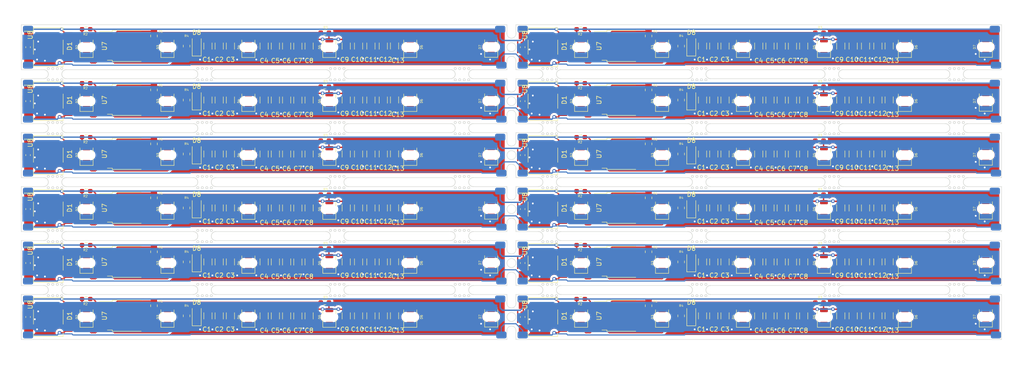
<source format=kicad_pcb>
(kicad_pcb (version 20221018) (generator pcbnew)
  (layers (0 "F.Cu" signal) (31 "B.Cu" signal) (34 "B.Paste" user) (35 "F.Paste" user) (36 "B.SilkS" user "B.Silkscreen") (37 "F.SilkS" user "F.Silkscreen") (38 "B.Mask" user) (39 "F.Mask" user) (44 "Edge.Cuts" user))
  (net 0 "")
  (net 1 "AC1")
  (net 2 "AC2")
  (net 3 "Net-(D2-K)")
  (net 4 "Net-(D2-A)")
  (net 5 "Net-(D3-K)")
  (net 6 "Net-(D5-K)")
  (net 7 "Net-(D5-A)")
  (net 8 "Net-(D6-K)")
  (net 9 "VCC")
  (net 10 "GND")
  (net 11 "Net-(U7-VO)")
  (net 12 "Net-(U7-ADJ)")
  (net 13 "Net-(D8-A)")
  (footprint "Capacitor_SMD:C_1206_3216Metric" (layer "F.Cu") (at 313 -306.25 -90)
    (fp_text reference "C1")
    (fp_text value "22uF")
  )
  (footprint "Capacitor_SMD:C_1206_3216Metric" (layer "F.Cu") (at 208 -282.25 -90)
    (fp_text reference "C3")
    (fp_text value "22uF")
  )
  (footprint "Capacitor_SMD:C_1206_3216Metric" (layer "F.Cu") (at 225.5 -246.25 -90)
    (fp_text reference "C8")
    (fp_text value "22uF")
  )
  (footprint "custom_kicad_lib_sk:1206_reverse_mount" (layer "F.Cu") (at 248 -282 90)
    (fp_text reference "D6")
    (fp_text value "LED")
  )
  (footprint "custom_kicad_lib_sk:1206_reverse_mount" (layer "F.Cu") (at 212 -294 90)
    (fp_text reference "D4")
    (fp_text value "LED")
  )
  (footprint "Capacitor_SMD:C_1206_3216Metric" (layer "F.Cu") (at 352 -246.25 -90)
    (fp_text reference "C12")
    (fp_text value "22uF")
  )
  (footprint "Capacitor_SMD:C_1206_3216Metric" (layer "F.Cu") (at 315.5 -270.25 -90)
    (fp_text reference "C2")
    (fp_text value "22uF")
  )
  (footprint "custom_kicad_lib_sk:1206_reverse_mount" (layer "F.Cu") (at 266 -306.05 90)
    (fp_text reference "D7")
    (fp_text value "LED")
  )
  (footprint "Capacitor_SMD:C_1206_3216Metric" (layer "F.Cu") (at 233.75 -306.25 -90)
    (fp_text reference "C9")
    (fp_text value "22uF")
  )
  (footprint "custom_kicad_lib_sk:R_0603_smalltext" (layer "F.Cu") (at 285.9125 -310 180)
    (fp_text reference "R2")
    (fp_text value "10R")
  )
  (footprint "Capacitor_SMD:C_1206_3216Metric" (layer "F.Cu") (at 236.5 -294.25 -90)
    (fp_text reference "C10")
    (fp_text value "22uF")
  )
  (footprint "Capacitor_SMD:C_1206_3216Metric" (layer "F.Cu") (at 325.5 -270.25 -90)
    (fp_text reference "C4")
    (fp_text value "22uF")
  )
  (footprint "Capacitor_SMD:C_1206_3216Metric" (layer "F.Cu") (at 328 -306.25 -90)
    (fp_text reference "C5")
    (fp_text value "22uF")
  )
  (footprint "custom_kicad_lib_sk:1206_reverse_mount" (layer "F.Cu") (at 286 -294 90)
    (fp_text reference "D2")
    (fp_text value "LED")
  )
  (footprint "Capacitor_SMD:C_1206_3216Metric" (layer "F.Cu") (at 208 -258.25 -90)
    (fp_text reference "C3")
    (fp_text value "22uF")
  )
  (footprint "Diode_SMD:Diode_Bridge_Diotec_SO-DIL-Slim" (layer "F.Cu") (at 167.5 -270)
    (fp_text reference "D1")
    (fp_text value "D_Bridge_+-AA")
  )
  (footprint "Capacitor_SMD:C_1206_3216Metric" (layer "F.Cu") (at 352 -306.25 -90)
    (fp_text reference "C12")
    (fp_text value "22uF")
  )
  (footprint "Capacitor_SMD:C_1206_3216Metric" (layer "F.Cu") (at 354.5 -294.275 -90)
    (fp_text reference "C13")
    (fp_text value "22uF")
  )
  (footprint "Capacitor_SMD:C_1206_3216Metric" (layer "F.Cu") (at 328 -270.25 -90)
    (fp_text reference "C5")
    (fp_text value "22uF")
  )
  (footprint "Capacitor_SMD:C_1206_3216Metric" (layer "F.Cu") (at 333 -270.225 -90)
    (fp_text reference "C7")
    (fp_text value "22uF")
  )
  (footprint "Capacitor_SMD:C_1206_3216Metric" (layer "F.Cu") (at 352 -258.25 -90)
    (fp_text reference "C12")
    (fp_text value "22uF")
  )
  (footprint "custom_kicad_lib_sk:mousebite" (layer "F.Cu") (at 370 -288 180)
    (fp_text reference "REF**" hide)
    (fp_text value "mousebite")
    (fp_arc (start -2 -1) (mid -1 0) (end -2 1) (stroke (width 0.12)) (layer "Edge.Cuts"))
    (fp_arc (start 3 1) (mid 2 0) (end 3 -1) (stroke (width 0.12)) (layer "Edge.Cuts"))
    (fp_circle (center -1 -1.25) (end -0.75 -1.25) (stroke (width 0.12)) (fill none) (layer "Edge.Cuts"))
    (fp_circle (center -1 1.25) (end -0.75 1.25) (stroke (width 0.12)) (fill none) (layer "Edge.Cuts"))
    (fp_circle (center 0 -1.25) (end 0.25 -1.25) (stroke (width 0.12)) (fill none) (layer "Edge.Cuts"))
    (fp_circle (center 0 1.25) (end 0.25 1.25) (stroke (width 0.12)) (fill none) (layer "Edge.Cuts"))
    (fp_circle (center 1 -1.25) (end 1.25 -1.25) (stroke (width 0.12)) (fill none) (layer "Edge.Cuts"))
    (fp_circle (center 1 1.25) (end 1.25 1.25) (stroke (width 0.12)) (fill none) (layer "Edge.Cuts"))
    (fp_circle (center 2 -1.25) (end 2.25 -1.25) (stroke (width 0.12)) (fill none) (layer "Edge.Cuts"))
    (fp_circle (center 2 1.25) (end 2.25 1.25) (stroke (width 0.12)) (fill none) (layer "Edge.Cuts"))
  )
  (footprint "custom_kicad_lib_sk:1206_reverse_mount" (layer "F.Cu") (at 194 -246 90)
    (fp_text reference "D3")
    (fp_text value "LED")
  )
  (footprint "custom_kicad_lib_sk:mousebite" (layer "F.Cu") (at 260 -288 180)
    (fp_text reference "REF**" hide)
    (fp_text value "mousebite")
    (fp_arc (start -2 -1) (mid -1 0) (end -2 1) (stroke (width 0.12)) (layer "Edge.Cuts"))
    (fp_arc (start 3 1) (mid 2 0) (end 3 -1) (stroke (width 0.12)) (layer "Edge.Cuts"))
    (fp_circle (center -1 -1.25) (end -0.75 -1.25) (stroke (width 0.12)) (fill none) (layer "Edge.Cuts"))
    (fp_circle (center -1 1.25) (end -0.75 1.25) (stroke (width 0.12)) (fill none) (layer "Edge.Cuts"))
    (fp_circle (center 0 -1.25) (end 0.25 -1.25) (stroke (width 0.12)) (fill none) (layer "Edge.Cuts"))
    (fp_circle (center 0 1.25) (end 0.25 1.25) (stroke (width 0.12)) (fill none) (layer "Edge.Cuts"))
    (fp_circle (center 1 -1.25) (end 1.25 -1.25) (stroke (width 0.12)) (fill none) (layer "Edge.Cuts"))
    (fp_circle (center 1 1.25) (end 1.25 1.25) (stroke (width 0.12)) (fill none) (layer "Edge.Cuts"))
    (fp_circle (center 2 -1.25) (end 2.25 -1.25) (stroke (width 0.12)) (fill none) (layer "Edge.Cuts"))
    (fp_circle (center 2 1.25) (end 2.25 1.25) (stroke (width 0.12)) (fill none) (layer "Edge.Cuts"))
  )
  (footprint "custom_kicad_lib_sk:1206_reverse_mount" (layer "F.Cu") (at 194 -306 90)
    (fp_text reference "D3")
    (fp_text value "LED")
  )
  (footprint "custom_kicad_lib_sk:1206_reverse_mount" (layer "F.Cu") (at 266 -294.05 90)
    (fp_text reference "D7")
    (fp_text value "LED")
  )
  (footprint "custom_kicad_lib_sk:1206_reverse_mount" (layer "F.Cu") (at 340 -246 90)
    (fp_text reference "D5")
    (fp_text value "LED")
  )
  (footprint "Capacitor_SMD:C_1206_3216Metric" (layer "F.Cu") (at 208 -270.25 -90)
    (fp_text reference "C3")
    (fp_text value "22uF")
  )
  (footprint "Capacitor_SMD:C_0603_1608Metric" (layer "F.Cu") (at 163 -306 -90)
    (fp_text reference "U8")
    (fp_text value "100nF")
  )
  (footprint "Capacitor_SMD:C_1206_3216Metric" (layer "F.Cu") (at 315.5 -306.25 -90)
    (fp_text reference "C2")
    (fp_text value "22uF")
  )
  (footprint "custom_kicad_lib_sk:1206_reverse_mount" (layer "F.Cu") (at 266 -282.05 90)
    (fp_text reference "D7")
    (fp_text value "LED")
  )
  (footprint "Diode_SMD:D_SOD-123F" (layer "F.Cu") (at 200.5 -270.25 90)
    (fp_text reference "D8")
    (fp_text value "SM4007")
  )
  (footprint "custom_kicad_lib_sk:1206_reverse_mount" (layer "F.Cu") (at 358 -294 90)
    (fp_text reference "D6")
    (fp_text value "LED")
  )
  (footprint "Capacitor_SMD:C_1206_3216Metric" (layer "F.Cu") (at 335.5 -294.25 -90)
    (fp_text reference "C8")
    (fp_text value "22uF")
  )
  (footprint "custom_kicad_lib_sk:mousebite" (layer "F.Cu") (at 370 -300 180)
    (fp_text reference "REF**" hide)
    (fp_text value "mousebite")
    (fp_arc (start -2 -1) (mid -1 0) (end -2 1) (stroke (width 0.12)) (layer "Edge.Cuts"))
    (fp_arc (start 3 1) (mid 2 0) (end 3 -1) (stroke (width 0.12)) (layer "Edge.Cuts"))
    (fp_circle (center -1 -1.25) (end -0.75 -1.25) (stroke (width 0.12)) (fill none) (layer "Edge.Cuts"))
    (fp_circle (center -1 1.25) (end -0.75 1.25) (stroke (width 0.12)) (fill none) (layer "Edge.Cuts"))
    (fp_circle (center 0 -1.25) (end 0.25 -1.25) (stroke (width 0.12)) (fill none) (layer "Edge.Cuts"))
    (fp_circle (center 0 1.25) (end 0.25 1.25) (stroke (width 0.12)) (fill none) (layer "Edge.Cuts"))
    (fp_circle (center 1 -1.25) (end 1.25 -1.25) (stroke (width 0.12)) (fill none) (layer "Edge.Cuts"))
    (fp_circle (center 1 1.25) (end 1.25 1.25) (stroke (width 0.12)) (fill none) (layer "Edge.Cuts"))
    (fp_circle (center 2 -1.25) (end 2.25 -1.25) (stroke (width 0.12)) (fill none) (layer "Edge.Cuts"))
    (fp_circle (center 2 1.25) (end 2.25 1.25) (stroke (width 0.12)) (fill none) (layer "Edge.Cuts"))
  )
  (footprint "Capacitor_SMD:C_1206_3216Metric" (layer "F.Cu") (at 236.5 -282.25 -90)
    (fp_text reference "C10")
    (fp_text value "22uF")
  )
  (footprint "custom_kicad_lib_sk:mousebite" (layer "F.Cu") (at 370 -264 180)
    (fp_text reference "REF**" hide)
    (fp_text value "mousebite")
    (fp_arc (start -2 -1) (mid -1 0) (end -2 1) (stroke (width 0.12)) (layer "Edge.Cuts"))
    (fp_arc (start 3 1) (mid 2 0) (end 3 -1) (stroke (width 0.12)) (layer "Edge.Cuts"))
    (fp_circle (center -1 -1.25) (end -0.75 -1.25) (stroke (width 0.12)) (fill none) (layer "Edge.Cuts"))
    (fp_circle (center -1 1.25) (end -0.75 1.25) (stroke (width 0.12)) (fill none) (layer "Edge.Cuts"))
    (fp_circle (center 0 -1.25) (end 0.25 -1.25) (stroke (width 0.12)) (fill none) (layer "Edge.Cuts"))
    (fp_circle (center 0 1.25) (end 0.25 1.25) (stroke (width 0.12)) (fill none) (layer "Edge.Cuts"))
    (fp_circle (center 1 -1.25) (end 1.25 -1.25) (stroke (width 0.12)) (fill none) (layer "Edge.Cuts"))
    (fp_circle (center 1 1.25) (end 1.25 1.25) (stroke (width 0.12)) (fill none) (layer "Edge.Cuts"))
    (fp_circle (center 2 -1.25) (end 2.25 -1.25) (stroke (width 0.12)) (fill none) (layer "Edge.Cuts"))
    (fp_circle (center 2 1.25) (end 2.25 1.25) (stroke (width 0.12)) (fill none) (layer "Edge.Cuts"))
  )
  (footprint "Package_TO_SOT_SMD:TO-252-2" (layer "F.Cu") (at 185.04 -282.28)
    (fp_text reference "U7")
    (fp_text value "LM317_TO-252")
  )
  (footprint "Diode_SMD:Diode_Bridge_Diotec_SO-DIL-Slim" (layer "F.Cu") (at 167.5 -246)
    (fp_text reference "D1")
    (fp_text value "D_Bridge_+-AA")
  )
  (footprint "Package_TO_SOT_SMD:TO-252-2" (layer "F.Cu") (at 185.04 -246.28)
    (fp_text reference "U7")
    (fp_text value "LM317_TO-252")
  )
  (footprint "Diode_SMD:Diode_Bridge_Diotec_SO-DIL-Slim" (layer "F.Cu") (at 167.5 -306)
    (fp_text reference "D1")
    (fp_text value "D_Bridge_+-AA")
  )
  (footprint "Capacitor_SMD:C_1206_3216Metric" (layer "F.Cu") (at 242 -294.25 -90)
    (fp_text reference "C12")
    (fp_text value "22uF")
  )
  (footprint "Capacitor_SMD:C_1206_3216Metric" (layer "F.Cu") (at 236.5 -258.25 -90)
    (fp_text reference "C10")
    (fp_text value "22uF")
  )
  (footprint "Capacitor_SMD:C_1206_3216Metric" (layer "F.Cu") (at 318 -270.25 -90)
    (fp_text reference "C3")
    (fp_text value "22uF")
  )
  (footprint "Diode_SMD:Diode_Bridge_Diotec_SO-DIL-Slim" (layer "F.Cu") (at 277.5 -306)
    (fp_text reference "D1")
    (fp_text value "D_Bridge_+-AA")
  )
  (footprint "Capacitor_SMD:C_1206_3216Metric" (layer "F.Cu") (at 208 -246.25 -90)
    (fp_text reference "C3")
    (fp_text value "22uF")
  )
  (footprint "Capacitor_SMD:C_1206_3216Metric" (layer "F.Cu") (at 220.5 -282.25 -90)
    (fp_text reference "C6")
    (fp_text value "22uF")
  )
  (footprint "Capacitor_SMD:C_1206_3216Metric" (layer "F.Cu") (at 244.5 -306.275 -90)
    (fp_text reference "C13")
    (fp_text value "22uF")
  )
  (footprint "custom_kicad_lib_sk:1206_reverse_mount" (layer "F.Cu") (at 376 -246.05 90)
    (fp_text reference "D7")
    (fp_text value "LED")
  )
  (footprint "Capacitor_SMD:C_1206_3216Metric" (layer "F.Cu") (at 315.5 -282.25 -90)
    (fp_text reference "C2")
    (fp_text value "22uF")
  )
  (footprint "Capacitor_SMD:C_1206_3216Metric" (layer "F.Cu") (at 330.5 -282.25 -90)
    (fp_text reference "C6")
    (fp_text value "22uF")
  )
  (footprint "Capacitor_SMD:C_1206_3216Metric" (layer "F.Cu") (at 346.5 -270.25 -90)
    (fp_text reference "C10")
    (fp_text value "22uF")
  )
  (footprint "custom_kicad_lib_sk:R_0603_smalltext" (layer "F.Cu") (at 285.9125 -298 180)
    (fp_text reference "R2")
    (fp_text value "10R")
  )
  (footprint "Capacitor_SMD:C_1206_3216Metric" (layer "F.Cu") (at 328 -282.25 -90)
    (fp_text reference "C5")
    (fp_text value "22uF")
  )
  (footprint "Capacitor_SMD:C_1206_3216Metric" (layer "F.Cu") (at 318 -306.25 -90)
    (fp_text reference "C3")
    (fp_text value "22uF")
  )
  (footprint "Capacitor_SMD:C_1206_3216Metric" (layer "F.Cu") (at 242 -258.25 -90)
    (fp_text reference "C12")
    (fp_text value "22uF")
  )
  (footprint "custom_kicad_lib_sk:1206_reverse_mount" (layer "F.Cu") (at 340 -282 90)
    (fp_text reference "D5")
    (fp_text value "LED")
  )
  (footprint "Capacitor_SMD:C_1206_3216Metric" (layer "F.Cu") (at 346.5 -258.25 -90)
    (fp_text reference "C10")
    (fp_text value "22uF")
  )
  (footprint "Capacitor_SMD:C_1206_3216Metric" (layer "F.Cu") (at 218 -282.25 -90)
    (fp_text reference "C5")
    (fp_text value "22uF")
  )
  (footprint "Capacitor_SMD:C_1206_3216Metric" (layer "F.Cu") (at 349.25 -258.25 -90)
    (fp_text reference "C11")
    (fp_text value "22uF")
  )
  (footprint "Capacitor_SMD:C_1206_3216Metric" (layer "F.Cu") (at 225.5 -258.25 -90)
    (fp_text reference "C8")
    (fp_text value "22uF")
  )
  (footprint "Diode_SMD:D_SOD-123F" (layer "F.Cu") (at 200.5 -306.25 90)
    (fp_text reference "D8")
    (fp_text value "SM4007")
  )
  (footprint "Capacitor_SMD:C_1206_3216Metric" (layer "F.Cu") (at 343.75 -246.25 -90)
    (fp_text reference "C9")
    (fp_text value "22uF")
  )
  (footprint "Diode_SMD:Diode_Bridge_Diotec_SO-DIL-Slim" (layer "F.Cu") (at 167.5 -258)
    (fp_text reference "D1")
    (fp_text value "D_Bridge_+-AA")
  )
  (footprint "custom_kicad_lib_sk:R_0805_handsolder-smalltext" (layer "F.Cu") (at 198.25 -258.25 -90)
    (fp_text reference "R4")
    (fp_text value "100R")
  )
  (footprint "custom_kicad_lib_sk:R_0805_handsolder-smalltext" (layer "F.Cu") (at 198.25 -282.25 -90)
    (fp_text reference "R4")
    (fp_text value "100R")
  )
  (footprint "Package_TO_SOT_SMD:TO-252-2" (layer "F.Cu") (at 185.04 -258.28)
    (fp_text reference "U7")
    (fp_text value "LM317_TO-252")
  )
  (footprint "Capacitor_SMD:C_1206_3216Metric" (layer "F.Cu") (at 330.5 -258.25 -90)
    (fp_text reference "C6")
    (fp_text value "22uF")
  )
  (footprint "custom_kicad_lib_sk:1206_reverse_mount" (layer "F.Cu") (at 304 -294 90)
    (fp_text reference "D3")
    (fp_text value "LED")
  )
  (footprint "custom_kicad_lib_sk:mousebite" (layer "F.Cu") (at 202.75 -276 180)
    (fp_text reference "REF**" hide)
    (fp_text value "mousebite")
    (fp_arc (start -2 -1) (mid -1 0) (end -2 1) (stroke (width 0.12)) (layer "Edge.Cuts"))
    (fp_arc (start 3 1) (mid 2 0) (end 3 -1) (stroke (width 0.12)) (layer "Edge.Cuts"))
    (fp_circle (center -1 -1.25) (end -0.75 -1.25) (stroke (width 0.12)) (fill none) (layer "Edge.Cuts"))
    (fp_circle (center -1 1.25) (end -0.75 1.25) (stroke (width 0.12)) (fill none) (layer "Edge.Cuts"))
    (fp_circle (center 0 -1.25) (end 0.25 -1.25) (stroke (width 0.12)) (fill none) (layer "Edge.Cuts"))
    (fp_circle (center 0 1.25) (end 0.25 1.25) (stroke (width 0.12)) (fill none) (layer "Edge.Cuts"))
    (fp_circle (center 1 -1.25) (end 1.25 -1.25) (stroke (width 0.12)) (fill none) (layer "Edge.Cuts"))
    (fp_circle (center 1 1.25) (end 1.25 1.25) (stroke (width 0.12)) (fill none) (layer "Edge.Cuts"))
    (fp_circle (center 2 -1.25) (end 2.25 -1.25) (stroke (width 0.12)) (fill none) (layer "Edge.Cuts"))
    (fp_circle (center 2 1.25) (end 2.25 1.25) (stroke (width 0.12)) (fill none) (layer "Edge.Cuts"))
  )
  (footprint "Capacitor_SMD:C_1206_3216Metric" (layer "F.Cu") (at 335.5 -246.25 -90)
    (fp_text reference "C8")
    (fp_text value "22uF")
  )
  (footprint "custom_kicad_lib_sk:mousebite" (layer "F.Cu") (at 232.25 -264 180)
    (fp_text reference "REF**" hide)
    (fp_text value "mousebite")
    (fp_arc (start -2 -1) (mid -1 0) (end -2 1) (stroke (width 0.12)) (layer "Edge.Cuts"))
    (fp_arc (start 3 1) (mid 2 0) (end 3 -1) (stroke (width 0.12)) (layer "Edge.Cuts"))
    (fp_circle (center -1 -1.25) (end -0.75 -1.25) (stroke (width 0.12)) (fill none) (layer "Edge.Cuts"))
    (fp_circle (center -1 1.25) (end -0.75 1.25) (stroke (width 0.12)) (fill none) (layer "Edge.Cuts"))
    (fp_circle (center 0 -1.25) (end 0.25 -1.25) (stroke (width 0.12)) (fill none) (layer "Edge.Cuts"))
    (fp_circle (center 0 1.25) (end 0.25 1.25) (stroke (width 0.12)) (fill none) (layer "Edge.Cuts"))
    (fp_circle (center 1 -1.25) (end 1.25 -1.25) (stroke (width 0.12)) (fill none) (layer "Edge.Cuts"))
    (fp_circle (center 1 1.25) (end 1.25 1.25) (stroke (width 0.12)) (fill none) (layer "Edge.Cuts"))
    (fp_circle (center 2 -1.25) (end 2.25 -1.25) (stroke (width 0.12)) (fill none) (layer "Edge.Cuts"))
    (fp_circle (center 2 1.25) (end 2.25 1.25) (stroke (width 0.12)) (fill none) (layer "Edge.Cuts"))
  )
  (footprint "Package_TO_SOT_SMD:TO-252-2" (layer "F.Cu") (at 295.04 -282.28)
    (fp_text reference "U7")
    (fp_text value "LM317_TO-252")
  )
  (footprint "custom_kicad_lib_sk:R_0805_handsolder-smalltext" (layer "F.Cu") (at 308.25 -282.25 -90)
    (fp_text reference "R4")
    (fp_text value "100R")
  )
  (footprint "custom_kicad_lib_sk:1206_reverse_mount" (layer "F.Cu") (at 376 -270.05 90)
    (fp_text reference "D7")
    (fp_text value "LED")
  )
  (footprint "Package_TO_SOT_SMD:TO-252-2" (layer "F.Cu") (at 295.04 -306.28)
    (fp_text reference "U7")
    (fp_text value "LM317_TO-252")
  )
  (footprint "custom_kicad_lib_sk:R_0603_smalltext" (layer "F.Cu") (at 339 -249.25)
    (fp_text reference "R3")
    (fp_text value "10R")
  )
  (footprint "Diode_SMD:Diode_Bridge_Diotec_SO-DIL-Slim" (layer "F.Cu") (at 277.5 -282)
    (fp_text reference "D1")
    (fp_text value "D_Bridge_+-AA")
  )
  (footprint "custom_kicad_lib_sk:1206_reverse_mount" (layer "F.Cu") (at 340 -294 90)
    (fp_text reference "D5")
    (fp_text value "LED")
  )
  (footprint "Capacitor_SMD:C_1206_3216Metric" (layer "F.Cu") (at 328 -294.25 -90)
    (fp_text reference "C5")
    (fp_text value "22uF")
  )
  (footprint "Package_TO_SOT_SMD:TO-252-2" (layer "F.Cu") (at 185.04 -270.28)
    (fp_text reference "U7")
    (fp_text value "LM317_TO-252")
  )
  (footprint "custom_kicad_lib_sk:1206_reverse_mount" (layer "F.Cu") (at 376 -282.05 90)
    (fp_text reference "D7")
    (fp_text value "LED")
  )
  (footprint "custom_kicad_lib_sk:1206_reverse_mount" (layer "F.Cu") (at 194 -294 90)
    (fp_text reference "D3")
    (fp_text value "LED")
  )
  (footprint "Capacitor_SMD:C_1206_3216Metric" (layer "F.Cu") (at 242 -246.25 -90)
    (fp_text reference "C12")
    (fp_text value "22uF")
  )
  (footprint "Capacitor_SMD:C_1206_3216Metric" (layer "F.Cu") (at 239.25 -270.25 -90)
    (fp_text reference "C11")
    (fp_text value "22uF")
  )
  (footprint "Capacitor_SMD:C_1206_3216Metric" (layer "F.Cu") (at 346.5 -246.25 -90)
    (fp_text reference "C10")
    (fp_text value "22uF")
  )
  (footprint "Capacitor_SMD:C_1206_3216Metric" (layer "F.Cu") (at 335.5 -306.25 -90)
    (fp_text reference "C8")
    (fp_text value "22uF")
  )
  (footprint "Capacitor_SMD:C_1206_3216Metric" (layer "F.Cu") (at 220.5 -306.25 -90)
    (fp_text reference "C6")
    (fp_text value "22uF")
  )
  (footprint "custom_kicad_lib_sk:1206_reverse_mount" (layer "F.Cu") (at 286 -282 90)
    (fp_text reference "D2")
    (fp_text value "LED")
  )
  (footprint "Diode_SMD:Diode_Bridge_Diotec_SO-DIL-Slim" (layer "F.Cu") (at 167.5 -282)
    (fp_text reference "D1")
    (fp_text value "D_Bridge_+-AA")
  )
  (footprint "custom_kicad_lib_sk:1206_reverse_mount" (layer "F.Cu") (at 304 -246 90)
    (fp_text reference "D3")
    (fp_text value "LED")
  )
  (footprint "custom_kicad_lib_sk:1206_reverse_mount" (layer "F.Cu") (at 358 -246 90)
    (fp_text reference "D6")
    (fp_text value "LED")
  )
  (footprint "Capacitor_SMD:C_1206_3216Metric" (layer "F.Cu") (at 215.5 -258.25 -90)
    (fp_text reference "C4")
    (fp_text value "22uF")
  )
  (footprint "custom_kicad_lib_sk:R_0603_smalltext" (layer "F.Cu") (at 339 -285.25)
    (fp_text reference "R3")
    (fp_text value "10R")
  )
  (footprint "custom_kicad_lib_sk:1206_reverse_mount" (layer "F.Cu") (at 358 -306 90)
    (fp_text reference "D6")
    (fp_text value "LED")
  )
  (footprint "custom_kicad_lib_sk:1206_reverse_mount" (layer "F.Cu") (at 248 -294 90)
    (fp_text reference "D6")
    (fp_text value "LED")
  )
  (footprint "Diode_SMD:Diode_Bridge_Diotec_SO-DIL-Slim" (layer "F.Cu") (at 277.5 -294)
    (fp_text reference "D1")
    (fp_text value "D_Bridge_+-AA")
  )
  (footprint "Capacitor_SMD:C_1206_3216Metric" (layer "F.Cu") (at 223 -270.225 -90)
    (fp_text reference "C7")
    (fp_text value "22uF")
  )
  (footprint "custom_kicad_lib_sk:R_0603_smalltext" (layer "F.Cu") (at 229 -249.25)
    (fp_text reference "R3")
    (fp_text value "10R")
  )
  (footprint "Capacitor_SMD:C_1206_3216Metric" (layer "F.Cu") (at 242 -282.25 -90)
    (fp_text reference "C12")
    (fp_text value "22uF")
  )
  (footprint "Capacitor_SMD:C_1206_3216Metric" (layer "F.Cu") (at 233.75 -282.25 -90)
    (fp_text reference "C9")
    (fp_text value "22uF")
  )
  (footprint "Capacitor_SMD:C_1206_3216Metric" (layer "F.Cu") (at 349.25 -270.25 -90)
    (fp_text reference "C11")
    (fp_text value "22uF")
  )
  (footprint "Capacitor_SMD:C_1206_3216Metric" (layer "F.Cu") (at 354.5 -282.275 -90)
    (fp_text reference "C13")
    (fp_text value "22uF")
  )
  (footprint "Capacitor_SMD:C_1206_3216Metric" (layer "F.Cu") (at 333 -294.225 -90)
    (fp_text reference "C7")
    (fp_text value "22uF")
  )
  (footprint "custom_kicad_lib_sk:1206_reverse_mount" (layer "F.Cu") (at 376 -306.05 90)
    (fp_text reference "D7")
    (fp_text value "LED")
  )
  (footprint "custom_kicad_lib_sk:R_0603_smalltext" (layer "F.Cu") (at 229 -273.25)
    (fp_text reference "R3")
    (fp_text value "10R")
  )
  (footprint "custom_kicad_lib_sk:mousebite" (layer "F.Cu") (at 312.75 -288 180)
    (fp_text reference "REF**" hide)
    (fp_text value "mousebite")
    (fp_arc (start -2 -1) (mid -1 0) (end -2 1) (stroke (width 0.12)) (layer "Edge.Cuts"))
    (fp_arc (start 3 1) (mid 2 0) (end 3 -1) (stroke (width 0.12)) (layer "Edge.Cuts"))
    (fp_circle (center -1 -1.25) (end -0.75 -1.25) (stroke (width 0.12)) (fill none) (layer "Edge.Cuts"))
    (fp_circle (center -1 1.25) (end -0.75 1.25) (stroke (width 0.12)) (fill none) (layer "Edge.Cuts"))
    (fp_circle (center 0 -1.25) (end 0.25 -1.25) (stroke (width 0.12)) (fill none) (layer "Edge.Cuts"))
    (fp_circle (center 0 1.25) (end 0.25 1.25) (stroke (width 0.12)) (fill none) (layer "Edge.Cuts"))
    (fp_circle (center 1 -1.25) (end 1.25 -1.25) (stroke (width 0.12)) (fill none) (layer "Edge.Cuts"))
    (fp_circle (center 1 1.25) (end 1.25 1.25) (stroke (width 0.12)) (fill none) (layer "Edge.Cuts"))
    (fp_circle (center 2 -1.25) (end 2.25 -1.25) (stroke (width 0.12)) (fill none) (layer "Edge.Cuts"))
    (fp_circle (center 2 1.25) (end 2.25 1.25) (stroke (width 0.12)) (fill none) (layer "Edge.Cuts"))
  )
  (footprint "Capacitor_SMD:C_1206_3216Metric" (layer "F.Cu") (at 236.5 -306.25 -90)
    (fp_text reference "C10")
    (fp_text value "22uF")
  )
  (footprint "Capacitor_SMD:C_1206_3216Metric" (layer "F.Cu") (at 215.5 -306.25 -90)
    (fp_text reference "C4")
    (fp_text value "22uF")
  )
  (footprint "custom_kicad_lib_sk:R_0603_smalltext" (layer "F.Cu") (at 229 -297.25)
    (fp_text reference "R3")
    (fp_text value "10R")
  )
  (footprint "custom_kicad_lib_sk:1206_reverse_mount" (layer "F.Cu") (at 266 -270.05 90)
    (fp_text reference "D7")
    (fp_text value "LED")
  )
  (footprint "Capacitor_SMD:C_1206_3216Metric" (layer "F.Cu") (at 218 -270.25 -90)
    (fp_text reference "C5")
    (fp_text value "22uF")
  )
  (footprint "custom_kicad_lib_sk:1206_reverse_mount" (layer "F.Cu") (at 340 -270 90)
    (fp_text reference "D5")
    (fp_text value "LED")
  )
  (footprint "custom_kicad_lib_sk:1206_reverse_mount" (layer "F.Cu") (at 248 -258 90)
    (fp_text reference "D6")
    (fp_text value "LED")
  )
  (footprint "custom_kicad_lib_sk:1206_reverse_mount" (layer "F.Cu") (at 230 -294 90)
    (fp_text reference "D5")
    (fp_text value "LED")
  )
  (footprint "Capacitor_SMD:C_1206_3216Metric" (layer "F.Cu") (at 223 -306.225 -90)
    (fp_text reference "C7")
    (fp_text value "22uF")
  )
  (footprint "Capacitor_SMD:C_1206_3216Metric" (layer "F.Cu") (at 205.5 -270.25 -90)
    (fp_text reference "C2")
    (fp_text value "22uF")
  )
  (footprint "Capacitor_SMD:C_1206_3216Metric" (layer "F.Cu") (at 205.5 -282.25 -90)
    (fp_text reference "C2")
    (fp_text value "22uF")
  )
  (footprint "Capacitor_SMD:C_1206_3216Metric" (layer "F.Cu") (at 333 -258.225 -90)
    (fp_text reference "C7")
    (fp_text value "22uF")
  )
  (footprint "Capacitor_SMD:C_1206_3216Metric" (layer "F.Cu") (at 354.5 -246.275 -90)
    (fp_text reference "C13")
    (fp_text value "22uF")
  )
  (footprint "Capacitor_SMD:C_1206_3216Metric" (layer "F.Cu") (at 203 -270.25 -90)
    (fp_text reference "C1")
    (fp_text value "22uF")
  )
  (footprint "Capacitor_SMD:C_1206_3216Metric" (layer "F.Cu") (at 225.5 -294.25 -90)
    (fp_text reference "C8")
    (fp_text value "22uF")
  )
  (footprint "Capacitor_SMD:C_1206_3216Metric" (layer "F.Cu") (at 333 -282.225 -90)
    (fp_text reference "C7")
    (fp_text value "22uF")
  )
  (footprint "Diode_SMD:D_SOD-123F" (layer "F.Cu") (at 200.5 -294.25 90)
    (fp_text reference "D8")
    (fp_text value "SM4007")
  )
  (footprint "Diode_SMD:D_SOD-123F" (layer "F.Cu") (at 310.5 -294.25 90)
    (fp_text reference "D8")
    (fp_text value "SM4007")
  )
  (footprint "Capacitor_SMD:C_1206_3216Metric" (layer "F.Cu") (at 233.75 -294.25 -90)
    (fp_text reference "C9")
    (fp_text value "22uF")
  )
  (footprint "custom_kicad_lib_sk:1206_reverse_mount" (layer "F.Cu") (at 212 -282 90)
    (fp_text reference "D4")
    (fp_text value "LED")
  )
  (footprint "Capacitor_SMD:C_1206_3216Metric" (layer "F.Cu") (at 318 -246.25 -90)
    (fp_text reference "C3")
    (fp_text value "22uF")
  )
  (footprint "Capacitor_SMD:C_1206_3216Metric" (layer "F.Cu") (at 220.5 -258.25 -90)
    (fp_text reference "C6")
    (fp_text value "22uF")
  )
  (footprint "custom_kicad_lib_sk:R_0603_smalltext" (layer "F.Cu") (at 175.9125 -286 180)
    (fp_text reference "R2")
    (fp_text value "10R")
  )
  (footprint "Capacitor_SMD:C_1206_3216Metric" (layer "F.Cu") (at 325.5 -258.25 -90)
    (fp_text reference "C4")
    (fp_text value "22uF")
  )
  (footprint "Capacitor_SMD:C_1206_3216Metric" (layer "F.Cu") (at 328 -258.25 -90)
    (fp_text reference "C5")
    (fp_text value "22uF")
  )
  (footprint "custom_kicad_lib_sk:mousebite" (layer "F.Cu") (at 312.75 -300 180)
    (fp_text reference "REF**" hide)
    (fp_text value "mousebite")
    (fp_arc (start -2 -1) (mid -1 0) (end -2 1) (stroke (width 0.12)) (layer "Edge.Cuts"))
    (fp_arc (start 3 1) (mid 2 0) (end 3 -1) (stroke (width 0.12)) (layer "Edge.Cuts"))
    (fp_circle (center -1 -1.25) (end -0.75 -1.25) (stroke (width 0.12)) (fill none) (layer "Edge.Cuts"))
    (fp_circle (center -1 1.25) (end -0.75 1.25) (stroke (width 0.12)) (fill none) (layer "Edge.Cuts"))
    (fp_circle (center 0 -1.25) (end 0.25 -1.25) (stroke (width 0.12)) (fill none) (layer "Edge.Cuts"))
    (fp_circle (center 0 1.25) (end 0.25 1.25) (stroke (width 0.12)) (fill none) (layer "Edge.Cuts"))
    (fp_circle (center 1 -1.25) (end 1.25 -1.25) (stroke (width 0.12)) (fill none) (layer "Edge.Cuts"))
    (fp_circle (center 1 1.25) (end 1.25 1.25) (stroke (width 0.12)) (fill none) (layer "Edge.Cuts"))
    (fp_circle (center 2 -1.25) (end 2.25 -1.25) (stroke (width 0.12)) (fill none) (layer "Edge.Cuts"))
    (fp_circle (center 2 1.25) (end 2.25 1.25) (stroke (width 0.12)) (fill none) (layer "Edge.Cuts"))
  )
  (footprint "Capacitor_SMD:C_1206_3216Metric" (layer "F.Cu") (at 203 -282.25 -90)
    (fp_text reference "C1")
    (fp_text value "22uF")
  )
  (footprint "Capacitor_SMD:C_1206_3216Metric" (layer "F.Cu") (at 236.5 -270.25 -90)
    (fp_text reference "C10")
    (fp_text value "22uF")
  )
  (footprint "Capacitor_SMD:C_1206_3216Metric" (layer "F.Cu") (at 349.25 -246.25 -90)
    (fp_text reference "C11")
    (fp_text value "22uF")
  )
  (footprint "custom_kicad_lib_sk:1206_reverse_mount" (layer "F.Cu") (at 376 -258.05 90)
    (fp_text reference "D7")
    (fp_text value "LED")
  )
  (footprint "Capacitor_SMD:C_0603_1608Metric" (layer "F.Cu") (at 273 -270 -90)
    (fp_text reference "U8")
    (fp_text value "100nF")
  )
  (footprint "custom_kicad_lib_sk:mousebite" (layer "F.Cu") (at 202.75 -264 180)
    (fp_text reference "REF**" hide)
    (fp_text value "mousebite")
    (fp_arc (start -2 -1) (mid -1 0) (end -2 1) (stroke (width 0.12)) (layer "Edge.Cuts"))
    (fp_arc (start 3 1) (mid 2 0) (end 3 -1) (stroke (width 0.12)) (layer "Edge.Cuts"))
    (fp_circle (center -1 -1.25) (end -0.75 -1.25) (stroke (width 0.12)) (fill none) (layer "Edge.Cuts"))
    (fp_circle (center -1 1.25) (end -0.75 1.25) (stroke (width 0.12)) (fill none) (layer "Edge.Cuts"))
    (fp_circle (center 0 -1.25) (end 0.25 -1.25) (stroke (width 0.12)) (fill none) (layer "Edge.Cuts"))
    (fp_circle (center 0 1.25) (end 0.25 1.25) (stroke (width 0.12)) (fill none) (layer "Edge.Cuts"))
    (fp_circle (center 1 -1.25) (end 1.25 -1.25) (stroke (width 0.12)) (fill none) (layer "Edge.Cuts"))
    (fp_circle (center 1 1.25) (end 1.25 1.25) (stroke (width 0.12)) (fill none) (layer "Edge.Cuts"))
    (fp_circle (center 2 -1.25) (end 2.25 -1.25) (stroke (width 0.12)) (fill none) (layer "Edge.Cuts"))
    (fp_circle (center 2 1.25) (end 2.25 1.25) (stroke (width 0.12)) (fill none) (layer "Edge.Cuts"))
  )
  (footprint "Capacitor_SMD:C_1206_3216Metric" (layer "F.Cu") (at 205.5 -258.25 -90)
    (fp_text reference "C2")
    (fp_text value "22uF")
  )
  (footprint "custom_kicad_lib_sk:mousebite" (layer "F.Cu") (at 370 -276 180)
    (fp_text reference "REF**" hide)
    (fp_text value "mousebite")
    (fp_arc (start -2 -1) (mid -1 0) (end -2 1) (stroke (width 0.12)) (layer "Edge.Cuts"))
    (fp_arc (start 3 1) (mid 2 0) (end 3 -1) (stroke (width 0.12)) (layer "Edge.Cuts"))
    (fp_circle (center -1 -1.25) (end -0.75 -1.25) (stroke (width 0.12)) (fill none) (layer "Edge.Cuts"))
    (fp_circle (center -1 1.25) (end -0.75 1.25) (stroke (width 0.12)) (fill none) (layer "Edge.Cuts"))
    (fp_circle (center 0 -1.25) (end 0.25 -1.25) (stroke (width 0.12)) (fill none) (layer "Edge.Cuts"))
    (fp_circle (center 0 1.25) (end 0.25 1.25) (stroke (width 0.12)) (fill none) (layer "Edge.Cuts"))
    (fp_circle (center 1 -1.25) (end 1.25 -1.25) (stroke (width 0.12)) (fill none) (layer "Edge.Cuts"))
    (fp_circle (center 1 1.25) (end 1.25 1.25) (stroke (width 0.12)) (fill none) (layer "Edge.Cuts"))
    (fp_circle (center 2 -1.25) (end 2.25 -1.25) (stroke (width 0.12)) (fill none) (layer "Edge.Cuts"))
    (fp_circle (center 2 1.25) (end 2.25 1.25) (stroke (width 0.12)) (fill none) (layer "Edge.Cuts"))
  )
  (footprint "Capacitor_SMD:C_1206_3216Metric" (layer "F.Cu") (at 313 -270.25 -90)
    (fp_text reference "C1")
    (fp_text value "22uF")
  )
  (footprint "Diode_SMD:D_SOD-123F" (layer "F.Cu") (at 310.5 -246.25 90)
    (fp_text reference "D8")
    (fp_text value "SM4007")
  )
  (footprint "custom_kicad_lib_sk:R_0805_handsolder-smalltext" (layer "F.Cu") (at 191 -260.5 90)
    (fp_text reference "R1")
    (fp_text value "220R")
  )
  (footprint "custom_kicad_lib_sk:1206_reverse_mount" (layer "F.Cu") (at 230 -306 90)
    (fp_text reference "D5")
    (fp_text value "LED")
  )
  (footprint "custom_kicad_lib_sk:R_0805_handsolder-smalltext" (layer "F.Cu") (at 308.25 -258.25 -90)
    (fp_text reference "R4")
    (fp_text value "100R")
  )
  (footprint "custom_kicad_lib_sk:mousebite" (layer "F.Cu") (at 279.5 -276 180)
    (fp_text reference "REF**" hide)
    (fp_text value "mousebite")
    (fp_arc (start -2 -1) (mid -1 0) (end -2 1) (stroke (width 0.12)) (layer "Edge.Cuts"))
    (fp_arc (start 3 1) (mid 2 0) (end 3 -1) (stroke (width 0.12)) (layer "Edge.Cuts"))
    (fp_circle (center -1 -1.25) (end -0.75 -1.25) (stroke (width 0.12)) (fill none) (layer "Edge.Cuts"))
    (fp_circle (center -1 1.25) (end -0.75 1.25) (stroke (width 0.12)) (fill none) (layer "Edge.Cuts"))
    (fp_circle (center 0 -1.25) (end 0.25 -1.25) (stroke (width 0.12)) (fill none) (layer "Edge.Cuts"))
    (fp_circle (center 0 1.25) (end 0.25 1.25) (stroke (width 0.12)) (fill none) (layer "Edge.Cuts"))
    (fp_circle (center 1 -1.25) (end 1.25 -1.25) (stroke (width 0.12)) (fill none) (layer "Edge.Cuts"))
    (fp_circle (center 1 1.25) (end 1.25 1.25) (stroke (width 0.12)) (fill none) (layer "Edge.Cuts"))
    (fp_circle (center 2 -1.25) (end 2.25 -1.25) (stroke (width 0.12)) (fill none) (layer "Edge.Cuts"))
    (fp_circle (center 2 1.25) (end 2.25 1.25) (stroke (width 0.12)) (fill none) (layer "Edge.Cuts"))
  )
  (footprint "Capacitor_SMD:C_1206_3216Metric" (layer "F.Cu") (at 242 -306.25 -90)
    (fp_text reference "C12")
    (fp_text value "22uF")
  )
  (footprint "custom_kicad_lib_sk:R_0805_handsolder-smalltext" (layer "F.Cu") (at 308.25 -306.25 -90)
    (fp_text reference "R4")
    (fp_text value "100R")
  )
  (footprint "custom_kicad_lib_sk:1206_reverse_mount" (layer "F.Cu") (at 230 -282 90)
    (fp_text reference "D5")
    (fp_text value "LED")
  )
  (footprint "Capacitor_SMD:C_1206_3216Metric" (layer "F.Cu") (at 313 -282.25 -90)
    (fp_text reference "C1")
    (fp_text value "22uF")
  )
  (footprint "custom_kicad_lib_sk:1206_reverse_mount" (layer "F.Cu") (at 194 -282 90)
    (fp_text reference "D3")
    (fp_text value "LED")
  )
  (footprint "Diode_SMD:D_SOD-123F" (layer "F.Cu") (at 200.5 -282.25 90)
    (fp_text reference "D8")
    (fp_text value "SM4007")
  )
  (footprint "Capacitor_SMD:C_1206_3216Metric" (layer "F.Cu") (at 233.75 -270.25 -90)
    (fp_text reference "C9")
    (fp_text value "22uF")
  )
  (footprint "custom_kicad_lib_sk:mousebite" (layer "F.Cu") (at 279.5 -264 180)
    (fp_text reference "REF**" hide)
    (fp_text value "mousebite")
    (fp_arc (start -2 -1) (mid -1 0) (end -2 1) (stroke (width 0.12)) (layer "Edge.Cuts"))
    (fp_arc (start 3 1) (mid 2 0) (end 3 -1) (stroke (width 0.12)) (layer "Edge.Cuts"))
    (fp_circle (center -1 -1.25) (end -0.75 -1.25) (stroke (width 0.12)) (fill none) (layer "Edge.Cuts"))
    (fp_circle (center -1 1.25) (end -0.75 1.25) (stroke (width 0.12)) (fill none) (layer "Edge.Cuts"))
    (fp_circle (center 0 -1.25) (end 0.25 -1.25) (stroke (width 0.12)) (fill none) (layer "Edge.Cuts"))
    (fp_circle (center 0 1.25) (end 0.25 1.25) (stroke (width 0.12)) (fill none) (layer "Edge.Cuts"))
    (fp_circle (center 1 -1.25) (end 1.25 -1.25) (stroke (width 0.12)) (fill none) (layer "Edge.Cuts"))
    (fp_circle (center 1 1.25) (end 1.25 1.25) (stroke (width 0.12)) (fill none) (layer "Edge.Cuts"))
    (fp_circle (center 2 -1.25) (end 2.25 -1.25) (stroke (width 0.12)) (fill none) (layer "Edge.Cuts"))
    (fp_circle (center 2 1.25) (end 2.25 1.25) (stroke (width 0.12)) (fill none) (layer "Edge.Cuts"))
  )
  (footprint "custom_kicad_lib_sk:1206_reverse_mount" (layer "F.Cu") (at 212 -258 90)
    (fp_text reference "D4")
    (fp_text value "LED")
  )
  (footprint "custom_kicad_lib_sk:1206_reverse_mount" (layer "F.Cu") (at 304 -282 90)
    (fp_text reference "D3")
    (fp_text value "LED")
  )
  (footprint "Package_TO_SOT_SMD:TO-252-2" (layer "F.Cu") (at 295.04 -258.28)
    (fp_text reference "U7")
    (fp_text value "LM317_TO-252")
  )
  (footprint "Diode_SMD:D_SOD-123F" (layer "F.Cu") (at 310.5 -282.25 90)
    (fp_text reference "D8")
    (fp_text value "SM4007")
  )
  (footprint "custom_kicad_lib_sk:1206_reverse_mount" (layer "F.Cu") (at 248 -270 90)
    (fp_text reference "D6")
    (fp_text value "LED")
  )
  (footprint "custom_kicad_lib_sk:1206_reverse_mount" (layer "F.Cu") (at 176 -258 90)
    (fp_text reference "D2")
    (fp_text value "LED")
  )
  (footprint "Capacitor_SMD:C_1206_3216Metric" (layer "F.Cu") (at 318 -282.25 -90)
    (fp_text reference "C3")
    (fp_text value "22uF")
  )
  (footprint "Capacitor_SMD:C_1206_3216Metric" (layer "F.Cu") (at 223 -282.225 -90)
    (fp_text reference "C7")
    (fp_text value "22uF")
  )
  (footprint "custom_kicad_lib_sk:mousebite" (layer "F.Cu") (at 342.25 -276 180)
    (fp_text reference "REF**" hide)
    (fp_text value "mousebite")
    (fp_arc (start -2 -1) (mid -1 0) (end -2 1) (stroke (width 0.12)) (layer "Edge.Cuts"))
    (fp_arc (start 3 1) (mid 2 0) (end 3 -1) (stroke (width 0.12)) (layer "Edge.Cuts"))
    (fp_circle (center -1 -1.25) (end -0.75 -1.25) (stroke (width 0.12)) (fill none) (layer "Edge.Cuts"))
    (fp_circle (center -1 1.25) (end -0.75 1.25) (stroke (width 0.12)) (fill none) (layer "Edge.Cuts"))
    (fp_circle (center 0 -1.25) (end 0.25 -1.25) (stroke (width 0.12)) (fill none) (layer "Edge.Cuts"))
    (fp_circle (center 0 1.25) (end 0.25 1.25) (stroke (width 0.12)) (fill none) (layer "Edge.Cuts"))
    (fp_circle (center 1 -1.25) (end 1.25 -1.25) (stroke (width 0.12)) (fill none) (layer "Edge.Cuts"))
    (fp_circle (center 1 1.25) (end 1.25 1.25) (stroke (width 0.12)) (fill none) (layer "Edge.Cuts"))
    (fp_circle (center 2 -1.25) (end 2.25 -1.25) (stroke (width 0.12)) (fill none) (layer "Edge.Cuts"))
    (fp_circle (center 2 1.25) (end 2.25 1.25) (stroke (width 0.12)) (fill none) (layer "Edge.Cuts"))
  )
  (footprint "Capacitor_SMD:C_1206_3216Metric" (layer "F.Cu") (at 333 -306.225 -90)
    (fp_text reference "C7")
    (fp_text value "22uF")
  )
  (footprint "Capacitor_SMD:C_1206_3216Metric" (layer "F.Cu") (at 203 -258.25 -90)
    (fp_text reference "C1")
    (fp_text value "22uF")
  )
  (footprint "custom_kicad_lib_sk:R_0603_smalltext" (layer "F.Cu") (at 339 -261.25)
    (fp_text reference "R3")
    (fp_text value "10R")
  )
  (footprint "Capacitor_SMD:C_1206_3216Metric" (layer "F.Cu") (at 220.5 -294.25 -90)
    (fp_text reference "C6")
    (fp_text value "22uF")
  )
  (footprint "Capacitor_SMD:C_1206_3216Metric" (layer "F.Cu") (at 236.5 -246.25 -90)
    (fp_text reference "C10")
    (fp_text value "22uF")
  )
  (footprint "custom_kicad_lib_sk:1206_reverse_mount" (layer "F.Cu") (at 230 -258 90)
    (fp_text reference "D5")
    (fp_text value "LED")
  )
  (footprint "Diode_SMD:Diode_Bridge_Diotec_SO-DIL-Slim" (layer "F.Cu") (at 277.5 -246)
    (fp_text reference "D1")
    (fp_text value "D_Bridge_+-AA")
  )
  (footprint "Capacitor_SMD:C_1206_3216Metric" (layer "F.Cu") (at 225.5 -282.25 -90)
    (fp_text reference "C8")
    (fp_text value "22uF")
  )
  (footprint "custom_kicad_lib_sk:R_0603_smalltext" (layer "F.Cu") (at 339 -297.25)
    (fp_text reference "R3")
    (fp_text value "10R")
  )
  (footprint "custom_kicad_lib_sk:mousebite" (layer "F.Cu") (at 260 -276 180)
    (fp_text reference "REF**" hide)
    (fp_text value "mousebite")
    (fp_arc (start -2 -1) (mid -1 0) (end -2 1) (stroke (width 0.12)) (layer "Edge.Cuts"))
    (fp_arc (start 3 1) (mid 2 0) (end 3 -1) (stroke (width 0.12)) (layer "Edge.Cuts"))
    (fp_circle (center -1 -1.25) (end -0.75 -1.25) (stroke (width 0.12)) (fill none) (layer "Edge.Cuts"))
    (fp_circle (center -1 1.25) (end -0.75 1.25) (stroke (width 0.12)) (fill none) (layer "Edge.Cuts"))
    (fp_circle (center 0 -1.25) (end 0.25 -1.25) (stroke (width 0.12)) (fill none) (layer "Edge.Cuts"))
    (fp_circle (center 0 1.25) (end 0.25 1.25) (stroke (width 0.12)) (fill none) (layer "Edge.Cuts"))
    (fp_circle (center 1 -1.25) (end 1.25 -1.25) (stroke (width 0.12)) (fill none) (layer "Edge.Cuts"))
    (fp_circle (center 1 1.25) (end 1.25 1.25) (stroke (width 0.12)) (fill none) (layer "Edge.Cuts"))
    (fp_circle (center 2 -1.25) (end 2.25 -1.25) (stroke (width 0.12)) (fill none) (layer "Edge.Cuts"))
    (fp_circle (center 2 1.25) (end 2.25 1.25) (stroke (width 0.12)) (fill none) (layer "Edge.Cuts"))
  )
  (footprint "custom_kicad_lib_sk:1206_reverse_mount" (layer "F.Cu") (at 248 -246 90)
    (fp_text reference "D6")
    (fp_text value "LED")
  )
  (footprint "Diode_SMD:Diode_Bridge_Diotec_SO-DIL-Slim" (layer "F.Cu") (at 167.5 -294)
    (fp_text reference "D1")
    (fp_text value "D_Bridge_+-AA")
  )
  (footprint "custom_kicad_lib_sk:1206_reverse_mount" (layer "F.Cu") (at 176 -294 90)
    (fp_text reference "D2")
    (fp_text value "LED")
  )
  (footprint "custom_kicad_lib_sk:mousebite" (layer "F.Cu") (at 232.25 -252 180)
    (fp_text reference "REF**" hide)
    (fp_text value "mousebite")
    (fp_arc (start -2 -1) (mid -1 0) (end -2 1) (stroke (width 0.12)) (layer "Edge.Cuts"))
    (fp_arc (start 3 1) (mid 2 0) (end 3 -1) (stroke (width 0.12)) (layer "Edge.Cuts"))
    (fp_circle (center -1 -1.25) (end -0.75 -1.25) (stroke (width 0.12)) (fill none) (layer "Edge.Cuts"))
    (fp_circle (center -1 1.25) (end -0.75 1.25) (stroke (width 0.12)) (fill none) (layer "Edge.Cuts"))
    (fp_circle (center 0 -1.25) (end 0.25 -1.25) (stroke (width 0.12)) (fill none) (layer "Edge.Cuts"))
    (fp_circle (center 0 1.25) (end 0.25 1.25) (stroke (width 0.12)) (fill none) (layer "Edge.Cuts"))
    (fp_circle (center 1 -1.25) (end 1.25 -1.25) (stroke (width 0.12)) (fill none) (layer "Edge.Cuts"))
    (fp_circle (center 1 1.25) (end 1.25 1.25) (stroke (width 0.12)) (fill none) (layer "Edge.Cuts"))
    (fp_circle (center 2 -1.25) (end 2.25 -1.25) (stroke (width 0.12)) (fill none) (layer "Edge.Cuts"))
    (fp_circle (center 2 1.25) (end 2.25 1.25) (stroke (width 0.12)) (fill none) (layer "Edge.Cuts"))
  )
  (footprint "custom_kicad_lib_sk:1206_reverse_mount" (layer "F.Cu") (at 358 -258 90)
    (fp_text reference "D6")
    (fp_text value "LED")
  )
  (footprint "Capacitor_SMD:C_1206_3216Metric" (layer "F.Cu") (at 343.75 -258.25 -90)
    (fp_text reference "C9")
    (fp_text value "22uF")
  )
  (footprint "Capacitor_SMD:C_1206_3216Metric" (layer "F.Cu") (at 315.5 -246.25 -90)
    (fp_text reference "C2")
    (fp_text value "22uF")
  )
  (footprint "custom_kicad_lib_sk:mousebite" (layer "F.Cu") (at 279.5 -288 180)
    (fp_text reference "REF**" hide)
    (fp_text value "mousebite")
    (fp_arc (start -2 -1) (mid -1 0) (end -2 1) (stroke (width 0.12)) (layer "Edge.Cuts"))
    (fp_arc (start 3 1) (mid 2 0) (end 3 -1) (stroke (width 0.12)) (layer "Edge.Cuts"))
    (fp_circle (center -1 -1.25) (end -0.75 -1.25) (stroke (width 0.12)) (fill none) (layer "Edge.Cuts"))
    (fp_circle (center -1 1.25) (end -0.75 1.25) (stroke (width 0.12)) (fill none) (layer "Edge.Cuts"))
    (fp_circle (center 0 -1.25) (end 0.25 -1.25) (stroke (width 0.12)) (fill none) (layer "Edge.Cuts"))
    (fp_circle (center 0 1.25) (end 0.25 1.25) (stroke (width 0.12)) (fill none) (layer "Edge.Cuts"))
    (fp_circle (center 1 -1.25) (end 1.25 -1.25) (stroke (width 0.12)) (fill none) (layer "Edge.Cuts"))
    (fp_circle (center 1 1.25) (end 1.25 1.25) (stroke (width 0.12)) (fill none) (layer "Edge.Cuts"))
    (fp_circle (center 2 -1.25) (end 2.25 -1.25) (stroke (width 0.12)) (fill none) (layer "Edge.Cuts"))
    (fp_circle (center 2 1.25) (end 2.25 1.25) (stroke (width 0.12)) (fill none) (layer "Edge.Cuts"))
  )
  (footprint "custom_kicad_lib_sk:1206_reverse_mount" (layer "F.Cu") (at 322 -270 90)
    (fp_text reference "D4")
    (fp_text value "LED")
  )
  (footprint "Diode_SMD:Diode_Bridge_Diotec_SO-DIL-Slim" (layer "F.Cu") (at 277.5 -258)
    (fp_text reference "D1")
    (fp_text value "D_Bridge_+-AA")
  )
  (footprint "Capacitor_SMD:C_1206_3216Metric" (layer "F.Cu") (at 239.25 -282.25 -90)
    (fp_text reference "C11")
    (fp_text value "22uF")
  )
  (footprint "custom_kicad_lib_sk:1206_reverse_mount" (layer "F.Cu") (at 286 -258 90)
    (fp_text reference "D2")
    (fp_text value "LED")
  )
  (footprint "Capacitor_SMD:C_1206_3216Metric" (layer "F.Cu") (at 244.5 -270.275 -90)
    (fp_text reference "C13")
    (fp_text value "22uF")
  )
  (footprint "Capacitor_SMD:C_0603_1608Metric" (layer "F.Cu") (at 273 -246 -90)
    (fp_text reference "U8")
    (fp_text value "100nF")
  )
  (footprint "custom_kicad_lib_sk:mousebite" (layer "F.Cu") (at 312.75 -264 180)
    (fp_text reference "REF**" hide)
    (fp_text value "mousebite")
    (fp_arc (start -2 -1) (mid -1 0) (end -2 1) (stroke (width 0.12)) (layer "Edge.Cuts"))
    (fp_arc (start 3 1) (mid 2 0) (end 3 -1) (stroke (width 0.12)) (layer "Edge.Cuts"))
    (fp_circle (center -1 -1.25) (end -0.75 -1.25) (stroke (width 0.12)) (fill none) (layer "Edge.Cuts"))
    (fp_circle (center -1 1.25) (end -0.75 1.25) (stroke (width 0.12)) (fill none) (layer "Edge.Cuts"))
    (fp_circle (center 0 -1.25) (end 0.25 -1.25) (stroke (width 0.12)) (fill none) (layer "Edge.Cuts"))
    (fp_circle (center 0 1.25) (end 0.25 1.25) (stroke (width 0.12)) (fill none) (layer "Edge.Cuts"))
    (fp_circle (center 1 -1.25) (end 1.25 -1.25) (stroke (width 0.12)) (fill none) (layer "Edge.Cuts"))
    (fp_circle (center 1 1.25) (end 1.25 1.25) (stroke (width 0.12)) (fill none) (layer "Edge.Cuts"))
    (fp_circle (center 2 -1.25) (end 2.25 -1.25) (stroke (width 0.12)) (fill none) (layer "Edge.Cuts"))
    (fp_circle (center 2 1.25) (end 2.25 1.25) (stroke (width 0.12)) (fill none) (layer "Edge.Cuts"))
  )
  (footprint "custom_kicad_lib_sk:R_0805_handsolder-smalltext" (layer "F.Cu") (at 198.25 -270.25 -90)
    (fp_text reference "R4")
    (fp_text value "100R")
  )
  (footprint "Capacitor_SMD:C_1206_3216Metric" (layer "F.Cu") (at 352 -294.25 -90)
    (fp_text reference "C12")
    (fp_text value "22uF")
  )
  (footprint "Capacitor_SMD:C_1206_3216Metric" (layer "F.Cu") (at 203 -306.25 -90)
    (fp_text reference "C1")
    (fp_text value "22uF")
  )
  (footprint "Capacitor_SMD:C_1206_3216Metric" (layer "F.Cu") (at 325.5 -282.25 -90)
    (fp_text reference "C4")
    (fp_text value "22uF")
  )
  (footprint "Capacitor_SMD:C_1206_3216Metric" (layer "F.Cu") (at 349.25 -282.25 -90)
    (fp_text reference "C11")
    (fp_text value "22uF")
  )
  (footprint "custom_kicad_lib_sk:1206_reverse_mount" (layer "F.Cu") (at 304 -306 90)
    (fp_text reference "D3")
    (fp_text value "LED")
  )
  (footprint "Capacitor_SMD:C_1206_3216Metric" (layer "F.Cu") (at 325.5 -306.25 -90)
    (fp_text reference "C4")
    (fp_text value "22uF")
  )
  (footprint "Capacitor_SMD:C_0603_1608Metric" (layer "F.Cu") (at 163 -258 -90)
    (fp_text reference "U8")
    (fp_text value "100nF")
  )
  (footprint "custom_kicad_lib_sk:mousebite" (layer "F.Cu") (at 202.75 -252 180)
    (fp_text reference "REF**" hide)
    (fp_text value "mousebite")
    (fp_arc (start -2 -1) (mid -1 0) (end -2 1) (stroke (width 0.12)) (layer "Edge.Cuts"))
    (fp_arc (start 3 1) (mid 2 0) (end 3 -1) (stroke (width 0.12)) (layer "Edge.Cuts"))
    (fp_circle (center -1 -1.25) (end -0.75 -1.25) (stroke (width 0.12)) (fill none) (layer "Edge.Cuts"))
    (fp_circle (center -1 1.25) (end -0.75 1.25) (stroke (width 0.12)) (fill none) (layer "Edge.Cuts"))
    (fp_circle (center 0 -1.25) (end 0.25 -1.25) (stroke (width 0.12)) (fill none) (layer "Edge.Cuts"))
    (fp_circle (center 0 1.25) (end 0.25 1.25) (stroke (width 0.12)) (fill none) (layer "Edge.Cuts"))
    (fp_circle (center 1 -1.25) (end 1.25 -1.25) (stroke (width 0.12)) (fill none) (layer "Edge.Cuts"))
    (fp_circle (center 1 1.25) (end 1.25 1.25) (stroke (width 0.12)) (fill none) (layer "Edge.Cuts"))
    (fp_circle (center 2 -1.25) (end 2.25 -1.25) (stroke (width 0.12)) (fill none) (layer "Edge.Cuts"))
    (fp_circle (center 2 1.25) (end 2.25 1.25) (stroke (width 0.12)) (fill none) (layer "Edge.Cuts"))
  )
  (footprint "custom_kicad_lib_sk:R_0805_handsolder-smalltext" (layer "F.Cu") (at 308.25 -294.25 -90)
    (fp_text reference "R4")
    (fp_text value "100R")
  )
  (footprint "custom_kicad_lib_sk:mousebite" (layer "F.Cu") (at 169.5 -264 180)
    (fp_text reference "REF**" hide)
    (fp_text value "mousebite")
    (fp_arc (start -2 -1) (mid -1 0) (end -2 1) (stroke (width 0.12)) (layer "Edge.Cuts"))
    (fp_arc (start 3 1) (mid 2 0) (end 3 -1) (stroke (width 0.12)) (layer "Edge.Cuts"))
    (fp_circle (center -1 -1.25) (end -0.75 -1.25) (stroke (width 0.12)) (fill none) (layer "Edge.Cuts"))
    (fp_circle (center -1 1.25) (end -0.75 1.25) (stroke (width 0.12)) (fill none) (layer "Edge.Cuts"))
    (fp_circle (center 0 -1.25) (end 0.25 -1.25) (stroke (width 0.12)) (fill none) (layer "Edge.Cuts"))
    (fp_circle (center 0 1.25) (end 0.25 1.25) (stroke (width 0.12)) (fill none) (layer "Edge.Cuts"))
    (fp_circle (center 1 -1.25) (end 1.25 -1.25) (stroke (width 0.12)) (fill none) (layer "Edge.Cuts"))
    (fp_circle (center 1 1.25) (end 1.25 1.25) (stroke (width 0.12)) (fill none) (layer "Edge.Cuts"))
    (fp_circle (center 2 -1.25) (end 2.25 -1.25) (stroke (width 0.12)) (fill none) (layer "Edge.Cuts"))
    (fp_circle (center 2 1.25) (end 2.25 1.25) (stroke (width 0.12)) (fill none) (layer "Edge.Cuts"))
  )
  (footprint "Capacitor_SMD:C_1206_3216Metric" (layer "F.Cu") (at 330.5 -270.25 -90)
    (fp_text reference "C6")
    (fp_text value "22uF")
  )
  (footprint "Capacitor_SMD:C_1206_3216Metric" (layer "F.Cu") (at 239.25 -246.25 -90)
    (fp_text reference "C11")
    (fp_text value "22uF")
  )
  (footprint "Capacitor_SMD:C_1206_3216Metric" (layer "F.Cu") (at 223 -258.225 -90)
    (fp_text reference "C7")
    (fp_text value "22uF")
  )
  (footprint "Capacitor_SMD:C_1206_3216Metric" (layer "F.Cu") (at 244.5 -246.275 -90)
    (fp_text reference "C13")
    (fp_text value "22uF")
  )
  (footprint "custom_kicad_lib_sk:R_0805_handsolder-smalltext" (layer "F.Cu") (at 198.25 -246.25 -90)
    (fp_text reference "R4")
    (fp_text value "100R")
  )
  (footprint "custom_kicad_lib_sk:1206_reverse_mount" (layer "F.Cu") (at 176 -306 90)
    (fp_text reference "D2")
    (fp_text value "LED")
  )
  (footprint "Capacitor_SMD:C_1206_3216Metric" (layer "F.Cu") (at 343.75 -294.25 -90)
    (fp_text reference "C9")
    (fp_text value "22uF")
  )
  (footprint "custom_kicad_lib_sk:R_0603_smalltext" (layer "F.Cu") (at 175.9125 -262 180)
    (fp_text reference "R2")
    (fp_text value "10R")
  )
  (footprint "Package_TO_SOT_SMD:TO-252-2" (layer "F.Cu") (at 185.04 -294.28)
    (fp_text reference "U7")
    (fp_text value "LM317_TO-252")
  )
  (footprint "Capacitor_SMD:C_1206_3216Metric" (layer "F.Cu") (at 233.75 -246.25 -90)
    (fp_text reference "C9")
    (fp_text value "22uF")
  )
  (footprint "custom_kicad_lib_sk:1206_reverse_mount" (layer "F.Cu") (at 212 -270 90)
    (fp_text reference "D4")
    (fp_text value "LED")
  )
  (footprint "Capacitor_SMD:C_1206_3216Metric" (layer "F.Cu") (at 239.25 -306.25 -90)
    (fp_text reference "C11")
    (fp_text value "22uF")
  )
  (footprint "Capacitor_SMD:C_0603_1608Metric" (layer "F.Cu") (at 273 -306 -90)
    (fp_text reference "U8")
    (fp_text value "100nF")
  )
  (footprint "Capacitor_SMD:C_1206_3216Metric" (layer "F.Cu") (at 354.5 -258.275 -90)
    (fp_text reference "C13")
    (fp_text value "22uF")
  )
  (footprint "custom_kicad_lib_sk:mousebite" (layer "F.Cu") (at 342.25 -300 180)
    (fp_text reference "REF**" hide)
    (fp_text value "mousebite")
    (fp_arc (start -2 -1) (mid -1 0) (end -2 1) (stroke (width 0.12)) (layer "Edge.Cuts"))
    (fp_arc (start 3 1) (mid 2 0) (end 3 -1) (stroke (width 0.12)) (layer "Edge.Cuts"))
    (fp_circle (center -1 -1.25) (end -0.75 -1.25) (stroke (width 0.12)) (fill none) (layer "Edge.Cuts"))
    (fp_circle (center -1 1.25) (end -0.75 1.25) (stroke (width 0.12)) (fill none) (layer "Edge.Cuts"))
    (fp_circle (center 0 -1.25) (end 0.25 -1.25) (stroke (width 0.12)) (fill none) (layer "Edge.Cuts"))
    (fp_circle (center 0 1.25) (end 0.25 1.25) (stroke (width 0.12)) (fill none) (layer "Edge.Cuts"))
    (fp_circle (center 1 -1.25) (end 1.25 -1.25) (stroke (width 0.12)) (fill none) (layer "Edge.Cuts"))
    (fp_circle (center 1 1.25) (end 1.25 1.25) (stroke (width 0.12)) (fill none) (layer "Edge.Cuts"))
    (fp_circle (center 2 -1.25) (end 2.25 -1.25) (stroke (width 0.12)) (fill none) (layer "Edge.Cuts"))
    (fp_circle (center 2 1.25) (end 2.25 1.25) (stroke (width 0.12)) (fill none) (layer "Edge.Cuts"))
  )
  (footprint "custom_kicad_lib_sk:mousebite" (layer "F.Cu") (at 370 -252 180)
    (fp_text reference "REF**" hide)
    (fp_text value "mousebite")
    (fp_arc (start -2 -1) (mid -1 0) (end -2 1) (stroke (width 0.12)) (layer "Edge.Cuts"))
    (fp_arc (start 3 1) (mid 2 0) (end 3 -1) (stroke (width 0.12)) (layer "Edge.Cuts"))
    (fp_circle (center -1 -1.25) (end -0.75 -1.25) (stroke (width 0.12)) (fill none) (layer "Edge.Cuts"))
    (fp_circle (center -1 1.25) (end -0.75 1.25) (stroke (width 0.12)) (fill none) (layer "Edge.Cuts"))
    (fp_circle (center 0 -1.25) (end 0.25 -1.25) (stroke (width 0.12)) (fill none) (layer "Edge.Cuts"))
    (fp_circle (center 0 1.25) (end 0.25 1.25) (stroke (width 0.12)) (fill none) (layer "Edge.Cuts"))
    (fp_circle (center 1 -1.25) (end 1.25 -1.25) (stroke (width 0.12)) (fill none) (layer "Edge.Cuts"))
    (fp_circle (center 1 1.25) (end 1.25 1.25) (stroke (width 0.12)) (fill none) (layer "Edge.Cuts"))
    (fp_circle (center 2 -1.25) (end 2.25 -1.25) (stroke (width 0.12)) (fill none) (layer "Edge.Cuts"))
    (fp_circle (center 2 1.25) (end 2.25 1.25) (stroke (width 0.12)) (fill none) (layer "Edge.Cuts"))
  )
  (footprint "custom_kicad_lib_sk:R_0805_handsolder-smalltext" (layer "F.Cu") (at 301 -248.5 90)
    (fp_text reference "R1")
    (fp_text value "220R")
  )
  (footprint "custom_kicad_lib_sk:mousebite" (layer "F.Cu") (at 260 -300 180)
    (fp_text reference "REF**" hide)
    (fp_text value "mousebite")
    (fp_arc (start -2 -1) (mid -1 0) (end -2 1) (stroke (width 0.12)) (layer "Edge.Cuts"))
    (fp_arc (start 3 1) (mid 2 0) (end 3 -1) (stroke (width 0.12)) (layer "Edge.Cuts"))
    (fp_circle (center -1 -1.25) (end -0.75 -1.25) (stroke (width 0.12)) (fill none) (layer "Edge.Cuts"))
    (fp_circle (center -1 1.25) (end -0.75 1.25) (stroke (width 0.12)) (fill none) (layer "Edge.Cuts"))
    (fp_circle (center 0 -1.25) (end 0.25 -1.25) (stroke (width 0.12)) (fill none) (layer "Edge.Cuts"))
    (fp_circle (center 0 1.25) (end 0.25 1.25) (stroke (width 0.12)) (fill none) (layer "Edge.Cuts"))
    (fp_circle (center 1 -1.25) (end 1.25 -1.25) (stroke (width 0.12)) (fill none) (layer "Edge.Cuts"))
    (fp_circle (center 1 1.25) (end 1.25 1.25) (stroke (width 0.12)) (fill none) (layer "Edge.Cuts"))
    (fp_circle (center 2 -1.25) (end 2.25 -1.25) (stroke (width 0.12)) (fill none) (layer "Edge.Cuts"))
    (fp_circle (center 2 1.25) (end 2.25 1.25) (stroke (width 0.12)) (fill none) (layer "Edge.Cuts"))
  )
  (footprint "Capacitor_SMD:C_1206_3216Metric" (layer "F.Cu") (at 242 -270.25 -90)
    (fp_text reference "C12")
    (fp_text value "22uF")
  )
  (footprint "custom_kicad_lib_sk:1206_reverse_mount" (layer "F.Cu") (at 286 -306 90)
    (fp_text reference "D2")
    (fp_text value "LED")
  )
  (footprint "custom_kicad_lib_sk:R_0603_smalltext" (layer "F.Cu") (at 285.9125 -286 180)
    (fp_text reference "R2")
    (fp_text value "10R")
  )
  (footprint "custom_kicad_lib_sk:1206_reverse_mount" (layer "F.Cu") (at 212 -306 90)
    (fp_text reference "D4")
    (fp_text value "LED")
  )
  (footprint "custom_kicad_lib_sk:1206_reverse_mount" (layer "F.Cu") (at 322 -294 90)
    (fp_text reference "D4")
    (fp_text value "LED")
  )
  (footprint "custom_kicad_lib_sk:1206_reverse_mount" (layer "F.Cu") (at 340 -258 90)
    (fp_text reference "D5")
    (fp_text value "LED")
  )
  (footprint "custom_kicad_lib_sk:1206_reverse_mount" (layer "F.Cu") (at 266 -258.05 90)
    (fp_text reference "D7")
    (fp_text value "LED")
  )
  (footprint "Capacitor_SMD:C_1206_3216Metric" (layer "F.Cu") (at 328 -246.25 -90)
    (fp_text reference "C5")
    (fp_text value "22uF")
  )
  (footprint "custom_kicad_lib_sk:R_0805_handsolder-smalltext" (layer "F.Cu") (at 301 -272.5 90)
    (fp_text reference "R1")
    (fp_text value "220R")
  )
  (footprint "Capacitor_SMD:C_1206_3216Metric" (layer "F.Cu") (at 315.5 -258.25 -90)
    (fp_text reference "C2")
    (fp_text value "22uF")
  )
  (footprint "custom_kicad_lib_sk:mousebite" (layer "F.Cu") (at 260 -264 180)
    (fp_text reference "REF**" hide)
    (fp_text value "mousebite")
    (fp_arc (start -2 -1) (mid -1 0) (end -2 1) (stroke (width 0.12)) (layer "Edge.Cuts"))
    (fp_arc (start 3 1) (mid 2 0) (end 3 -1) (stroke (width 0.12)) (layer "Edge.Cuts"))
    (fp_circle (center -1 -1.25) (end -0.75 -1.25) (stroke (width 0.12)) (fill none) (layer "Edge.Cuts"))
    (fp_circle (center -1 1.25) (end -0.75 1.25) (stroke (width 0.12)) (fill none) (layer "Edge.Cuts"))
    (fp_circle (center 0 -1.25) (end 0.25 -1.25) (stroke (width 0.12)) (fill none) (layer "Edge.Cuts"))
    (fp_circle (center 0 1.25) (end 0.25 1.25) (stroke (width 0.12)) (fill none) (layer "Edge.Cuts"))
    (fp_circle (center 1 -1.25) (end 1.25 -1.25) (stroke (width 0.12)) (fill none) (layer "Edge.Cuts"))
    (fp_circle (center 1 1.25) (end 1.25 1.25) (stroke (width 0.12)) (fill none) (layer "Edge.Cuts"))
    (fp_circle (center 2 -1.25) (end 2.25 -1.25) (stroke (width 0.12)) (fill none) (layer "Edge.Cuts"))
    (fp_circle (center 2 1.25) (end 2.25 1.25) (stroke (width 0.12)) (fill none) (layer "Edge.Cuts"))
  )
  (footprint "custom_kicad_lib_sk:1206_reverse_mount" (layer "F.Cu") (at 376 -294.05 90)
    (fp_text reference "D7")
    (fp_text value "LED")
  )
  (footprint "Capacitor_SMD:C_1206_3216Metric" (layer "F.Cu") (at 315.5 -294.25 -90)
    (fp_text reference "C2")
    (fp_text value "22uF")
  )
  (footprint "Capacitor_SMD:C_1206_3216Metric" (layer "F.Cu") (at 354.5 -306.275 -90)
    (fp_text reference "C13")
    (fp_text value "22uF")
  )
  (footprint "Capacitor_SMD:C_1206_3216Metric" (layer "F.Cu") (at 325.5 -246.25 -90)
    (fp_text reference "C4")
    (fp_text value "22uF")
  )
  (footprint "custom_kicad_lib_sk:R_0603_smalltext" (layer "F.Cu") (at 339 -273.25)
    (fp_text reference "R3")
    (fp_text value "10R")
  )
  (footprint "Capacitor_SMD:C_1206_3216Metric" (layer "F.Cu") (at 352 -282.25 -90)
    (fp_text reference "C12")
    (fp_text value "22uF")
  )
  (footprint "custom_kicad_lib_sk:1206_reverse_mount" (layer "F.Cu") (at 176 -270 90)
    (fp_text reference "D2")
    (fp_text value "LED")
  )
  (footprint "custom_kicad_lib_sk:R_0805_handsolder-smalltext" (layer "F.Cu") (at 301 -260.5 90)
    (fp_text reference "R1")
    (fp_text value "220R")
  )
  (footprint "Diode_SMD:D_SOD-123F" (layer "F.Cu") (at 200.5 -246.25 90)
    (fp_text reference "D8")
    (fp_text value "SM4007")
  )
  (footprint "custom_kicad_lib_sk:mousebite" (layer "F.Cu") (at 260 -252 180)
    (fp_text reference "REF**" hide)
    (fp_text value "mousebite")
    (fp_arc (start -2 -1) (mid -1 0) (end -2 1) (stroke (width 0.12)) (layer "Edge.Cuts"))
    (fp_arc (start 3 1) (mid 2 0) (end 3 -1) (stroke (width 0.12)) (layer "Edge.Cuts"))
    (fp_circle (center -1 -1.25) (end -0.75 -1.25) (stroke (width 0.12)) (fill none) (layer "Edge.Cuts"))
    (fp_circle (center -1 1.25) (end -0.75 1.25) (stroke (width 0.12)) (fill none) (layer "Edge.Cuts"))
    (fp_circle (center 0 -1.25) (end 0.25 -1.25) (stroke (width 0.12)) (fill none) (layer "Edge.Cuts"))
    (fp_circle (center 0 1.25) (end 0.25 1.25) (stroke (width 0.12)) (fill none) (layer "Edge.Cuts"))
    (fp_circle (center 1 -1.25) (end 1.25 -1.25) (stroke (width 0.12)) (fill none) (layer "Edge.Cuts"))
    (fp_circle (center 1 1.25) (end 1.25 1.25) (stroke (width 0.12)) (fill none) (layer "Edge.Cuts"))
    (fp_circle (center 2 -1.25) (end 2.25 -1.25) (stroke (width 0.12)) (fill none) (layer "Edge.Cuts"))
    (fp_circle (center 2 1.25) (end 2.25 1.25) (stroke (width 0.12)) (fill none) (layer "Edge.Cuts"))
  )
  (footprint "custom_kicad_lib_sk:1206_reverse_mount" (layer "F.Cu") (at 286 -246 90)
    (fp_text reference "D2")
    (fp_text value "LED")
  )
  (footprint "custom_kicad_lib_sk:R_0805_handsolder-smalltext" (layer "F.Cu") (at 308.25 -246.25 -90)
    (fp_text reference "R4")
    (fp_text value "100R")
  )
  (footprint "Capacitor_SMD:C_1206_3216Metric" (layer "F.Cu") (at 318 -294.25 -90)
    (fp_text reference "C3")
    (fp_text value "22uF")
  )
  (footprint "custom_kicad_lib_sk:R_0805_handsolder-smalltext" (layer "F.Cu") (at 191 -248.5 90)
    (fp_text reference "R1")
    (fp_text value "220R")
  )
  (footprint "custom_kicad_lib_sk:mousebite" (layer "F.Cu") (at 279.5 -252 180)
    (fp_text reference "REF**" hide)
    (fp_text value "mousebite")
    (fp_arc (start -2 -1) (mid -1 0) (end -2 1) (stroke (width 0.12)) (layer "Edge.Cuts"))
    (fp_arc (start 3 1) (mid 2 0) (end 3 -1) (stroke (width 0.12)) (layer "Edge.Cuts"))
    (fp_circle (center -1 -1.25) (end -0.75 -1.25) (stroke (width 0.12)) (fill none) (layer "Edge.Cuts"))
    (fp_circle (center -1 1.25) (end -0.75 1.25) (stroke (width 0.12)) (fill none) (layer "Edge.Cuts"))
    (fp_circle (center 0 -1.25) (end 0.25 -1.25) (stroke (width 0.12)) (fill none) (layer "Edge.Cuts"))
    (fp_circle (center 0 1.25) (end 0.25 1.25) (stroke (width 0.12)) (fill none) (layer "Edge.Cuts"))
    (fp_circle (center 1 -1.25) (end 1.25 -1.25) (stroke (width 0.12)) (fill none) (layer "Edge.Cuts"))
    (fp_circle (center 1 1.25) (end 1.25 1.25) (stroke (width 0.12)) (fill none) (layer "Edge.Cuts"))
    (fp_circle (center 2 -1.25) (end 2.25 -1.25) (stroke (width 0.12)) (fill none) (layer "Edge.Cuts"))
    (fp_circle (center 2 1.25) (end 2.25 1.25) (stroke (width 0.12)) (fill none) (layer "Edge.Cuts"))
  )
  (footprint "Capacitor_SMD:C_1206_3216Metric" (layer "F.Cu") (at 233.75 -258.25 -90)
    (fp_text reference "C9")
    (fp_text value "22uF")
  )
  (footprint "Capacitor_SMD:C_1206_3216Metric" (layer "F.Cu") (at 225.5 -306.25 -90)
    (fp_text reference "C8")
    (fp_text value "22uF")
  )
  (footprint "custom_kicad_lib_sk:R_0805_handsolder-smalltext" (layer "F.Cu") (at 191 -284.5 90)
    (fp_text reference "R1")
    (fp_text value "220R")
  )
  (footprint "Capacitor_SMD:C_1206_3216Metric" (layer "F.Cu") (at 223 -246.225 -90)
    (fp_text reference "C7")
    (fp_text value "22uF")
  )
  (footprint "Capacitor_SMD:C_0603_1608Metric" (layer "F.Cu") (at 163 -294 -90)
    (fp_text reference "U8")
    (fp_text value "100nF")
  )
  (footprint "Capacitor_SMD:C_1206_3216Metric" (layer "F.Cu") (at 203 -294.25 -90)
    (fp_text reference "C1")
    (fp_text value "22uF")
  )
  (footprint "Capacitor_SMD:C_1206_3216Metric" (layer "F.Cu") (at 313 -258.25 -90)
    (fp_text reference "C1")
    (fp_text value "22uF")
  )
  (footprint "Capacitor_SMD:C_1206_3216Metric" (layer "F.Cu") (at 335.5 -270.25 -90)
    (fp_text reference "C8")
    (fp_text value "22uF")
  )
  (footprint "Diode_SMD:D_SOD-123F" (layer "F.Cu") (at 310.5 -258.25 90)
    (fp_text reference "D8")
    (fp_text value "SM4007")
  )
  (footprint "Capacitor_SMD:C_1206_3216Metric" (layer "F.Cu") (at 215.5 -270.25 -90)
    (fp_text reference "C4")
    (fp_text value "22uF")
  )
  (footprint "custom_kicad_lib_sk:mousebite" (layer "F.Cu") (at 342.25 -252 180)
    (fp_text reference "REF**" hide)
    (fp_text value "mousebite")
    (fp_arc (start -2 -1) (mid -1 0) (end -2 1) (stroke (width 0.12)) (layer "Edge.Cuts"))
    (fp_arc (start 3 1) (mid 2 0) (end 3 -1) (stroke (width 0.12)) (layer "Edge.Cuts"))
    (fp_circle (center -1 -1.25) (end -0.75 -1.25) (stroke (width 0.12)) (fill none) (layer "Edge.Cuts"))
    (fp_circle (center -1 1.25) (end -0.75 1.25) (stroke (width 0.12)) (fill none) (layer "Edge.Cuts"))
    (fp_circle (center 0 -1.25) (end 0.25 -1.25) (stroke (width 0.12)) (fill none) (layer "Edge.Cuts"))
    (fp_circle (center 0 1.25) (end 0.25 1.25) (stroke (width 0.12)) (fill none) (layer "Edge.Cuts"))
    (fp_circle (center 1 -1.25) (end 1.25 -1.25) (stroke (width 0.12)) (fill none) (layer "Edge.Cuts"))
    (fp_circle (center 1 1.25) (end 1.25 1.25) (stroke (width 0.12)) (fill none) (layer "Edge.Cuts"))
    (fp_circle (center 2 -1.25) (end 2.25 -1.25) (stroke (width 0.12)) (fill none) (layer "Edge.Cuts"))
    (fp_circle (center 2 1.25) (end 2.25 1.25) (stroke (width 0.12)) (fill none) (layer "Edge.Cuts"))
  )
  (footprint "custom_kicad_lib_sk:1206_reverse_mount" (layer "F.Cu") (at 230 -246 90)
    (fp_text reference "D5")
    (fp_text value "LED")
  )
  (footprint "custom_kicad_lib_sk:1206_reverse_mount" (layer "F.Cu") (at 176 -282 90)
    (fp_text reference "D2")
    (fp_text value "LED")
  )
  (footprint "custom_kicad_lib_sk:R_0603_smalltext" (layer "F.Cu") (at 175.9125 -274 180)
    (fp_text reference "R2")
    (fp_text value "10R")
  )
  (footprint "Capacitor_SMD:C_1206_3216Metric" (layer "F.Cu") (at 239.25 -258.25 -90)
    (fp_text reference "C11")
    (fp_text value "22uF")
  )
  (footprint "custom_kicad_lib_sk:mousebite" (layer "F.Cu") (at 169.5 -288 180)
    (fp_text reference "REF**" hide)
    (fp_text value "mousebite")
    (fp_arc (start -2 -1) (mid -1 0) (end -2 1) (stroke (width 0.12)) (layer "Edge.Cuts"))
    (fp_arc (start 3 1) (mid 2 0) (end 3 -1) (stroke (width 0.12)) (layer "Edge.Cuts"))
    (fp_circle (center -1 -1.25) (end -0.75 -1.25) (stroke (width 0.12)) (fill none) (layer "Edge.Cuts"))
    (fp_circle (center -1 1.25) (end -0.75 1.25) (stroke (width 0.12)) (fill none) (layer "Edge.Cuts"))
    (fp_circle (center 0 -1.25) (end 0.25 -1.25) (stroke (width 0.12)) (fill none) (layer "Edge.Cuts"))
    (fp_circle (center 0 1.25) (end 0.25 1.25) (stroke (width 0.12)) (fill none) (layer "Edge.Cuts"))
    (fp_circle (center 1 -1.25) (end 1.25 -1.25) (stroke (width 0.12)) (fill none) (layer "Edge.Cuts"))
    (fp_circle (center 1 1.25) (end 1.25 1.25) (stroke (width 0.12)) (fill none) (layer "Edge.Cuts"))
    (fp_circle (center 2 -1.25) (end 2.25 -1.25) (stroke (width 0.12)) (fill none) (layer "Edge.Cuts"))
    (fp_circle (center 2 1.25) (end 2.25 1.25) (stroke (width 0.12)) (fill none) (layer "Edge.Cuts"))
  )
  (footprint "Capacitor_SMD:C_1206_3216Metric" (layer "F.Cu") (at 352 -270.25 -90)
    (fp_text reference "C12")
    (fp_text value "22uF")
  )
  (footprint "custom_kicad_lib_sk:mousebite" (layer "F.Cu") (at 279.5 -300 180)
    (fp_text reference "REF**" hide)
    (fp_text value "mousebite")
    (fp_arc (start -2 -1) (mid -1 0) (end -2 1) (stroke (width 0.12)) (layer "Edge.Cuts"))
    (fp_arc (start 3 1) (mid 2 0) (end 3 -1) (stroke (width 0.12)) (layer "Edge.Cuts"))
    (fp_circle (center -1 -1.25) (end -0.75 -1.25) (stroke (width 0.12)) (fill none) (layer "Edge.Cuts"))
    (fp_circle (center -1 1.25) (end -0.75 1.25) (stroke (width 0.12)) (fill none) (layer "Edge.Cuts"))
    (fp_circle (center 0 -1.25) (end 0.25 -1.25) (stroke (width 0.12)) (fill none) (layer "Edge.Cuts"))
    (fp_circle (center 0 1.25) (end 0.25 1.25) (stroke (width 0.12)) (fill none) (layer "Edge.Cuts"))
    (fp_circle (center 1 -1.25) (end 1.25 -1.25) (stroke (width 0.12)) (fill none) (layer "Edge.Cuts"))
    (fp_circle (center 1 1.25) (end 1.25 1.25) (stroke (width 0.12)) (fill none) (layer "Edge.Cuts"))
    (fp_circle (center 2 -1.25) (end 2.25 -1.25) (stroke (width 0.12)) (fill none) (layer "Edge.Cuts"))
    (fp_circle (center 2 1.25) (end 2.25 1.25) (stroke (width 0.12)) (fill none) (layer "Edge.Cuts"))
  )
  (footprint "Capacitor_SMD:C_1206_3216Metric" (layer "F.Cu") (at 325.5 -294.25 -90)
    (fp_text reference "C4")
    (fp_text value "22uF")
  )
  (footprint "Capacitor_SMD:C_0603_1608Metric" (layer "F.Cu") (at 273 -294 -90)
    (fp_text reference "U8")
    (fp_text value "100nF")
  )
  (footprint "custom_kicad_lib_sk:mousebite" (layer "F.Cu") (at 342.25 -288 180)
    (fp_text reference "REF**" hide)
    (fp_text value "mousebite")
    (fp_arc (start -2 -1) (mid -1 0) (end -2 1) (stroke (width 0.12)) (layer "Edge.Cuts"))
    (fp_arc (start 3 1) (mid 2 0) (end 3 -1) (stroke (width 0.12)) (layer "Edge.Cuts"))
    (fp_circle (center -1 -1.25) (end -0.75 -1.25) (stroke (width 0.12)) (fill none) (layer "Edge.Cuts"))
    (fp_circle (center -1 1.25) (end -0.75 1.25) (stroke (width 0.12)) (fill none) (layer "Edge.Cuts"))
    (fp_circle (center 0 -1.25) (end 0.25 -1.25) (stroke (width 0.12)) (fill none) (layer "Edge.Cuts"))
    (fp_circle (center 0 1.25) (end 0.25 1.25) (stroke (width 0.12)) (fill none) (layer "Edge.Cuts"))
    (fp_circle (center 1 -1.25) (end 1.25 -1.25) (stroke (width 0.12)) (fill none) (layer "Edge.Cuts"))
    (fp_circle (center 1 1.25) (end 1.25 1.25) (stroke (width 0.12)) (fill none) (layer "Edge.Cuts"))
    (fp_circle (center 2 -1.25) (end 2.25 -1.25) (stroke (width 0.12)) (fill none) (layer "Edge.Cuts"))
    (fp_circle (center 2 1.25) (end 2.25 1.25) (stroke (width 0.12)) (fill none) (layer "Edge.Cuts"))
  )
  (footprint "Capacitor_SMD:C_1206_3216Metric" (layer "F.Cu") (at 208 -306.25 -90)
    (fp_text reference "C3")
    (fp_text value "22uF")
  )
  (footprint "custom_kicad_lib_sk:R_0805_handsolder-smalltext" (layer "F.Cu") (at 301 -296.5 90)
    (fp_text reference "R1")
    (fp_text value "220R")
  )
  (footprint "custom_kicad_lib_sk:1206_reverse_mount" (layer "F.Cu") (at 358 -282 90)
    (fp_text reference "D6")
    (fp_text value "LED")
  )
  (footprint "Capacitor_SMD:C_1206_3216Metric" (layer "F.Cu") (at 218 -306.25 -90)
    (fp_text reference "C5")
    (fp_text value "22uF")
  )
  (footprint "custom_kicad_lib_sk:mousebite" (layer "F.Cu") (at 169.5 -300 180)
    (fp_text reference "REF**" hide)
    (fp_text value "mousebite")
    (fp_arc (start -2 -1) (mid -1 0) (end -2 1) (stroke (width 0.12)) (layer "Edge.Cuts"))
    (fp_arc (start 3 1) (mid 2 0) (end 3 -1) (stroke (width 0.12)) (layer "Edge.Cuts"))
    (fp_circle (center -1 -1.25) (end -0.75 -1.25) (stroke (width 0.12)) (fill none) (layer "Edge.Cuts"))
    (fp_circle (center -1 1.25) (end -0.75 1.25) (stroke (width 0.12)) (fill none) (layer "Edge.Cuts"))
    (fp_circle (center 0 -1.25) (end 0.25 -1.25) (stroke (width 0.12)) (fill none) (layer "Edge.Cuts"))
    (fp_circle (center 0 1.25) (end 0.25 1.25) (stroke (width 0.12)) (fill none) (layer "Edge.Cuts"))
    (fp_circle (center 1 -1.25) (end 1.25 -1.25) (stroke (width 0.12)) (fill none) (layer "Edge.Cuts"))
    (fp_circle (center 1 1.25) (end 1.25 1.25) (stroke (width 0.12)) (fill none) (layer "Edge.Cuts"))
    (fp_circle (center 2 -1.25) (end 2.25 -1.25) (stroke (width 0.12)) (fill none) (layer "Edge.Cuts"))
    (fp_circle (center 2 1.25) (end 2.25 1.25) (stroke (width 0.12)) (fill none) (layer "Edge.Cuts"))
  )
  (footprint "Capacitor_SMD:C_1206_3216Metric" (layer "F.Cu") (at 333 -246.225 -90)
    (fp_text reference "C7")
    (fp_text value "22uF")
  )
  (footprint "Capacitor_SMD:C_1206_3216Metric" (layer "F.Cu") (at 313 -294.25 -90)
    (fp_text reference "C1")
    (fp_text value "22uF")
  )
  (footprint "custom_kicad_lib_sk:R_0603_smalltext" (layer "F.Cu") (at 285.9125 -250 180)
    (fp_text reference "R2")
    (fp_text value "10R")
  )
  (footprint "Capacitor_SMD:C_1206_3216Metric" (layer "F.Cu") (at 215.5 -294.25 -90)
    (fp_text reference "C4")
    (fp_text value "22uF")
  )
  (footprint "custom_kicad_lib_sk:R_0805_handsolder-smalltext" (layer "F.Cu") (at 301 -284.5 90)
    (fp_text reference "R1")
    (fp_text value "220R")
  )
  (footprint "Capacitor_SMD:C_1206_3216Metric" (layer "F.Cu") (at 335.5 -258.25 -90)
    (fp_text reference "C8")
    (fp_text value "22uF")
  )
  (footprint "Capacitor_SMD:C_1206_3216Metric" (layer "F.Cu") (at 218 -246.25 -90)
    (fp_text reference "C5")
    (fp_text value "22uF")
  )
  (footprint "Capacitor_SMD:C_1206_3216Metric" (layer "F.Cu") (at 343.75 -282.25 -90)
    (fp_text reference "C9")
    (fp_text value "22uF")
  )
  (footprint "custom_kicad_lib_sk:R_0603_smalltext" (layer "F.Cu") (at 285.9125 -274 180)
    (fp_text reference "R2")
    (fp_text value "10R")
  )
  (footprint "custom_kicad_lib_sk:R_0805_handsolder-smalltext" (layer "F.Cu") (at 198.25 -306.25 -90)
    (fp_text reference "R4")
    (fp_text value "100R")
  )
  (footprint "custom_kicad_lib_sk:R_0805_handsolder-smalltext" (layer "F.Cu") (at 308.25 -270.25 -90)
    (fp_text reference "R4")
    (fp_text value "100R")
  )
  (footprint "Capacitor_SMD:C_1206_3216Metric" (layer "F.Cu") (at 349.25 -294.25 -90)
    (fp_text reference "C11")
    (fp_text value "22uF")
  )
  (footprint "custom_kicad_lib_sk:mousebite" (layer "F.Cu") (at 232.25 -288 180)
    (fp_text reference "REF**" hide)
    (fp_text value "mousebite")
    (fp_arc (start -2 -1) (mid -1 0) (end -2 1) (stroke (width 0.12)) (layer "Edge.Cuts"))
    (fp_arc (start 3 1) (mid 2 0) (end 3 -1) (stroke (width 0.12)) (layer "Edge.Cuts"))
    (fp_circle (center -1 -1.25) (end -0.75 -1.25) (stroke (width 0.12)) (fill none) (layer "Edge.Cuts"))
    (fp_circle (center -1 1.25) (end -0.75 1.25) (stroke (width 0.12)) (fill none) (layer "Edge.Cuts"))
    (fp_circle (center 0 -1.25) (end 0.25 -1.25) (stroke (width 0.12)) (fill none) (layer "Edge.Cuts"))
    (fp_circle (center 0 1.25) (end 0.25 1.25) (stroke (width 0.12)) (fill none) (layer "Edge.Cuts"))
    (fp_circle (center 1 -1.25) (end 1.25 -1.25) (stroke (width 0.12)) (fill none) (layer "Edge.Cuts"))
    (fp_circle (center 1 1.25) (end 1.25 1.25) (stroke (width 0.12)) (fill none) (layer "Edge.Cuts"))
    (fp_circle (center 2 -1.25) (end 2.25 -1.25) (stroke (width 0.12)) (fill none) (layer "Edge.Cuts"))
    (fp_circle (center 2 1.25) (end 2.25 1.25) (stroke (width 0.12)) (fill none) (layer "Edge.Cuts"))
  )
  (footprint "custom_kicad_lib_sk:R_0805_handsolder-smalltext" (layer "F.Cu") (at 191 -308.5 90)
    (fp_text reference "R1")
    (fp_text value "220R")
  )
  (footprint "Capacitor_SMD:C_1206_3216Metric" (layer "F.Cu") (at 218 -294.25 -90)
    (fp_text reference "C5")
    (fp_text value "22uF")
  )
  (footprint "custom_kicad_lib_sk:1206_reverse_mount" (layer "F.Cu") (at 266 -246.05 90)
    (fp_text reference "D7")
    (fp_text value "LED")
  )
  (footprint "Capacitor_SMD:C_1206_3216Metric" (layer "F.Cu") (at 318 -258.25 -90)
    (fp_text reference "C3")
    (fp_text value "22uF")
  )
  (footprint "Capacitor_SMD:C_0603_1608Metric" (layer "F.Cu") (at 163 -270 -90)
    (fp_text reference "U8")
    (fp_text value "100nF")
  )
  (footprint "custom_kicad_lib_sk:R_0603_smalltext" (layer "F.Cu") (at 175.9125 -298 180)
    (fp_text reference "R2")
    (fp_text value "10R")
  )
  (footprint "Capacitor_SMD:C_1206_3216Metric" (layer "F.Cu") (at 346.5 -306.25 -90)
    (fp_text reference "C10")
    (fp_text value "22uF")
  )
  (footprint "Package_TO_SOT_SMD:TO-252-2" (layer "F.Cu") (at 295.04 -270.28)
    (fp_text reference "U7")
    (fp_text value "LM317_TO-252")
  )
  (footprint "Diode_SMD:Diode_Bridge_Diotec_SO-DIL-Slim" (layer "F.Cu") (at 277.5 -270)
    (fp_text reference "D1")
    (fp_text value "D_Bridge_+-AA")
  )
  (footprint "custom_kicad_lib_sk:1206_reverse_mount" (layer "F.Cu") (at 340 -306 90)
    (fp_text reference "D5")
    (fp_text value "LED")
  )
  (footprint "Capacitor_SMD:C_1206_3216Metric" (layer "F.Cu") (at 330.5 -246.25 -90)
    (fp_text reference "C6")
    (fp_text value "22uF")
  )
  (footprint "Package_TO_SOT_SMD:TO-252-2" (layer "F.Cu") (at 185.04 -306.28)
    (fp_text reference "U7")
    (fp_text value "LM317_TO-252")
  )
  (footprint "custom_kicad_lib_sk:R_0805_handsolder-smalltext" (layer "F.Cu") (at 191 -296.5 90)
    (fp_text reference "R1")
    (fp_text value "220R")
  )
  (footprint "Capacitor_SMD:C_1206_3216Metric" (layer "F.Cu") (at 218 -258.25 -90)
    (fp_text reference "C5")
    (fp_text value "22uF")
  )
  (footprint "custom_kicad_lib_sk:1206_reverse_mount" (layer "F.Cu") (at 322 -306 90)
    (fp_text reference "D4")
    (fp_text value "LED")
  )
  (footprint "custom_kicad_lib_sk:mousebite" (layer "F.Cu") (at 312.75 -252 180)
    (fp_text reference "REF**" hide)
    (fp_text value "mousebite")
    (fp_arc (start -2 -1) (mid -1 0) (end -2 1) (stroke (width 0.12)) (layer "Edge.Cuts"))
    (fp_arc (start 3 1) (mid 2 0) (end 3 -1) (stroke (width 0.12)) (layer "Edge.Cuts"))
    (fp_circle (center -1 -1.25) (end -0.75 -1.25) (stroke (width 0.12)) (fill none) (layer "Edge.Cuts"))
    (fp_circle (center -1 1.25) (end -0.75 1.25) (stroke (width 0.12)) (fill none) (layer "Edge.Cuts"))
    (fp_circle (center 0 -1.25) (end 0.25 -1.25) (stroke (width 0.12)) (fill none) (layer "Edge.Cuts"))
    (fp_circle (center 0 1.25) (end 0.25 1.25) (stroke (width 0.12)) (fill none) (layer "Edge.Cuts"))
    (fp_circle (center 1 -1.25) (end 1.25 -1.25) (stroke (width 0.12)) (fill none) (layer "Edge.Cuts"))
    (fp_circle (center 1 1.25) (end 1.25 1.25) (stroke (width 0.12)) (fill none) (layer "Edge.Cuts"))
    (fp_circle (center 2 -1.25) (end 2.25 -1.25) (stroke (width 0.12)) (fill none) (layer "Edge.Cuts"))
    (fp_circle (center 2 1.25) (end 2.25 1.25) (stroke (width 0.12)) (fill none) (layer "Edge.Cuts"))
  )
  (footprint "Capacitor_SMD:C_1206_3216Metric" (layer "F.Cu") (at 244.5 -282.275 -90)
    (fp_text reference "C13")
    (fp_text value "22uF")
  )
  (footprint "custom_kicad_lib_sk:mousebite" (layer "F.Cu") (at 169.5 -276 180)
    (fp_text reference "REF**" hide)
    (fp_text value "mousebite")
    (fp_arc (start -2 -1) (mid -1 0) (end -2 1) (stroke (width 0.12)) (layer "Edge.Cuts"))
    (fp_arc (start 3 1) (mid 2 0) (end 3 -1) (stroke (width 0.12)) (layer "Edge.Cuts"))
    (fp_circle (center -1 -1.25) (end -0.75 -1.25) (stroke (width 0.12)) (fill none) (layer "Edge.Cuts"))
    (fp_circle (center -1 1.25) (end -0.75 1.25) (stroke (width 0.12)) (fill none) (layer "Edge.Cuts"))
    (fp_circle (center 0 -1.25) (end 0.25 -1.25) (stroke (width 0.12)) (fill none) (layer "Edge.Cuts"))
    (fp_circle (center 0 1.25) (end 0.25 1.25) (stroke (width 0.12)) (fill none) (layer "Edge.Cuts"))
    (fp_circle (center 1 -1.25) (end 1.25 -1.25) (stroke (width 0.12)) (fill none) (layer "Edge.Cuts"))
    (fp_circle (center 1 1.25) (end 1.25 1.25) (stroke (width 0.12)) (fill none) (layer "Edge.Cuts"))
    (fp_circle (center 2 -1.25) (end 2.25 -1.25) (stroke (width 0.12)) (fill none) (layer "Edge.Cuts"))
    (fp_circle (center 2 1.25) (end 2.25 1.25) (stroke (width 0.12)) (fill none) (layer "Edge.Cuts"))
  )
  (footprint "custom_kicad_lib_sk:R_0805_handsolder-smalltext" (layer "F.Cu") (at 191 -272.5 90)
    (fp_text reference "R1")
    (fp_text value "220R")
  )
  (footprint "Diode_SMD:D_SOD-123F" (layer "F.Cu") (at 310.5 -270.25 90)
    (fp_text reference "D8")
    (fp_text value "SM4007")
  )
  (footprint "Capacitor_SMD:C_1206_3216Metric" (layer "F.Cu") (at 220.5 -270.25 -90)
    (fp_text reference "C6")
    (fp_text value "22uF")
  )
  (footprint "Capacitor_SMD:C_1206_3216Metric" (layer "F.Cu") (at 346.5 -294.25 -90)
    (fp_text reference "C10")
    (fp_text value "22uF")
  )
  (footprint "custom_kicad_lib_sk:R_0603_smalltext" (layer "F.Cu") (at 229 -309.25)
    (fp_text reference "R3")
    (fp_text value "10R")
  )
  (footprint "Package_TO_SOT_SMD:TO-252-2" (layer "F.Cu") (at 295.04 -294.28)
    (fp_text reference "U7")
    (fp_text value "LM317_TO-252")
  )
  (footprint "custom_kicad_lib_sk:1206_reverse_mount" (layer "F.Cu") (at 286 -270 90)
    (fp_text reference "D2")
    (fp_text value "LED")
  )
  (footprint "Capacitor_SMD:C_1206_3216Metric" (layer "F.Cu") (at 354.5 -270.275 -90)
    (fp_text reference "C13")
    (fp_text value "22uF")
  )
  (footprint "custom_kicad_lib_sk:mousebite" (layer "F.Cu") (at 169.5 -252 180)
    (fp_text reference "REF**" hide)
    (fp_text value "mousebite")
    (fp_arc (start -2 -1) (mid -1 0) (end -2 1) (stroke (width 0.12)) (layer "Edge.Cuts"))
    (fp_arc (start 3 1) (mid 2 0) (end 3 -1) (stroke (width 0.12)) (layer "Edge.Cuts"))
    (fp_circle (center -1 -1.25) (end -0.75 -1.25) (stroke (width 0.12)) (fill none) (layer "Edge.Cuts"))
    (fp_circle (center -1 1.25) (end -0.75 1.25) (stroke (width 0.12)) (fill none) (layer "Edge.Cuts"))
    (fp_circle (center 0 -1.25) (end 0.25 -1.25) (stroke (width 0.12)) (fill none) (layer "Edge.Cuts"))
    (fp_circle (center 0 1.25) (end 0.25 1.25) (stroke (width 0.12)) (fill none) (layer "Edge.Cuts"))
    (fp_circle (center 1 -1.25) (end 1.25 -1.25) (stroke (width 0.12)) (fill none) (layer "Edge.Cuts"))
    (fp_circle (center 1 1.25) (end 1.25 1.25) (stroke (width 0.12)) (fill none) (layer "Edge.Cuts"))
    (fp_circle (center 2 -1.25) (end 2.25 -1.25) (stroke (width 0.12)) (fill none) (layer "Edge.Cuts"))
    (fp_circle (center 2 1.25) (end 2.25 1.25) (stroke (width 0.12)) (fill none) (layer "Edge.Cuts"))
  )
  (footprint "custom_kicad_lib_sk:1206_reverse_mount" (layer "F.Cu") (at 358 -270 90)
    (fp_text reference "D6")
    (fp_text value "LED")
  )
  (footprint "Capacitor_SMD:C_1206_3216Metric" (layer "F.Cu") (at 343.75 -270.25 -90)
    (fp_text reference "C9")
    (fp_text value "22uF")
  )
  (footprint "Capacitor_SMD:C_1206_3216Metric" (layer "F.Cu") (at 220.5 -246.25 -90)
    (fp_text reference "C6")
    (fp_text value "22uF")
  )
  (footprint "Capacitor_SMD:C_1206_3216Metric" (layer "F.Cu") (at 205.5 -294.25 -90)
    (fp_text reference "C2")
    (fp_text value "22uF")
  )
  (footprint "Capacitor_SMD:C_1206_3216Metric" (layer "F.Cu") (at 239.25 -294.25 -90)
    (fp_text reference "C11")
    (fp_text value "22uF")
  )
  (footprint "Package_TO_SOT_SMD:TO-252-2" (layer "F.Cu") (at 295.04 -246.28)
    (fp_text reference "U7")
    (fp_text value "LM317_TO-252")
  )
  (footprint "custom_kicad_lib_sk:mousebite" (layer "F.Cu") (at 232.25 -276 180)
    (fp_text reference "REF**" hide)
    (fp_text value "mousebite")
    (fp_arc (start -2 -1) (mid -1 0) (end -2 1) (stroke (width 0.12)) (layer "Edge.Cuts"))
    (fp_arc (start 3 1) (mid 2 0) (end 3 -1) (stroke (width 0.12)) (layer "Edge.Cuts"))
    (fp_circle (center -1 -1.25) (end -0.75 -1.25) (stroke (width 0.12)) (fill none) (layer "Edge.Cuts"))
    (fp_circle (center -1 1.25) (end -0.75 1.25) (stroke (width 0.12)) (fill none) (layer "Edge.Cuts"))
    (fp_circle (center 0 -1.25) (end 0.25 -1.25) (stroke (width 0.12)) (fill none) (layer "Edge.Cuts"))
    (fp_circle (center 0 1.25) (end 0.25 1.25) (stroke (width 0.12)) (fill none) (layer "Edge.Cuts"))
    (fp_circle (center 1 -1.25) (end 1.25 -1.25) (stroke (width 0.12)) (fill none) (layer "Edge.Cuts"))
    (fp_circle (center 1 1.25) (end 1.25 1.25) (stroke (width 0.12)) (fill none) (layer "Edge.Cuts"))
    (fp_circle (center 2 -1.25) (end 2.25 -1.25) (stroke (width 0.12)) (fill none) (layer "Edge.Cuts"))
    (fp_circle (center 2 1.25) (end 2.25 1.25) (stroke (width 0.12)) (fill none) (layer "Edge.Cuts"))
  )
  (footprint "custom_kicad_lib_sk:R_0603_smalltext" (layer "F.Cu") (at 229 -285.25)
    (fp_text reference "R3")
    (fp_text value "10R")
  )
  (footprint "custom_kicad_lib_sk:1206_reverse_mount" (layer "F.Cu") (at 248 -306 90)
    (fp_text reference "D6")
    (fp_text value "LED")
  )
  (footprint "Diode_SMD:D_SOD-123F" (layer "F.Cu") (at 310.5 -306.25 90)
    (fp_text reference "D8")
    (fp_text value "SM4007")
  )
  (footprint "Capacitor_SMD:C_1206_3216Metric" (layer "F.Cu") (at 335.5 -282.25 -90)
    (fp_text reference "C8")
    (fp_text value "22uF")
  )
  (footprint "Capacitor_SMD:C_0603_1608Metric" (layer "F.Cu") (at 273 -282 -90)
    (fp_text reference "U8")
    (fp_text value "100nF")
  )
  (footprint "custom_kicad_lib_sk:mousebite" (layer "F.Cu") (at 202.75 -300 180)
    (fp_text reference "REF**" hide)
    (fp_text value "mousebite")
    (fp_arc (start -2 -1) (mid -1 0) (end -2 1) (stroke (width 0.12)) (layer "Edge.Cuts"))
    (fp_arc (start 3 1) (mid 2 0) (end 3 -1) (stroke (width 0.12)) (layer "Edge.Cuts"))
    (fp_circle (center -1 -1.25) (end -0.75 -1.25) (stroke (width 0.12)) (fill none) (layer "Edge.Cuts"))
    (fp_circle (center -1 1.25) (end -0.75 1.25) (stroke (width 0.12)) (fill none) (layer "Edge.Cuts"))
    (fp_circle (center 0 -1.25) (end 0.25 -1.25) (stroke (width 0.12)) (fill none) (layer "Edge.Cuts"))
    (fp_circle (center 0 1.25) (end 0.25 1.25) (stroke (width 0.12)) (fill none) (layer "Edge.Cuts"))
    (fp_circle (center 1 -1.25) (end 1.25 -1.25) (stroke (width 0.12)) (fill none) (layer "Edge.Cuts"))
    (fp_circle (center 1 1.25) (end 1.25 1.25) (stroke (width 0.12)) (fill none) (layer "Edge.Cuts"))
    (fp_circle (center 2 -1.25) (end 2.25 -1.25) (stroke (width 0.12)) (fill none) (layer "Edge.Cuts"))
    (fp_circle (center 2 1.25) (end 2.25 1.25) (stroke (width 0.12)) (fill none) (layer "Edge.Cuts"))
  )
  (footprint "Capacitor_SMD:C_1206_3216Metric" (layer "F.Cu") (at 208 -294.25 -90)
    (fp_text reference "C3")
    (fp_text value "22uF")
  )
  (footprint "custom_kicad_lib_sk:1206_reverse_mount" (layer "F.Cu") (at 194 -270 90)
    (fp_text reference "D3")
    (fp_text value "LED")
  )
  (footprint "Capacitor_SMD:C_0603_1608Metric" (layer "F.Cu") (at 273 -258 -90)
    (fp_text reference "U8")
    (fp_text value "100nF")
  )
  (footprint "custom_kicad_lib_sk:R_0805_handsolder-smalltext" (layer "F.Cu") (at 301 -308.5 90)
    (fp_text reference "R1")
    (fp_text value "220R")
  )
  (footprint "Capacitor_SMD:C_1206_3216Metric" (layer "F.Cu") (at 244.5 -294.275 -90)
    (fp_text reference "C13")
    (fp_text value "22uF")
  )
  (footprint "Capacitor_SMD:C_1206_3216Metric" (layer "F.Cu") (at 343.75 -306.25 -90)
    (fp_text reference "C9")
    (fp_text value "22uF")
  )
  (footprint "Capacitor_SMD:C_1206_3216Metric" (layer "F.Cu") (at 244.5 -258.275 -90)
    (fp_text reference "C13")
    (fp_text value "22uF")
  )
  (footprint "custom_kicad_lib_sk:R_0603_smalltext" (layer "F.Cu") (at 339 -309.25)
    (fp_text reference "R3")
    (fp_text value "10R")
  )
  (footprint "Capacitor_SMD:C_1206_3216Metric" (layer "F.Cu") (at 215.5 -282.25 -90)
    (fp_text reference "C4")
    (fp_text value "22uF")
  )
  (footprint "Diode_SMD:D_SOD-123F" (layer "F.Cu") (at 200.5 -258.25 90)
    (fp_text reference "D8")
    (fp_text value "SM4007")
  )
  (footprint "custom_kicad_lib_sk:mousebite" (layer "F.Cu") (at 312.75 -276 180)
    (fp_text reference "REF**" hide)
    (fp_text value "mousebite")
    (fp_arc (start -2 -1) (mid -1 0) (end -2 1) (stroke (width 0.12)) (layer "Edge.Cuts"))
    (fp_arc (start 3 1) (mid 2 0) (end 3 -1) (stroke (width 0.12)) (layer "Edge.Cuts"))
    (fp_circle (center -1 -1.25) (end -0.75 -1.25) (stroke (width 0.12)) (fill none) (layer "Edge.Cuts"))
    (fp_circle (center -1 1.25) (end -0.75 1.25) (stroke (width 0.12)) (fill none) (layer "Edge.Cuts"))
    (fp_circle (center 0 -1.25) (end 0.25 -1.25) (stroke (width 0.12)) (fill none) (layer "Edge.Cuts"))
    (fp_circle (center 0 1.25) (end 0.25 1.25) (stroke (width 0.12)) (fill none) (layer "Edge.Cuts"))
    (fp_circle (center 1 -1.25) (end 1.25 -1.25) (stroke (width 0.12)) (fill none) (layer "Edge.Cuts"))
    (fp_circle (center 1 1.25) (end 1.25 1.25) (stroke (width 0.12)) (fill none) (layer "Edge.Cuts"))
    (fp_circle (center 2 -1.25) (end 2.25 -1.25) (stroke (width 0.12)) (fill none) (layer "Edge.Cuts"))
    (fp_circle (center 2 1.25) (end 2.25 1.25) (stroke (width 0.12)) (fill none) (layer "Edge.Cuts"))
  )
  (footprint "Capacitor_SMD:C_1206_3216Metric" (layer "F.Cu") (at 330.5 -306.25 -90)
    (fp_text reference "C6")
    (fp_text value "22uF")
  )
  (footprint "Capacitor_SMD:C_0603_1608Metric" (layer "F.Cu") (at 163 -282 -90)
    (fp_text reference "U8")
    (fp_text value "100nF")
  )
  (footprint "custom_kicad_lib_sk:1206_reverse_mount" (layer "F.Cu") (at 176 -246 90)
    (fp_text reference "D2")
    (fp_text value "LED")
  )
  (footprint "Capacitor_SMD:C_1206_3216Metric" (layer "F.Cu") (at 225.5 -270.25 -90)
    (fp_text reference "C8")
    (fp_text value "22uF")
  )
  (footprint "Capacitor_SMD:C_1206_3216Metric" (layer "F.Cu") (at 313 -246.25 -90)
    (fp_text reference "C1")
    (fp_text value "22uF")
  )
  (footprint "Capacitor_SMD:C_0603_1608Metric" (layer "F.Cu") (at 163 -246 -90)
    (fp_text reference "U8")
    (fp_text value "100nF")
  )
  (footprint "custom_kicad_lib_sk:R_0603_smalltext" (layer "F.Cu") (at 285.9125 -262 180)
    (fp_text reference "R2")
    (fp_text value "10R")
  )
  (footprint "custom_kicad_lib_sk:1206_reverse_mount" (layer "F.Cu") (at 212 -246 90)
    (fp_text reference "D4")
    (fp_text value "LED")
  )
  (footprint "Capacitor_SMD:C_1206_3216Metric" (layer "F.Cu") (at 205.5 -306.25 -90)
    (fp_text reference "C2")
    (fp_text value "22uF")
  )
  (footprint "Capacitor_SMD:C_1206_3216Metric" (layer "F.Cu") (at 215.5 -246.25 -90)
    (fp_text reference "C4")
    (fp_text value "22uF")
  )
  (footprint "custom_kicad_lib_sk:1206_reverse_mount" (layer "F.Cu") (at 322 -282 90)
    (fp_text reference "D4")
    (fp_text value "LED")
  )
  (footprint "Capacitor_SMD:C_1206_3216Metric" (layer "F.Cu") (at 349.25 -306.25 -90)
    (fp_text reference "C11")
    (fp_text value "22uF")
  )
  (footprint "Capacitor_SMD:C_1206_3216Metric" (layer "F.Cu") (at 330.5 -294.25 -90)
    (fp_text reference "C6")
    (fp_text value "22uF")
  )
  (footprint "custom_kicad_lib_sk:mousebite" (layer "F.Cu") (at 202.75 -288 180)
    (fp_text reference "REF**" hide)
    (fp_text value "mousebite")
    (fp_arc (start -2 -1) (mid -1 0) (end -2 1) (stroke (width 0.12)) (layer "Edge.Cuts"))
    (fp_arc (start 3 1) (mid 2 0) (end 3 -1) (stroke (width 0.12)) (layer "Edge.Cuts"))
    (fp_circle (center -1 -1.25) (end -0.75 -1.25) (stroke (width 0.12)) (fill none) (layer "Edge.Cuts"))
    (fp_circle (center -1 1.25) (end -0.75 1.25) (stroke (width 0.12)) (fill none) (layer "Edge.Cuts"))
    (fp_circle (center 0 -1.25) (end 0.25 -1.25) (stroke (width 0.12)) (fill none) (layer "Edge.Cuts"))
    (fp_circle (center 0 1.25) (end 0.25 1.25) (stroke (width 0.12)) (fill none) (layer "Edge.Cuts"))
    (fp_circle (center 1 -1.25) (end 1.25 -1.25) (stroke (width 0.12)) (fill none) (layer "Edge.Cuts"))
    (fp_circle (center 1 1.25) (end 1.25 1.25) (stroke (width 0.12)) (fill none) (layer "Edge.Cuts"))
    (fp_circle (center 2 -1.25) (end 2.25 -1.25) (stroke (width 0.12)) (fill none) (layer "Edge.Cuts"))
    (fp_circle (center 2 1.25) (end 2.25 1.25) (stroke (width 0.12)) (fill none) (layer "Edge.Cuts"))
  )
  (footprint "Capacitor_SMD:C_1206_3216Metric" (layer "F.Cu") (at 203 -246.25 -90)
    (fp_text reference "C1")
    (fp_text value "22uF")
  )
  (footprint "custom_kicad_lib_sk:1206_reverse_mount" (layer "F.Cu") (at 322 -246 90)
    (fp_text reference "D4")
    (fp_text value "LED")
  )
  (footprint "Capacitor_SMD:C_1206_3216Metric" (layer "F.Cu") (at 223 -294.225 -90)
    (fp_text reference "C7")
    (fp_text value "22uF")
  )
  (footprint "custom_kicad_lib_sk:mousebite" (layer "F.Cu") (at 232.25 -300 180)
    (fp_text reference "REF**" hide)
    (fp_text value "mousebite")
    (fp_arc (start -2 -1) (mid -1 0) (end -2 1) (stroke (width 0.12)) (layer "Edge.Cuts"))
    (fp_arc (start 3 1) (mid 2 0) (end 3 -1) (stroke (width 0.12)) (layer "Edge.Cuts"))
    (fp_circle (center -1 -1.25) (end -0.75 -1.25) (stroke (width 0.12)) (fill none) (layer "Edge.Cuts"))
    (fp_circle (center -1 1.25) (end -0.75 1.25) (stroke (width 0.12)) (fill none) (layer "Edge.Cuts"))
    (fp_circle (center 0 -1.25) (end 0.25 -1.25) (stroke (width 0.12)) (fill none) (layer "Edge.Cuts"))
    (fp_circle (center 0 1.25) (end 0.25 1.25) (stroke (width 0.12)) (fill none) (layer "Edge.Cuts"))
    (fp_circle (center 1 -1.25) (end 1.25 -1.25) (stroke (width 0.12)) (fill none) (layer "Edge.Cuts"))
    (fp_circle (center 1 1.25) (end 1.25 1.25) (stroke (width 0.12)) (fill none) (layer "Edge.Cuts"))
    (fp_circle (center 2 -1.25) (end 2.25 -1.25) (stroke (width 0.12)) (fill none) (layer "Edge.Cuts"))
    (fp_circle (center 2 1.25) (end 2.25 1.25) (stroke (width 0.12)) (fill none) (layer "Edge.Cuts"))
  )
  (footprint "custom_kicad_lib_sk:1206_reverse_mount" (layer "F.Cu") (at 304 -258 90)
    (fp_text reference "D3")
    (fp_text value "LED")
  )
  (footprint "custom_kicad_lib_sk:1206_reverse_mount" (layer "F.Cu") (at 194 -258 90)
    (fp_text reference "D3")
    (fp_text value "LED")
  )
  (footprint "custom_kicad_lib_sk:R_0603_smalltext" (layer "F.Cu") (at 175.9125 -250 180)
    (fp_text reference "R2")
    (fp_text value "10R")
  )
  (footprint "custom_kicad_lib_sk:R_0603_smalltext" (layer "F.Cu") (at 229 -261.25)
    (fp_text reference "R3")
    (fp_text value "10R")
  )
  (footprint "custom_kicad_lib_sk:1206_reverse_mount" (layer "F.Cu") (at 230 -270 90)
    (fp_text reference "D5")
    (fp_text value "LED")
  )
  (footprint "Capacitor_SMD:C_1206_3216Metric" (layer "F.Cu") (at 205.5 -246.25 -90)
    (fp_text reference "C2")
    (fp_text value "22uF")
  )
  (footprint "custom_kicad_lib_sk:R_0603_smalltext" (layer "F.Cu") (at 175.9125 -310 180)
    (fp_text reference "R2")
    (fp_text value "10R")
  )
  (footprint "custom_kicad_lib_sk:1206_reverse_mount" (layer "F.Cu") (at 304 -270 90)
    (fp_text reference "D3")
    (fp_text value "LED")
  )
  (footprint "custom_kicad_lib_sk:R_0805_handsolder-smalltext" (layer "F.Cu") (at 198.25 -294.25 -90)
    (fp_text reference "R4")
    (fp_text value "100R")
  )
  (footprint "custom_kicad_lib_sk:mousebite" (layer "F.Cu") (at 342.25 -264 180)
    (fp_text reference "REF**" hide)
    (fp_text value "mousebite")
    (fp_arc (start -2 -1) (mid -1 0) (end -2 1) (stroke (width 0.12)) (layer "Edge.Cuts"))
    (fp_arc (start 3 1) (mid 2 0) (end 3 -1) (stroke (width 0.12)) (layer "Edge.Cuts"))
    (fp_circle (center -1 -1.25) (end -0.75 -1.25) (stroke (width 0.12)) (fill none) (layer "Edge.Cuts"))
    (fp_circle (center -1 1.25) (end -0.75 1.25) (stroke (width 0.12)) (fill none) (layer "Edge.Cuts"))
    (fp_circle (center 0 -1.25) (end 0.25 -1.25) (stroke (width 0.12)) (fill none) (layer "Edge.Cuts"))
    (fp_circle (center 0 1.25) (end 0.25 1.25) (stroke (width 0.12)) (fill none) (layer "Edge.Cuts"))
    (fp_circle (center 1 -1.25) (end 1.25 -1.25) (stroke (width 0.12)) (fill none) (layer "Edge.Cuts"))
    (fp_circle (center 1 1.25) (end 1.25 1.25) (stroke (width 0.12)) (fill none) (layer "Edge.Cuts"))
    (fp_circle (center 2 -1.25) (end 2.25 -1.25) (stroke (width 0.12)) (fill none) (layer "Edge.Cuts"))
    (fp_circle (center 2 1.25) (end 2.25 1.25) (stroke (width 0.12)) (fill none) (layer "Edge.Cuts"))
  )
  (footprint "Capacitor_SMD:C_1206_3216Metric" (layer "F.Cu") (at 346.5 -282.25 -90)
    (fp_text reference "C10")
    (fp_text value "22uF")
  )
  (footprint "custom_kicad_lib_sk:1206_reverse_mount" (layer "F.Cu") (at 322 -258 90)
    (fp_text reference "D4")
    (fp_text value "LED")
  )
  (footprint "custom_kicad_lib_sk:01_solderpad_2.54" (layer "B.Cu") (at 273 -278)
    (fp_text reference "J1" hide)
    (fp_text value "Conn_01x01_Pin")
  )
  (footprint "custom_kicad_lib_sk:01_solderpad_2.54" (layer "B.Cu") (at 273 -274)
    (fp_text reference "J2" hide)
    (fp_text value "Conn_01x01_Pin")
  )
  (footprint "custom_kicad_lib_sk:01_solderpad_2.54" (layer "B.Cu") (at 163 -278)
    (fp_text reference "J1" hide)
    (fp_text value "Conn_01x01_Pin")
  )
  (footprint "custom_kicad_lib_sk:01_solderpad_2.54" (layer "B.Cu") (at 378 -310 180)
    (fp_text reference "J4" hide)
    (fp_text value "Conn_01x01_Pin")
  )
  (footprint "custom_kicad_lib_sk:01_solderpad_2.54" (layer "B.Cu") (at 378 -262 180)
    (fp_text reference "J4" hide)
    (fp_text value "Conn_01x01_Pin")
  )
  (footprint "custom_kicad_lib_sk:01_solderpad_2.54" (layer "B.Cu") (at 163 -290)
    (fp_text reference "J1" hide)
    (fp_text value "Conn_01x01_Pin")
  )
  (footprint "custom_kicad_lib_sk:01_solderpad_2.54" (layer "B.Cu") (at 268 -274 180)
    (fp_text reference "J4" hide)
    (fp_text value "Conn_01x01_Pin")
  )
  (footprint "custom_kicad_lib_sk:01_solderpad_2.54" (layer "B.Cu") (at 378.25 -278 180)
    (fp_text reference "J3" hide)
    (fp_text value "Conn_01x01_Pin")
  )
  (footprint "custom_kicad_lib_sk:01_solderpad_2.54" (layer "B.Cu") (at 378.25 -242 180)
    (fp_text reference "J3" hide)
    (fp_text value "Conn_01x01_Pin")
  )
  (footprint "custom_kicad_lib_sk:01_solderpad_2.54" (layer "B.Cu") (at 273 -262)
    (fp_text reference "J2" hide)
    (fp_text value "Conn_01x01_Pin")
  )
  (footprint "custom_kicad_lib_sk:01_solderpad_2.54" (layer "B.Cu") (at 378 -298 180)
    (fp_text reference "J4" hide)
    (fp_text value "Conn_01x01_Pin")
  )
  (footprint "custom_kicad_lib_sk:01_solderpad_2.54" (layer "B.Cu") (at 163 -254)
    (fp_text reference "J1" hide)
    (fp_text value "Conn_01x01_Pin")
  )
  (footprint "custom_kicad_lib_sk:01_solderpad_2.54" (layer "B.Cu") (at 378.25 -302 180)
    (fp_text reference "J3" hide)
    (fp_text value "Conn_01x01_Pin")
  )
  (footprint "custom_kicad_lib_sk:01_solderpad_2.54" (layer "B.Cu") (at 378.25 -266 180)
    (fp_text reference "J3" hide)
    (fp_text value "Conn_01x01_Pin")
  )
  (footprint "custom_kicad_lib_sk:01_solderpad_2.54" (layer "B.Cu") (at 268.25 -278 180)
    (fp_text reference "J3" hide)
    (fp_text value "Conn_01x01_Pin")
  )
  (footprint "custom_kicad_lib_sk:01_solderpad_2.54" (layer "B.Cu") (at 163 -310)
    (fp_text reference "J2" hide)
    (fp_text value "Conn_01x01_Pin")
  )
  (footprint "custom_kicad_lib_sk:01_solderpad_2.54" (layer "B.Cu") (at 268 -298 180)
    (fp_text reference "J4" hide)
    (fp_text value "Conn_01x01_Pin")
  )
  (footprint "custom_kicad_lib_sk:01_solderpad_2.54" (layer "B.Cu") (at 378 -286 180)
    (fp_text reference "J4" hide)
    (fp_text value "Conn_01x01_Pin")
  )
  (footprint "custom_kicad_lib_sk:01_solderpad_2.54" (layer "B.Cu") (at 273 -242)
    (fp_text reference "J1" hide)
    (fp_text value "Conn_01x01_Pin")
  )
  (footprint "custom_kicad_lib_sk:01_solderpad_2.54" (layer "B.Cu") (at 273 -302)
    (fp_text reference "J1" hide)
    (fp_text value "Conn_01x01_Pin")
  )
  (footprint "custom_kicad_lib_sk:01_solderpad_2.54" (layer "B.Cu") (at 268.25 -242 180)
    (fp_text reference "J3" hide)
    (fp_text value "Conn_01x01_Pin")
  )
  (footprint "custom_kicad_lib_sk:01_solderpad_2.54" (layer "B.Cu") (at 273 -286)
    (fp_text reference "J2" hide)
    (fp_text value "Conn_01x01_Pin")
  )
  (footprint "custom_kicad_lib_sk:01_solderpad_2.54" (layer "B.Cu") (at 273 -250)
    (fp_text reference "J2" hide)
    (fp_text value "Conn_01x01_Pin")
  )
  (footprint "custom_kicad_lib_sk:01_solderpad_2.54" (layer "B.Cu") (at 268.25 -302 180)
    (fp_text reference "J3" hide)
    (fp_text value "Conn_01x01_Pin")
  )
  (footprint "custom_kicad_lib_sk:01_solderpad_2.54" (layer "B.Cu") (at 273 -290)
    (fp_text reference "J1" hide)
    (fp_text value "Conn_01x01_Pin")
  )
  (footprint "custom_kicad_lib_sk:01_solderpad_2.54" (layer "B.Cu") (at 273 -266)
    (fp_text reference "J1" hide)
    (fp_text value "Conn_01x01_Pin")
  )
  (footprint "custom_kicad_lib_sk:01_solderpad_2.54" (layer "B.Cu") (at 163 -242)
    (fp_text reference "J1" hide)
    (fp_text value "Conn_01x01_Pin")
  )
  (footprint "custom_kicad_lib_sk:01_solderpad_2.54" (layer "B.Cu") (at 163 -250)
    (fp_text reference "J2" hide)
    (fp_text value "Conn_01x01_Pin")
  )
  (footprint "custom_kicad_lib_sk:01_solderpad_2.54" (layer "B.Cu") (at 163 -274)
    (fp_text reference "J2" hide)
    (fp_text value "Conn_01x01_Pin")
  )
  (footprint "custom_kicad_lib_sk:01_solderpad_2.54" (layer "B.Cu") (at 163 -262)
    (fp_text reference "J2" hide)
    (fp_text value "Conn_01x01_Pin")
  )
  (footprint "custom_kicad_lib_sk:01_solderpad_2.54" (layer "B.Cu") (at 378.25 -254 180)
    (fp_text reference "J3" hide)
    (fp_text value "Conn_01x01_Pin")
  )
  (footprint "custom_kicad_lib_sk:01_solderpad_2.54" (layer "B.Cu") (at 268 -286 180)
    (fp_text reference "J4" hide)
    (fp_text value "Conn_01x01_Pin")
  )
  (footprint "custom_kicad_lib_sk:01_solderpad_2.54" (layer "B.Cu") (at 378 -274 180)
    (fp_text reference "J4" hide)
    (fp_text value "Conn_01x01_Pin")
  )
  (footprint "custom_kicad_lib_sk:01_solderpad_2.54" (layer "B.Cu") (at 163 -266)
    (fp_text reference "J1" hide)
    (fp_text value "Conn_01x01_Pin")
  )
  (footprint "custom_kicad_lib_sk:01_solderpad_2.54" (layer "B.Cu") (at 163 -298)
    (fp_text reference "J2" hide)
    (fp_text value "Conn_01x01_Pin")
  )
  (footprint "custom_kicad_lib_sk:01_solderpad_2.54" (layer "B.Cu") (at 268 -310 180)
    (fp_text reference "J4" hide)
    (fp_text value "Conn_01x01_Pin")
  )
  (footprint "custom_kicad_lib_sk:01_solderpad_2.54" (layer "B.Cu") (at 273 -298)
    (fp_text reference "J2" hide)
    (fp_text value "Conn_01x01_Pin")
  )
  (footprint "custom_kicad_lib_sk:01_solderpad_2.54" (layer "B.Cu") (at 268 -250 180)
    (fp_text reference "J4" hide)
    (fp_text value "Conn_01x01_Pin")
  )
  (footprint "custom_kicad_lib_sk:01_solderpad_2.54" (layer "B.Cu") (at 378.25 -290 180)
    (fp_text reference "J3" hide)
    (fp_text value "Conn_01x01_Pin")
  )
  (footprint "custom_kicad_lib_sk:01_solderpad_2.54" (layer "B.Cu") (at 268 -262 180)
    (fp_text reference "J4" hide)
    (fp_text value "Conn_01x01_Pin")
  )
  (footprint "custom_kicad_lib_sk:01_solderpad_2.54" (layer "B.Cu") (at 268.25 -266 180)
    (fp_text reference "J3" hide)
    (fp_text value "Conn_01x01_Pin")
  )
  (footprint "custom_kicad_lib_sk:01_solderpad_2.54" (layer "B.Cu") (at 163 -286)
    (fp_text reference "J2" hide)
    (fp_text value "Conn_01x01_Pin")
  )
  (footprint "custom_kicad_lib_sk:01_solderpad_2.54" (layer "B.Cu") (at 163 -302)
    (fp_text reference "J1" hide)
    (fp_text value "Conn_01x01_Pin")
  )
  (footprint "custom_kicad_lib_sk:01_solderpad_2.54" (layer "B.Cu") (at 268.25 -254 180)
    (fp_text reference "J3" hide)
    (fp_text value "Conn_01x01_Pin")
  )
  (footprint "custom_kicad_lib_sk:01_solderpad_2.54" (layer "B.Cu") (at 273 -310)
    (fp_text reference "J2" hide)
    (fp_text value "Conn_01x01_Pin")
  )
  (footprint "custom_kicad_lib_sk:01_solderpad_2.54" (layer "B.Cu") (at 268.25 -290 180)
    (fp_text reference "J3" hide)
    (fp_text value "Conn_01x01_Pin")
  )
  (footprint "custom_kicad_lib_sk:01_solderpad_2.54" (layer "B.Cu") (at 378 -250 180)
    (fp_text reference "J4" hide)
    (fp_text value "Conn_01x01_Pin")
  )
  (footprint "custom_kicad_lib_sk:01_solderpad_2.54" (layer "B.Cu") (at 273 -254)
    (fp_text reference "J1" hide)
    (fp_text value "Conn_01x01_Pin")
  )
  (gr_line (start 166.5 -253) (end 161.5 -253) (stroke (width 0.1)) (layer "Edge.Cuts"))
  (gr_line (start 309.75 -289) (end 281.5 -289) (stroke (width 0.1)) (layer "Edge.Cuts"))
  (gr_line (start 339.25 -265) (end 314.75 -265) (stroke (width 0.1)) (layer "Edge.Cuts"))
  (gr_line (start 171.5 -263) (end 199.75 -263) (stroke (width 0.1)) (layer "Edge.Cuts"))
  (gr_line (start 372 -287) (end 379.5 -287) (stroke (width 0.1)) (layer "Edge.Cuts"))
  (gr_line (start 379.5 -265) (end 379.5 -275) (stroke (width 0.1)) (layer "Edge.Cuts"))
  (gr_line (start 199.75 -265) (end 171.5 -265) (stroke (width 0.1)) (layer "Edge.Cuts"))
  (gr_line (start 379.5 -265) (end 372 -265) (stroke (width 0.1)) (layer "Edge.Cuts"))
  (gr_circle (center 270.5 -294) (end 271.5 -294) (stroke (width 0.1)) (fill none) (layer "Edge.Cuts"))
  (gr_arc (start 269.5 -255) (mid 270.5 -256) (end 271.5 -255) (stroke (width 0.1)) (layer "Edge.Cuts"))
  (gr_line (start 166.5 -301) (end 161.5 -301) (stroke (width 0.1)) (layer "Edge.Cuts"))
  (gr_line (start 276.5 -301) (end 271.5 -301) (stroke (width 0.1)) (layer "Edge.Cuts"))
  (gr_line (start 271.5 -303) (end 271.5 -301) (stroke (width 0.1)) (layer "Edge.Cuts"))
  (gr_line (start 269.5 -241) (end 166.5 -241) (stroke (width 0.1)) (layer "Edge.Cuts"))
  (gr_line (start 234.25 -299) (end 257 -299) (stroke (width 0.1)) (layer "Edge.Cuts"))
  (gr_arc (start 271.5 -297) (mid 270.5 -296) (end 269.5 -297) (stroke (width 0.1)) (layer "Edge.Cuts"))
  (gr_line (start 372 -299) (end 379.5 -299) (stroke (width 0.1)) (layer "Edge.Cuts"))
  (gr_line (start 269.5 -309) (end 269.5 -311) (stroke (width 0.1)) (layer "Edge.Cuts"))
  (gr_arc (start 271.5 -309) (mid 270.5 -308) (end 269.5 -309) (stroke (width 0.1)) (layer "Edge.Cuts"))
  (gr_line (start 344.25 -263) (end 367 -263) (stroke (width 0.1)) (layer "Edge.Cuts"))
  (gr_line (start 271.5 -299) (end 271.5 -297) (stroke (width 0.1)) (layer "Edge.Cuts"))
  (gr_line (start 269.5 -253) (end 262 -253) (stroke (width 0.1)) (layer "Edge.Cuts"))
  (gr_line (start 344.25 -287) (end 367 -287) (stroke (width 0.1)) (layer "Edge.Cuts"))
  (gr_line (start 379.5 -253) (end 372 -253) (stroke (width 0.1)) (layer "Edge.Cuts"))
  (gr_line (start 281.5 -287) (end 309.75 -287) (stroke (width 0.1)) (layer "Edge.Cuts"))
  (gr_line (start 171.5 -251) (end 199.75 -251) (stroke (width 0.1)) (layer "Edge.Cuts"))
  (gr_line (start 257 -253) (end 234.25 -253) (stroke (width 0.1)) (layer "Edge.Cuts"))
  (gr_line (start 161.5 -263) (end 161.5 -253) (stroke (width 0.1)) (layer "Edge.Cuts"))
  (gr_line (start 199.75 -289) (end 171.5 -289) (stroke (width 0.1)) (layer "Edge.Cuts"))
  (gr_line (start 204.75 -275) (end 229.25 -275) (stroke (width 0.1)) (layer "Edge.Cuts"))
  (gr_line (start 276.5 -289) (end 271.5 -289) (stroke (width 0.1)) (layer "Edge.Cuts"))
  (gr_line (start 269.5 -261) (end 269.5 -263) (stroke (width 0.1)) (layer "Edge.Cuts"))
  (gr_arc (start 269.5 -267) (mid 270.5 -268) (end 271.5 -267) (stroke (width 0.1)) (layer "Edge.Cuts"))
  (gr_line (start 229.25 -253) (end 204.75 -253) (stroke (width 0.1)) (layer "Edge.Cuts"))
  (gr_line (start 339.25 -277) (end 314.75 -277) (stroke (width 0.1)) (layer "Edge.Cuts"))
  (gr_line (start 339.25 -289) (end 314.75 -289) (stroke (width 0.1)) (layer "Edge.Cuts"))
  (gr_line (start 257 -289) (end 234.25 -289) (stroke (width 0.1)) (layer "Edge.Cuts"))
  (gr_line (start 339.25 -301) (end 314.75 -301) (stroke (width 0.1)) (layer "Edge.Cuts"))
  (gr_line (start 281.5 -263) (end 309.75 -263) (stroke (width 0.1)) (layer "Edge.Cuts"))
  (gr_line (start 234.25 -263) (end 257 -263) (stroke (width 0.1)) (layer "Edge.Cuts"))
  (gr_line (start 367 -301) (end 344.25 -301) (stroke (width 0.1)) (layer "Edge.Cuts"))
  (gr_line (start 161.5 -311) (end 161.5 -301) (stroke (width 0.1)) (layer "Edge.Cuts"))
  (gr_line (start 161.5 -299) (end 161.5 -289) (stroke (width 0.1)) (layer "Edge.Cuts"))
  (gr_line (start 234.25 -287) (end 257 -287) (stroke (width 0.1)) (layer "Edge.Cuts"))
  (gr_line (start 344.25 -251) (end 367 -251) (stroke (width 0.1)) (layer "Edge.Cuts"))
  (gr_line (start 262 -251) (end 269.5 -251) (stroke (width 0.1)) (layer "Edge.Cuts"))
  (gr_line (start 276.5 -299) (end 271.5 -299) (stroke (width 0.1)) (layer "Edge.Cuts"))
  (gr_line (start 379.5 -301) (end 372 -301) (stroke (width 0.1)) (layer "Edge.Cuts"))
  (gr_line (start 271.5 -255) (end 271.5 -253) (stroke (width 0.1)) (layer "Edge.Cuts"))
  (gr_line (start 379.5 -311) (end 271.5 -311) (stroke (width 0.1)) (layer "Edge.Cuts"))
  (gr_line (start 171.5 -299) (end 199.75 -299) (stroke (width 0.1)) (layer "Edge.Cuts"))
  (gr_arc (start 271.5 -285) (mid 270.5 -284) (end 269.5 -285) (stroke (width 0.1)) (layer "Edge.Cuts"))
  (gr_line (start 276.5 -287) (end 271.5 -287) (stroke (width 0.1)) (layer "Edge.Cuts"))
  (gr_line (start 309.75 -265) (end 281.5 -265) (stroke (width 0.1)) (layer "Edge.Cuts"))
  (gr_line (start 234.25 -251) (end 257 -251) (stroke (width 0.1)) (layer "Edge.Cuts"))
  (gr_line (start 199.75 -253) (end 171.5 -253) (stroke (width 0.1)) (layer "Edge.Cuts"))
  (gr_line (start 257 -265) (end 234.25 -265) (stroke (width 0.1)) (layer "Edge.Cuts"))
  (gr_line (start 269.5 -265) (end 269.5 -267) (stroke (width 0.1)) (layer "Edge.Cuts"))
  (gr_arc (start 271.5 -273) (mid 270.5 -272) (end 269.5 -273) (stroke (width 0.1)) (layer "Edge.Cuts"))
  (gr_circle (center 270.5 -306) (end 271.5 -306) (stroke (width 0.1)) (fill none) (layer "Edge.Cuts"))
  (gr_arc (start 271.5 -249) (mid 270.5 -248) (end 269.5 -249) (stroke (width 0.1)) (layer "Edge.Cuts"))
  (gr_line (start 367 -289) (end 344.25 -289) (stroke (width 0.1)) (layer "Edge.Cuts"))
  (gr_arc (start 271.5 -261) (mid 270.5 -260) (end 269.5 -261) (stroke (width 0.1)) (layer "Edge.Cuts"))
  (gr_line (start 281.5 -299) (end 309.75 -299) (stroke (width 0.1)) (layer "Edge.Cuts"))
  (gr_line (start 257 -277) (end 234.25 -277) (stroke (width 0.1)) (layer "Edge.Cuts"))
  (gr_line (start 269.5 -253) (end 269.5 -255) (stroke (width 0.1)) (layer "Edge.Cuts"))
  (gr_circle (center 270.5 -282) (end 271.5 -282) (stroke (width 0.1)) (fill none) (layer "Edge.Cuts"))
  (gr_line (start 367 -265) (end 344.25 -265) (stroke (width 0.1)) (layer "Edge.Cuts"))
  (gr_line (start 229.25 -277) (end 204.75 -277) (stroke (width 0.1)) (layer "Edge.Cuts"))
  (gr_line (start 234.25 -275) (end 257 -275) (stroke (width 0.1)) (layer "Edge.Cuts"))
  (gr_line (start 379.5 -277) (end 372 -277) (stroke (width 0.1)) (layer "Edge.Cuts"))
  (gr_line (start 379.5 -289) (end 372 -289) (stroke (width 0.1)) (layer "Edge.Cuts"))
  (gr_line (start 161.5 -251) (end 161.5 -241) (stroke (width 0.1)) (layer "Edge.Cuts"))
  (gr_line (start 271.5 -251) (end 271.5 -249) (stroke (width 0.1)) (layer "Edge.Cuts"))
  (gr_line (start 276.5 -241) (end 271.5 -241) (stroke (width 0.1)) (layer "Edge.Cuts"))
  (gr_line (start 276.5 -251) (end 271.5 -251) (stroke (width 0.1)) (layer "Edge.Cuts"))
  (gr_line (start 344.25 -299) (end 367 -299) (stroke (width 0.1)) (layer "Edge.Cuts"))
  (gr_line (start 262 -275) (end 269.5 -275) (stroke (width 0.1)) (layer "Edge.Cuts"))
  (gr_line (start 344.25 -275) (end 367 -275) (stroke (width 0.1)) (layer "Edge.Cuts"))
  (gr_line (start 314.75 -275) (end 339.25 -275) (stroke (width 0.1)) (layer "Edge.Cuts"))
  (gr_line (start 171.5 -287) (end 199.75 -287) (stroke (width 0.1)) (layer "Edge.Cuts"))
  (gr_line (start 276.5 -275) (end 271.5 -275) (stroke (width 0.1)) (layer "Edge.Cuts"))
  (gr_arc (start 269.5 -291) (mid 270.5 -292) (end 271.5 -291) (stroke (width 0.1)) (layer "Edge.Cuts"))
  (gr_line (start 276.5 -253) (end 271.5 -253) (stroke (width 0.1)) (layer "Edge.Cuts"))
  (gr_line (start 271.5 -291) (end 271.5 -289) (stroke (width 0.1)) (layer "Edge.Cuts"))
  (gr_line (start 269.5 -301) (end 269.5 -303) (stroke (width 0.1)) (layer "Edge.Cuts"))
  (gr_line (start 276.5 -265) (end 271.5 -265) (stroke (width 0.1)) (layer "Edge.Cuts"))
  (gr_line (start 199.75 -301) (end 171.5 -301) (stroke (width 0.1)) (layer "Edge.Cuts"))
  (gr_line (start 161.5 -287) (end 161.5 -277) (stroke (width 0.1)) (layer "Edge.Cuts"))
  (gr_line (start 276.5 -263) (end 271.5 -263) (stroke (width 0.1)) (layer "Edge.Cuts"))
  (gr_circle (center 270.5 -246) (end 271.5 -246) (stroke (width 0.1)) (fill none) (layer "Edge.Cuts"))
  (gr_line (start 269.5 -289) (end 262 -289) (stroke (width 0.1)) (layer "Edge.Cuts"))
  (gr_line (start 314.75 -287) (end 339.25 -287) (stroke (width 0.1)) (layer "Edge.Cuts"))
  (gr_line (start 271.5 -243) (end 271.5 -241) (stroke (width 0.1)) (layer "Edge.Cuts"))
  (gr_line (start 262 -299) (end 269.5 -299) (stroke (width 0.1)) (layer "Edge.Cuts"))
  (gr_line (start 262 -287) (end 269.5 -287) (stroke (width 0.1)) (layer "Edge.Cuts"))
  (gr_line (start 372 -251) (end 379.5 -251) (stroke (width 0.1)) (layer "Edge.Cuts"))
  (gr_line (start 269.5 -289) (end 269.5 -291) (stroke (width 0.1)) (layer "Edge.Cuts"))
  (gr_line (start 229.25 -289) (end 204.75 -289) (stroke (width 0.1)) (layer "Edge.Cuts"))
  (gr_line (start 262 -263) (end 269.5 -263) (stroke (width 0.1)) (layer "Edge.Cuts"))
  (gr_line (start 271.5 -311) (end 271.5 -309) (stroke (width 0.1)) (layer "Edge.Cuts"))
  (gr_line (start 269.5 -277) (end 262 -277) (stroke (width 0.1)) (layer "Edge.Cuts"))
  (gr_line (start 166.5 -265) (end 161.5 -265) (stroke (width 0.1)) (layer "Edge.Cuts"))
  (gr_line (start 161.5 -251) (end 166.5 -251) (stroke (width 0.1)) (layer "Edge.Cuts"))
  (gr_line (start 367 -253) (end 344.25 -253) (stroke (width 0.1)) (layer "Edge.Cuts"))
  (gr_line (start 281.5 -251) (end 309.75 -251) (stroke (width 0.1)) (layer "Edge.Cuts"))
  (gr_line (start 269.5 -301) (end 262 -301) (stroke (width 0.1)) (layer "Edge.Cuts"))
  (gr_line (start 314.75 -299) (end 339.25 -299) (stroke (width 0.1)) (layer "Edge.Cuts"))
  (gr_line (start 161.5 -299) (end 166.5 -299) (stroke (width 0.1)) (layer "Edge.Cuts"))
  (gr_line (start 379.5 -241) (end 276.5 -241) (stroke (width 0.1)) (layer "Edge.Cuts"))
  (gr_line (start 379.5 -301) (end 379.5 -311) (stroke (width 0.1)) (layer "Edge.Cuts"))
  (gr_line (start 309.75 -253) (end 281.5 -253) (stroke (width 0.1)) (layer "Edge.Cuts"))
  (gr_line (start 271.5 -263) (end 271.5 -261) (stroke (width 0.1)) (layer "Edge.Cuts"))
  (gr_circle (center 270.5 -258) (end 271.5 -258) (stroke (width 0.1)) (fill none) (layer "Edge.Cuts"))
  (gr_line (start 229.25 -301) (end 204.75 -301) (stroke (width 0.1)) (layer "Edge.Cuts"))
  (gr_line (start 229.25 -265) (end 204.75 -265) (stroke (width 0.1)) (layer "Edge.Cuts"))
  (gr_line (start 309.75 -277) (end 281.5 -277) (stroke (width 0.1)) (layer "Edge.Cuts"))
  (gr_line (start 269.5 -311) (end 161.5 -311) (stroke (width 0.1)) (layer "Edge.Cuts"))
  (gr_line (start 314.75 -251) (end 339.25 -251) (stroke (width 0.1)) (layer "Edge.Cuts"))
  (gr_line (start 339.25 -253) (end 314.75 -253) (stroke (width 0.1)) (layer "Edge.Cuts"))
  (gr_line (start 276.5 -277) (end 271.5 -277) (stroke (width 0.1)) (layer "Edge.Cuts"))
  (gr_line (start 204.75 -287) (end 229.25 -287) (stroke (width 0.1)) (layer "Edge.Cuts"))
  (gr_line (start 204.75 -251) (end 229.25 -251) (stroke (width 0.1)) (layer "Edge.Cuts"))
  (gr_circle (center 270.5 -270) (end 271.5 -270) (stroke (width 0.1)) (fill none) (layer "Edge.Cuts"))
  (gr_line (start 166.5 -241) (end 161.5 -241) (stroke (width 0.1)) (layer "Edge.Cuts"))
  (gr_line (start 166.5 -289) (end 161.5 -289) (stroke (width 0.1)) (layer "Edge.Cuts"))
  (gr_line (start 372 -275) (end 379.5 -275) (stroke (width 0.1)) (layer "Edge.Cuts"))
  (gr_line (start 309.75 -301) (end 281.5 -301) (stroke (width 0.1)) (layer "Edge.Cuts"))
  (gr_line (start 271.5 -267) (end 271.5 -265) (stroke (width 0.1)) (layer "Edge.Cuts"))
  (gr_line (start 166.5 -277) (end 161.5 -277) (stroke (width 0.1)) (layer "Edge.Cuts"))
  (gr_line (start 269.5 -249) (end 269.5 -251) (stroke (width 0.1)) (layer "Edge.Cuts"))
  (gr_line (start 171.5 -275) (end 199.75 -275) (stroke (width 0.1)) (layer "Edge.Cuts"))
  (gr_line (start 269.5 -285) (end 269.5 -287) (stroke (width 0.1)) (layer "Edge.Cuts"))
  (gr_line (start 161.5 -287) (end 166.5 -287) (stroke (width 0.1)) (layer "Edge.Cuts"))
  (gr_arc (start 269.5 -243) (mid 270.5 -244) (end 271.5 -243) (stroke (width 0.1)) (layer "Edge.Cuts"))
  (gr_line (start 271.5 -275) (end 271.5 -273) (stroke (width 0.1)) (layer "Edge.Cuts"))
  (gr_line (start 372 -263) (end 379.5 -263) (stroke (width 0.1)) (layer "Edge.Cuts"))
  (gr_arc (start 269.5 -279) (mid 270.5 -280) (end 271.5 -279) (stroke (width 0.1)) (layer "Edge.Cuts"))
  (gr_line (start 379.5 -277) (end 379.5 -287) (stroke (width 0.1)) (layer "Edge.Cuts"))
  (gr_line (start 271.5 -279) (end 271.5 -277) (stroke (width 0.1)) (layer "Edge.Cuts"))
  (gr_line (start 161.5 -263) (end 166.5 -263) (stroke (width 0.1)) (layer "Edge.Cuts"))
  (gr_line (start 204.75 -299) (end 229.25 -299) (stroke (width 0.1)) (layer "Edge.Cuts"))
  (gr_line (start 271.5 -287) (end 271.5 -285) (stroke (width 0.1)) (layer "Edge.Cuts"))
  (gr_line (start 199.75 -277) (end 171.5 -277) (stroke (width 0.1)) (layer "Edge.Cuts"))
  (gr_line (start 379.5 -253) (end 379.5 -263) (stroke (width 0.1)) (layer "Edge.Cuts"))
  (gr_line (start 269.5 -241) (end 269.5 -243) (stroke (width 0.1)) (layer "Edge.Cuts"))
  (gr_line (start 379.5 -241) (end 379.5 -251) (stroke (width 0.1)) (layer "Edge.Cuts"))
  (gr_line (start 161.5 -275) (end 166.5 -275) (stroke (width 0.1)) (layer "Edge.Cuts"))
  (gr_line (start 281.5 -275) (end 309.75 -275) (stroke (width 0.1)) (layer "Edge.Cuts"))
  (gr_line (start 161.5 -275) (end 161.5 -265) (stroke (width 0.1)) (layer "Edge.Cuts"))
  (gr_line (start 204.75 -263) (end 229.25 -263) (stroke (width 0.1)) (layer "Edge.Cuts"))
  (gr_line (start 257 -301) (end 234.25 -301) (stroke (width 0.1)) (layer "Edge.Cuts"))
  (gr_line (start 379.5 -289) (end 379.5 -299) (stroke (width 0.1)) (layer "Edge.Cuts"))
  (gr_line (start 269.5 -277) (end 269.5 -279) (stroke (width 0.1)) (layer "Edge.Cuts"))
  (gr_arc (start 269.5 -303) (mid 270.5 -304) (end 271.5 -303) (stroke (width 0.1)) (layer "Edge.Cuts"))
  (gr_line (start 367 -277) (end 344.25 -277) (stroke (width 0.1)) (layer "Edge.Cuts"))
  (gr_line (start 269.5 -265) (end 262 -265) (stroke (width 0.1)) (layer "Edge.Cuts"))
  (gr_line (start 269.5 -297) (end 269.5 -299) (stroke (width 0.1)) (layer "Edge.Cuts"))
  (gr_line (start 314.75 -263) (end 339.25 -263) (stroke (width 0.1)) (layer "Edge.Cuts"))
  (gr_line (start 269.5 -273) (end 269.5 -275) (stroke (width 0.1)) (layer "Edge.Cuts"))
  (segment (start 280.92 -302.5) (end 281.87 -303.45) (width 0.3) (layer "F.Cu") (net 1))
  (segment (start 170 -278.5) (end 170.92 -278.5) (width 0.3) (layer "F.Cu") (net 1))
  (segment (start 280 -266.5) (end 280.92 -266.5) (width 0.3) (layer "F.Cu") (net 1))
  (segment (start 170.92 -278.5) (end 171.87 -279.45) (width 0.3) (layer "F.Cu") (net 1))
  (segment (start 280 -254.5) (end 280.92 -254.5) (width 0.3) (layer "F.Cu") (net 1))
  (segment (start 170 -302.5) (end 170.92 -302.5) (width 0.3) (layer "F.Cu") (net 1))
  (segment (start 170 -266.5) (end 170.92 -266.5) (width 0.3) (layer "F.Cu") (net 1))
  (segment (start 170.92 -302.5) (end 171.87 -303.45) (width 0.3) (layer "F.Cu") (net 1))
  (segment (start 170 -290.5) (end 170.92 -290.5) (width 0.3) (layer "F.Cu") (net 1))
  (segment (start 170 -254.5) (end 170.92 -254.5) (width 0.3) (layer "F.Cu") (net 1))
  (segment (start 170.92 -254.5) (end 171.87 -255.45) (width 0.3) (layer "F.Cu") (net 1))
  (segment (start 280.92 -254.5) (end 281.87 -255.45) (width 0.3) (layer "F.Cu") (net 1))
  (segment (start 280 -302.5) (end 280.92 -302.5) (width 0.3) (layer "F.Cu") (net 1))
  (segment (start 170.92 -290.5) (end 171.87 -291.45) (width 0.3) (layer "F.Cu") (net 1))
  (segment (start 170 -242.5) (end 170.92 -242.5) (width 0.3) (layer "F.Cu") (net 1))
  (segment (start 170.92 -242.5) (end 171.87 -243.45) (width 0.3) (layer "F.Cu") (net 1))
  (segment (start 280.92 -278.5) (end 281.87 -279.45) (width 0.3) (layer "F.Cu") (net 1))
  (segment (start 280.92 -242.5) (end 281.87 -243.45) (width 0.3) (layer "F.Cu") (net 1))
  (segment (start 280.92 -266.5) (end 281.87 -267.45) (width 0.3) (layer "F.Cu") (net 1))
  (segment (start 170.92 -266.5) (end 171.87 -267.45) (width 0.3) (layer "F.Cu") (net 1))
  (segment (start 280 -242.5) (end 280.92 -242.5) (width 0.3) (layer "F.Cu") (net 1))
  (segment (start 280 -290.5) (end 280.92 -290.5) (width 0.3) (layer "F.Cu") (net 1))
  (segment (start 280.92 -290.5) (end 281.87 -291.45) (width 0.3) (layer "F.Cu") (net 1))
  (segment (start 280 -278.5) (end 280.92 -278.5) (width 0.3) (layer "F.Cu") (net 1))
  (via (at 280 -242.5) (size 0.8) (drill 0.4) (layers "F.Cu" "B.Cu") (net 1))
  (via (at 170 -290.5) (size 0.8) (drill 0.4) (layers "F.Cu" "B.Cu") (net 1))
  (via (at 280 -290.5) (size 0.8) (drill 0.4) (layers "F.Cu" "B.Cu") (net 1))
  (via (at 170 -278.5) (size 0.8) (drill 0.4) (layers "F.Cu" "B.Cu") (net 1))
  (via (at 280 -278.5) (size 0.8) (drill 0.4) (layers "F.Cu" "B.Cu") (net 1))
  (via (at 170 -266.5) (size 0.8) (drill 0.4) (layers "F.Cu" "B.Cu") (net 1))
  (via (at 280 -254.5) (size 0.8) (drill 0.4) (layers "F.Cu" "B.Cu") (net 1))
  (via (at 280 -266.5) (size 0.8) (drill 0.4) (layers "F.Cu" "B.Cu") (net 1))
  (via (at 170 -254.5) (size 0.8) (drill 0.4) (layers "F.Cu" "B.Cu") (net 1))
  (via (at 170 -302.5) (size 0.8) (drill 0.4) (layers "F.Cu" "B.Cu") (net 1))
  (via (at 280 -302.5) (size 0.8) (drill 0.4) (layers "F.Cu" "B.Cu") (net 1))
  (via (at 170 -242.5) (size 0.8) (drill 0.4) (layers "F.Cu" "B.Cu") (net 1))
  (segment (start 173 -266) (end 172.75 -266.25) (width 0.25) (layer "B.Cu") (net 1))
  (segment (start 279.5 -278) (end 280 -278.5) (width 0.3) (layer "B.Cu") (net 1))
  (segment (start 374 -302) (end 373.75 -302.25) (width 0.25) (layer "B.Cu") (net 1))
  (segment (start 269 -292.5) (end 271.5 -292.5) (width 0.25) (layer "B.Cu") (net 1))
  (segment (start 309.25 -254.25) (end 309 -254) (width 0.25) (layer "B.Cu") (net 1))
  (segment (start 268.25 -290) (end 268.25 -291.75) (width 0.25) (layer "B.Cu") (net 1))
  (segment (start 378.25 -302) (end 374 -302) (width 0.25) (layer "B.Cu") (net 1))
  (segment (start 283 -290) (end 282.75 -290.25) (width 0.25) (layer "B.Cu") (net 1))
  (segment (start 309 -266) (end 283 -266) (width 0.25) (layer "B.Cu") (net 1))
  (segment (start 268.25 -302) (end 268.25 -303.75) (width 0.25) (layer "B.Cu") (net 1))
  (segment (start 283 -254) (end 282.75 -254.25) (width 0.25) (layer "B.Cu") (net 1))
  (segment (start 199.25 -254.25) (end 199 -254) (width 0.25) (layer "B.Cu") (net 1))
  (segment (start 169.5 -278) (end 170 -278.5) (width 0.3) (layer "B.Cu") (net 1))
  (segment (start 163 -302) (end 169.5 -302) (width 0.3) (layer "B.Cu") (net 1))
  (segment (start 374 -242) (end 373.75 -242.25) (width 0.25) (layer "B.Cu") (net 1))
  (segment (start 268.25 -266) (end 268.25 -267.75) (width 0.25) (layer "B.Cu") (net 1))
  (segment (start 268.25 -255.75) (end 269 -256.5) (width 0.25) (layer "B.Cu") (net 1))
  (segment (start 268.25 -254) (end 268.25 -255.75) (width 0.25) (layer "B.Cu") (net 1))
  (segment (start 268.25 -242) (end 264 -242) (width 0.25) (layer "B.Cu") (net 1))
  (segment (start 163 -242) (end 169.5 -242) (width 0.3) (layer "B.Cu") (net 1))
  (segment (start 268.25 -302) (end 264 -302) (width 0.25) (layer "B.Cu") (net 1))
  (segment (start 268.25 -291.75) (end 269 -292.5) (width 0.25) (layer "B.Cu") (net 1))
  (segment (start 280.25 -266.25) (end 280 -266.5) (width 0.25) (layer "B.Cu") (net 1))
  (segment (start 268.25 -266) (end 264 -266) (width 0.25) (layer "B.Cu") (net 1))
  (segment (start 280.25 -302.25) (end 280 -302.5) (width 0.25) (layer "B.Cu") (net 1))
  (segment (start 309 -254) (end 283 -254) (width 0.25) (layer "B.Cu") (net 1))
  (segment (start 169.5 -242) (end 170 -242.5) (width 0.3) (layer "B.Cu") (net 1))
  (segment (start 378.25 -266) (end 374 -266) (width 0.25) (layer "B.Cu") (net 1))
  (segment (start 199.25 -266.25) (end 199 -266) (width 0.25) (layer "B.Cu") (net 1))
  (segment (start 373.75 -242.25) (end 309.25 -242.25) (width 0.25) (layer "B.Cu") (net 1))
  (segment (start 169.5 -266) (end 170 -266.5) (width 0.3) (layer "B.Cu") (net 1))
  (segment (start 173 -242) (end 172.75 -242.25) (width 0.25) (layer "B.Cu") (net 1))
  (segment (start 169.5 -302) (end 170 -302.5) (width 0.3) (layer "B.Cu") (net 1))
  (segment (start 273 -242) (end 279.5 -242) (width 0.3) (layer "B.Cu") (net 1))
  (segment (start 282.75 -290.25) (end 280.25 -290.25) (width 0.25) (layer "B.Cu") (net 1))
  (segment (start 263.75 -302.25) (end 199.25 -302.25) (width 0.25) (layer "B.Cu") (net 1))
  (segment (start 263.75 -242.25) (end 199.25 -242.25) (width 0.25) (layer "B.Cu") (net 1))
  (segment (start 199.25 -242.25) (end 199 -242) (width 0.25) (layer "B.Cu") (net 1))
  (segment (start 269 -268.5) (end 271.5 -268.5) (width 0.25) (layer "B.Cu") (net 1))
  (segment (start 199 -254) (end 173 -254) (width 0.25) (layer "B.Cu") (net 1))
  (segment (start 283 -242) (end 282.75 -242.25) (width 0.25) (layer "B.Cu") (net 1))
  (segment (start 282.75 -302.25) (end 280.25 -302.25) (width 0.25) (layer "B.Cu") (net 1))
  (segment (start 279.5 -254) (end 280 -254.5) (width 0.3) (layer "B.Cu") (net 1))
  (segment (start 279.5 -290) (end 280 -290.5) (width 0.3) (layer "B.Cu") (net 1))
  (segment (start 268.25 -278) (end 268.25 -279.75) (width 0.25) (layer "B.Cu") (net 1))
  (segment (start 264 -302) (end 263.75 -302.25) (width 0.25) (layer "B.Cu") (net 1))
  (segment (start 199 -278) (end 173 -278) (width 0.25) (layer "B.Cu") (net 1))
  (segment (start 264 -242) (end 263.75 -242.25) (width 0.25) (layer "B.Cu") (net 1))
  (segment (start 309.25 -302.25) (end 309 -302) (width 0.25) (layer "B.Cu") (net 1))
  (segment (start 172.75 -302.25) (end 170.25 -302.25) (width 0.25) (layer "B.Cu") (net 1))
  (segment (start 170.25 -302.25) (end 170 -302.5) (width 0.25) (layer "B.Cu") (net 1))
  (segment (start 263.75 -254.25) (end 199.25 -254.25) (width 0.25) (layer "B.Cu") (net 1))
  (segment (start 199 -242) (end 173 -242) (width 0.25) (layer "B.Cu") (net 1))
  (segment (start 309 -290) (end 283 -290) (width 0.25) (layer "B.Cu") (net 1))
  (segment (start 263.75 -290.25) (end 199.25 -290.25) (width 0.25) (layer "B.Cu") (net 1))
  (segment (start 309.25 -242.25) (end 309 -242) (width 0.25) (layer "B.Cu") (net 1))
  (segment (start 309.25 -278.25) (end 309 -278) (width 0.25) (layer "B.Cu") (net 1))
  (segment (start 273 -290) (end 279.5 -290) (width 0.3) (layer "B.Cu") (net 1))
  (segment (start 378.25 -290) (end 374 -290) (width 0.25) (layer "B.Cu") (net 1))
  (segment (start 269 -280.5) (end 271.5 -280.5) (width 0.25) (layer "B.Cu") (net 1))
  (segment (start 373.75 -290.25) (end 309.25 -290.25) (width 0.25) (layer "B.Cu") (net 1))
  (segment (start 283 -266) (end 282.75 -266.25) (width 0.25) (layer "B.Cu") (net 1))
  (segment (start 264 -290) (end 263.75 -290.25) (width 0.25) (layer "B.Cu") (net 1))
  (segment (start 172.75 -254.25) (end 170.25 -254.25) (width 0.25) (layer "B.Cu") (net 1))
  (segment (start 309.25 -290.25) (end 309 -290) (width 0.25) (layer "B.Cu") (net 1))
  (segment (start 172.75 -290.25) (end 170.25 -290.25) (width 0.25) (layer "B.Cu") (net 1))
  (segment (start 309 -242) (end 283 -242) (width 0.25) (layer "B.Cu") (net 1))
  (segment (start 264 -254) (end 263.75 -254.25) (width 0.25) (layer "B.Cu") (net 1))
  (segment (start 263.75 -266.25) (end 199.25 -266.25) (width 0.25) (layer "B.Cu") (net 1))
  (segment (start 170.25 -290.25) (end 170 -290.5) (width 0.25) (layer "B.Cu") (net 1))
  (segment (start 199 -290) (end 173 -290) (width 0.25) (layer "B.Cu") (net 1))
  (segment (start 271.5 -244.5) (end 273 -243) (width 0.25) (layer "B.Cu") (net 1))
  (segment (start 373.75 -302.25) (end 309.25 -302.25) (width 0.25) (layer "B.Cu") (net 1))
  (segment (start 373.75 -254.25) (end 309.25 -254.25) (width 0.25) (layer "B.Cu") (net 1))
  (segment (start 169.5 -290) (end 170 -290.5) (width 0.3) (layer "B.Cu") (net 1))
  (segment (start 264 -266) (end 263.75 -266.25) (width 0.25) (layer "B.Cu") (net 1))
  (segment (start 268.25 -290) (end 264 -290) (width 0.25) (layer "B.Cu") (net 1))
  (segment (start 268.25 -278) (end 264 -278) (width 0.25) (layer "B.Cu") (net 1))
  (segment (start 173 -302) (end 172.75 -302.25) (width 0.25) (layer "B.Cu") (net 1))
  (segment (start 273 -243) (end 273 -242) (width 0.25) (layer "B.Cu") (net 1))
  (segment (start 279.5 -266) (end 280 -266.5) (width 0.3) (layer "B.Cu") (net 1))
  (segment (start 378.25 -242) (end 374 -242) (width 0.25) (layer "B.Cu") (net 1))
  (segment (start 169.5 -254) (end 170 -254.5) (width 0.3) (layer "B.Cu") (net 1))
  (segment (start 271.5 -304.5) (end 273 -303) (width 0.25) (layer "B.Cu") (net 1))
  (segment (start 280.25 -278.25) (end 280 -278.5) (width 0.25) (layer "B.Cu") (net 1))
  (segment (start 283 -302) (end 282.75 -302.25) (width 0.25) (layer "B.Cu") (net 1))
  (segment (start 264 -278) (end 263.75 -278.25) (width 0.25) (layer "B.Cu") (net 1))
  (segment (start 280.25 -242.25) (end 280 -242.5) (width 0.25) (layer "B.Cu") (net 1))
  (segment (start 173 -290) (end 172.75 -290.25) (width 0.25) (layer "B.Cu") (net 1))
  (segment (start 273 -278) (end 279.5 -278) (width 0.3) (layer "B.Cu") (net 1))
  (segment (start 172.75 -242.25) (end 170.25 -242.25) (width 0.25) (layer "B.Cu") (net 1))
  (segment (start 199.25 -278.25) (end 199 -278) (width 0.25) (layer "B.Cu") (net 1))
  (segment (start 374 -278) (end 373.75 -278.25) (width 0.25) (layer "B.Cu") (net 1))
  (segment (start 163 -254) (end 169.5 -254) (width 0.3) (layer "B.Cu") (net 1))
  (segment (start 282.75 -254.25) (end 280.25 -254.25) (width 0.25) (layer "B.Cu") (net 1))
  (segment (start 163 -290) (end 169.5 -290) (width 0.3) (layer "B.Cu") (net 1))
  (segment (start 282.75 -242.25) (end 280.25 -242.25) (width 0.25) (layer "B.Cu") (net 1))
  (segment (start 309.25 -266.25) (end 309 -266) (width 0.25) (layer "B.Cu") (net 1))
  (segment (start 170.25 -242.25) (end 170 -242.5) (width 0.25) (layer "B.Cu") (net 1))
  (segment (start 269 -244.5) (end 271.5 -244.5) (width 0.25) (layer "B.Cu") (net 1))
  (segment (start 374 -254) (end 373.75 -254.25) (width 0.25) (layer "B.Cu") (net 1))
  (segment (start 271.5 -268.5) (end 273 -267) (width 0.25) (layer "B.Cu") (net 1))
  (segment (start 273 -254) (end 279.5 -254) (width 0.3) (layer "B.Cu") (net 1))
  (segment (start 172.75 -278.25) (end 170.25 -278.25) (width 0.25) (layer "B.Cu") (net 1))
  (segment (start 173 -254) (end 172.75 -254.25) (width 0.25) (layer "B.Cu") (net 1))
  (segment (start 173 -278) (end 172.75 -278.25) (width 0.25) (layer "B.Cu") (net 1))
  (segment (start 268.25 -279.75) (end 269 -280.5) (width 0.25) (layer "B.Cu") (net 1))
  (segment (start 268.25 -267.75) (end 269 -268.5) (width 0.25) (layer "B.Cu") (net 1))
  (segment (start 273 -279) (end 273 -278) (width 0.25) (layer "B.Cu") (net 1))
  (segment (start 279.5 -242) (end 280 -242.5) (width 0.3) (layer "B.Cu") (net 1))
  (segment (start 374 -290) (end 373.75 -290.25) (width 0.25) (layer "B.Cu") (net 1))
  (segment (start 309 -278) (end 283 -278) (width 0.25) (layer "B.Cu") (net 1))
  (segment (start 269 -256.5) (end 271.5 -256.5) (width 0.25) (layer "B.Cu") (net 1))
  (segment (start 283 -278) (end 282.75 -278.25) (width 0.25) (layer "B.Cu") (net 1))
  (segment (start 378.25 -278) (end 374 -278) (width 0.25) (layer "B.Cu") (net 1))
  (segment (start 263.75 -278.25) (end 199.25 -278.25) (width 0.25) (layer "B.Cu") (net 1))
  (segment (start 268.25 -243.75) (end 269 -244.5) (width 0.25) (layer "B.Cu") (net 1))
  (segment (start 199.25 -290.25) (end 199 -290) (width 0.25) (layer "B.Cu") (net 1))
  (segment (start 273 -267) (end 273 -266) (width 0.25) (layer "B.Cu") (net 1))
  (segment (start 280.25 -254.25) (end 280 -254.5) (width 0.25) (layer "B.Cu") (net 1))
  (segment (start 282.75 -278.25) (end 280.25 -278.25) (width 0.25) (layer "B.Cu") (net 1))
  (segment (start 268.25 -254) (end 264 -254) (width 0.25) (layer "B.Cu") (net 1))
  (segment (start 268.25 -303.75) (end 269 -304.5) (width 0.25) (layer "B.Cu") (net 1))
  (segment (start 271.5 -292.5) (end 273 -291) (width 0.25) (layer "B.Cu") (net 1))
  (segment (start 282.75 -266.25) (end 280.25 -266.25) (width 0.25) (layer "B.Cu") (net 1))
  (segment (start 271.5 -256.5) (end 273 -255) (width 0.25) (layer "B.Cu") (net 1))
  (segment (start 273 -303) (end 273 -302) (width 0.25) (layer "B.Cu") (net 1))
  (segment (start 199 -266) (end 173 -266) (width 0.25) (layer "B.Cu") (net 1))
  (segment (start 170.25 -278.25) (end 170 -278.5) (width 0.25) (layer "B.Cu") (net 1))
  (segment (start 170.25 -266.25) (end 170 -266.5) (width 0.25) (layer "B.Cu") (net 1))
  (segment (start 374 -266) (end 373.75 -266.25) (width 0.25) (layer "B.Cu") (net 1))
  (segment (start 378.25 -254) (end 374 -254) (width 0.25) (layer "B.Cu") (net 1))
  (segment (start 273 -291) (end 273 -290) (width 0.25) (layer "B.Cu") (net 1))
  (segment (start 279.5 -302) (end 280 -302.5) (width 0.3) (layer "B.Cu") (net 1))
  (segment (start 273 -266) (end 279.5 -266) (width 0.3) (layer "B.Cu") (net 1))
  (segment (start 170.25 -254.25) (end 170 -254.5) (width 0.25) (layer "B.Cu") (net 1))
  (segment (start 280.25 -290.25) (end 280 -290.5) (width 0.25) (layer "B.Cu") (net 1))
  (segment (start 199.25 -302.25) (end 199 -302) (width 0.25) (layer "B.Cu") (net 1))
  (segment (start 273 -255) (end 273 -254) (width 0.25) (layer "B.Cu") (net 1))
  (segment (start 268.25 -242) (end 268.25 -243.75) (width 0.25) (layer "B.Cu") (net 1))
  (segment (start 373.75 -278.25) (end 309.25 -278.25) (width 0.25) (layer "B.Cu") (net 1))
  (segment (start 163 -278) (end 169.5 -278) (width 0.3) (layer "B.Cu") (net 1))
  (segment (start 269 -304.5) (end 271.5 -304.5) (width 0.25) (layer "B.Cu") (net 1))
  (segment (start 271.5 -280.5) (end 273 -279) (width 0.25) (layer "B.Cu") (net 1))
  (segment (start 373.75 -266.25) (end 309.25 -266.25) (width 0.25) (layer "B.Cu") (net 1))
  (segment (start 273 -302) (end 279.5 -302) (width 0.3) (layer "B.Cu") (net 1))
  (segment (start 172.75 -266.25) (end 170.25 -266.25) (width 0.25) (layer "B.Cu") (net 1))
  (segment (start 309 -302) (end 283 -302) (width 0.25) (layer "B.Cu") (net 1))
  (segment (start 163 -266) (end 169.5 -266) (width 0.3) (layer "B.Cu") (net 1))
  (segment (start 199 -302) (end 173 -302) (width 0.25) (layer "B.Cu") (net 1))
  (segment (start 280.5 -286) (end 280.5 -285.835) (width 0.3) (layer "F.Cu") (net 2))
  (segment (start 281.785 -260.55) (end 281.87 -260.55) (width 0.3) (layer "F.Cu") (net 2))
  (segment (start 170.5 -262) (end 170.5 -261.835) (width 0.3) (layer "F.Cu") (net 2))
  (segment (start 280.5 -249.835) (end 281.785 -248.55) (width 0.3) (layer "F.Cu") (net 2))
  (segment (start 171.785 -284.55) (end 171.87 -284.55) (width 0.3) (layer "F.Cu") (net 2))
  (segment (start 280.5 -250) (end 280.5 -249.835) (width 0.3) (layer "F.Cu") (net 2))
  (segment (start 280.5 -310) (end 280.5 -309.835) (width 0.3) (layer "F.Cu") (net 2))
  (segment (start 171.785 -296.55) (end 171.87 -296.55) (width 0.3) (layer "F.Cu") (net 2))
  (segment (start 170.5 -273.835) (end 171.785 -272.55) (width 0.3) (layer "F.Cu") (net 2))
  (segment (start 281.785 -284.55) (end 281.87 -284.55) (width 0.3) (layer "F.Cu") (net 2))
  (segment (start 170.5 -274) (end 170.5 -273.835) (width 0.3) (layer "F.Cu") (net 2))
  (segment (start 281.785 -272.55) (end 281.87 -272.55) (width 0.3) (layer "F.Cu") (net 2))
  (segment (start 171.785 -308.55) (end 171.87 -308.55) (width 0.3) (layer "F.Cu") (net 2))
  (segment (start 170.5 -285.835) (end 171.785 -284.55) (width 0.3) (layer "F.Cu") (net 2))
  (segment (start 280.5 -298) (end 280.5 -297.835) (width 0.3) (layer "F.Cu") (net 2))
  (segment (start 280.5 -285.835) (end 281.785 -284.55) (width 0.3) (layer "F.Cu") (net 2))
  (segment (start 170.5 -310) (end 170.5 -309.835) (width 0.3) (layer "F.Cu") (net 2))
  (segment (start 171.785 -272.55) (end 171.87 -272.55) (width 0.3) (layer "F.Cu") (net 2))
  (segment (start 280.5 -261.835) (end 281.785 -260.55) (width 0.3) (layer "F.Cu") (net 2))
  (segment (start 170.5 -261.835) (end 171.785 -260.55) (width 0.3) (layer "F.Cu") (net 2))
  (segment (start 281.785 -248.55) (end 281.87 -248.55) (width 0.3) (layer "F.Cu") (net 2))
  (segment (start 170.5 -298) (end 170.5 -297.835) (width 0.3) (layer "F.Cu") (net 2))
  (segment (start 170.5 -309.835) (end 171.785 -308.55) (width 0.3) (layer "F.Cu") (net 2))
  (segment (start 281.785 -296.55) (end 281.87 -296.55) (width 0.3) (layer "F.Cu") (net 2))
  (segment (start 170.5 -249.835) (end 171.785 -248.55) (width 0.3) (layer "F.Cu") (net 2))
  (segment (start 170.5 -286) (end 170.5 -285.835) (width 0.3) (layer "F.Cu") (net 2))
  (segment (start 280.5 -309.835) (end 281.785 -308.55) (width 0.3) (layer "F.Cu") (net 2))
  (segment (start 171.785 -260.55) (end 171.87 -260.55) (width 0.3) (layer "F.Cu") (net 2))
  (segment (start 280.5 -274) (end 280.5 -273.835) (width 0.3) (layer "F.Cu") (net 2))
  (segment (start 170.5 -297.835) (end 171.785 -296.55) (width 0.3) (layer "F.Cu") (net 2))
  (segment (start 171.785 -248.55) (end 171.87 -248.55) (width 0.3) (layer "F.Cu") (net 2))
  (segment (start 280.5 -262) (end 280.5 -261.835) (width 0.3) (layer "F.Cu") (net 2))
  (segment (start 280.5 -273.835) (end 281.785 -272.55) (width 0.3) (layer "F.Cu") (net 2))
  (segment (start 280.5 -297.835) (end 281.785 -296.55) (width 0.3) (layer "F.Cu") (net 2))
  (segment (start 281.785 -308.55) (end 281.87 -308.55) (width 0.3) (layer "F.Cu") (net 2))
  (segment (start 170.5 -250) (end 170.5 -249.835) (width 0.3) (layer "F.Cu") (net 2))
  (via (at 280.5 -310) (size 0.8) (drill 0.4) (layers "F.Cu" "B.Cu") (net 2))
  (via (at 280.5 -298) (size 0.8) (drill 0.4) (layers "F.Cu" "B.Cu") (net 2))
  (via (at 280.5 -274) (size 0.8) (drill 0.4) (layers "F.Cu" "B.Cu") (net 2))
  (via (at 170.5 -286) (size 0.8) (drill 0.4) (layers "F.Cu" "B.Cu") (net 2))
  (via (at 280.5 -262) (size 0.8) (drill 0.4) (layers "F.Cu" "B.Cu") (net 2))
  (via (at 280.5 -286) (size 0.8) (drill 0.4) (layers "F.Cu" "B.Cu") (net 2))
  (via (at 170.5 -250) (size 0.8) (drill 0.4) (layers "F.Cu" "B.Cu") (net 2))
  (via (at 170.5 -262) (size 0.8) (drill 0.4) (layers "F.Cu" "B.Cu") (net 2))
  (via (at 170.5 -298) (size 0.8) (drill 0.4) (layers "F.Cu" "B.Cu") (net 2))
  (via (at 280.5 -250) (size 0.8) (drill 0.4) (layers "F.Cu" "B.Cu") (net 2))
  (via (at 170.5 -310) (size 0.8) (drill 0.4) (layers "F.Cu" "B.Cu") (net 2))
  (via (at 170.5 -274) (size 0.8) (drill 0.4) (layers "F.Cu" "B.Cu") (net 2))
  (segment (start 268 -274) (end 268 -272) (width 0.3) (layer "B.Cu") (net 2))
  (segment (start 273 -298) (end 280.5 -298) (width 0.3) (layer "B.Cu") (net 2))
  (segment (start 268 -310) (end 268 -308) (width 0.3) (layer "B.Cu") (net 2))
  (segment (start 280.5 -298) (end 378 -298) (width 0.3) (layer "B.Cu") (net 2))
  (segment (start 268 -250) (end 268 -248) (width 0.3) (layer "B.Cu") (net 2))
  (segment (start 268.5 -307.5) (end 272.5 -307.5) (width 0.3) (layer "B.Cu") (net 2))
  (segment (start 268 -286) (end 268 -284) (width 0.3) (layer "B.Cu") (net 2))
  (segment (start 163 -262) (end 170.5 -262) (width 0.3) (layer "B.Cu") (net 2))
  (segment (start 163 -310) (end 170.5 -310) (width 0.3) (layer "B.Cu") (net 2))
  (segment (start 273 -272) (end 273 -274) (width 0.3) (layer "B.Cu") (net 2))
  (segment (start 272.5 -247.5) (end 273 -248) (width 0.3) (layer "B.Cu") (net 2))
  (segment (start 268.5 -283.5) (end 272.5 -283.5) (width 0.3) (layer "B.Cu") (net 2))
  (segment (start 273 -260) (end 273 -262) (width 0.3) (layer "B.Cu") (net 2))
  (segment (start 170.5 -298) (end 268 -298) (width 0.3) (layer "B.Cu") (net 2))
  (segment (start 272.5 -295.5) (end 273 -296) (width 0.3) (layer "B.Cu") (net 2))
  (segment (start 273 -296) (end 273 -298) (width 0.3) (layer "B.Cu") (net 2))
  (segment (start 163 -274) (end 170.5 -274) (width 0.3) (layer "B.Cu") (net 2))
  (segment (start 163 -286) (end 170.5 -286) (width 0.3) (layer "B.Cu") (net 2))
  (segment (start 268 -260) (end 268.5 -259.5) (width 0.3) (layer "B.Cu") (net 2))
  (segment (start 280.5 -310) (end 378 -310) (width 0.3) (layer "B.Cu") (net 2))
  (segment (start 280.5 -274) (end 378 -274) (width 0.3) (layer "B.Cu") (net 2))
  (segment (start 268 -262) (end 268 -260) (width 0.3) (layer "B.Cu") (net 2))
  (segment (start 272.5 -259.5) (end 273 -260) (width 0.3) (layer "B.Cu") (net 2))
  (segment (start 170.5 -250) (end 268 -250) (width 0.3) (layer "B.Cu") (net 2))
  (segment (start 268 -248) (end 268.5 -247.5) (width 0.3) (layer "B.Cu") (net 2))
  (segment (start 268 -284) (end 268.5 -283.5) (width 0.3) (layer "B.Cu") (net 2))
  (segment (start 268.5 -295.5) (end 272.5 -295.5) (width 0.3) (layer "B.Cu") (net 2))
  (segment (start 273 -262) (end 280.5 -262) (width 0.3) (layer "B.Cu") (net 2))
  (segment (start 170.5 -262) (end 268 -262) (width 0.3) (layer "B.Cu") (net 2))
  (segment (start 280.5 -250) (end 378 -250) (width 0.3) (layer "B.Cu") (net 2))
  (segment (start 273 -286) (end 280.5 -286) (width 0.3) (layer "B.Cu") (net 2))
  (segment (start 272.5 -283.5) (end 273 -284) (width 0.3) (layer "B.Cu") (net 2))
  (segment (start 273 -308) (end 273 -310) (width 0.3) (layer "B.Cu") (net 2))
  (segment (start 273 -274) (end 280.5 -274) (width 0.3) (layer "B.Cu") (net 2))
  (segment (start 273 -250) (end 280.5 -250) (width 0.3) (layer "B.Cu") (net 2))
  (segment (start 268 -272) (end 268.5 -271.5) (width 0.3) (layer "B.Cu") (net 2))
  (segment (start 280.5 -286) (end 378 -286) (width 0.3) (layer "B.Cu") (net 2))
  (segment (start 268 -296) (end 268.5 -295.5) (width 0.3) (layer "B.Cu") (net 2))
  (segment (start 163 -298) (end 170.5 -298) (width 0.3) (layer "B.Cu") (net 2))
  (segment (start 272.5 -307.5) (end 273 -308) (width 0.3) (layer "B.Cu") (net 2))
  (segment (start 268.5 -271.5) (end 272.5 -271.5) (width 0.3) (layer "B.Cu") (net 2))
  (segment (start 268 -308) (end 268.5 -307.5) (width 0.3) (layer "B.Cu") (net 2))
  (segment (start 272.5 -271.5) (end 273 -272) (width 0.3) (layer "B.Cu") (net 2))
  (segment (start 273 -248) (end 273 -250) (width 0.3) (layer "B.Cu") (net 2))
  (segment (start 280.5 -262) (end 378 -262) (width 0.3) (layer "B.Cu") (net 2))
  (segment (start 163 -250) (end 170.5 -250) (width 0.3) (layer "B.Cu") (net 2))
  (segment (start 268.5 -247.5) (end 272.5 -247.5) (width 0.3) (layer "B.Cu") (net 2))
  (segment (start 170.5 -310) (end 268 -310) (width 0.3) (layer "B.Cu") (net 2))
  (segment (start 268.5 -259.5) (end 272.5 -259.5) (width 0.3) (layer "B.Cu") (net 2))
  (segment (start 170.5 -274) (end 268 -274) (width 0.3) (layer "B.Cu") (net 2))
  (segment (start 170.5 -286) (end 268 -286) (width 0.3) (layer "B.Cu") (net 2))
  (segment (start 273 -310) (end 280.5 -310) (width 0.3) (layer "B.Cu") (net 2))
  (segment (start 268 -298) (end 268 -296) (width 0.3) (layer "B.Cu") (net 2))
  (segment (start 273 -284) (end 273 -286) (width 0.3) (layer "B.Cu") (net 2))
  (segment (start 301.75 -282.438478) (end 302.861522 -283.55) (width 0.3) (layer "F.Cu") (net 3))
  (segment (start 291.048528 -293) (end 293.018528 -291.03) (width 0.3) (layer "F.Cu") (net 3))
  (segment (start 293.018528 -291.03) (end 299.498528 -291.03) (width 0.3) (layer "F.Cu") (net 3))
  (segment (start 192.861522 -307.55) (end 194 -307.55) (width 0.3) (layer "F.Cu") (net 3))
  (segment (start 181.048528 -245) (end 183.018528 -243.03) (width 0.3) (layer "F.Cu") (net 3))
  (segment (start 291.048528 -305) (end 293.018528 -303.03) (width 0.3) (layer "F.Cu") (net 3))
  (segment (start 176 -292.45) (end 178.401472 -292.45) (width 0.3) (layer "F.Cu") (net 3))
  (segment (start 301.75 -306.438478) (end 302.861522 -307.55) (width 0.3) (layer "F.Cu") (net 3))
  (segment (start 288.401472 -292.45) (end 288.951472 -293) (width 0.3) (layer "F.Cu") (net 3))
  (segment (start 176 -244.45) (end 178.401472 -244.45) (width 0.3) (layer "F.Cu") (net 3))
  (segment (start 191.75 -294.438478) (end 192.861522 -295.55) (width 0.3) (layer "F.Cu") (net 3))
  (segment (start 302.861522 -307.55) (end 304 -307.55) (width 0.3) (layer "F.Cu") (net 3))
  (segment (start 301.75 -294.438478) (end 302.861522 -295.55) (width 0.3) (layer "F.Cu") (net 3))
  (segment (start 192.861522 -295.55) (end 194 -295.55) (width 0.3) (layer "F.Cu") (net 3))
  (segment (start 191.75 -281.281472) (end 191.75 -282.438478) (width 0.3) (layer "F.Cu") (net 3))
  (segment (start 286 -304.45) (end 288.401472 -304.45) (width 0.3) (layer "F.Cu") (net 3))
  (segment (start 183.018528 -291.03) (end 189.498528 -291.03) (width 0.3) (layer "F.Cu") (net 3))
  (segment (start 302.861522 -271.55) (end 304 -271.55) (width 0.3) (layer "F.Cu") (net 3))
  (segment (start 178.401472 -244.45) (end 178.951472 -245) (width 0.3) (layer "F.Cu") (net 3))
  (segment (start 288.401472 -280.45) (end 288.951472 -281) (width 0.3) (layer "F.Cu") (net 3))
  (segment (start 288.401472 -304.45) (end 288.951472 -305) (width 0.3) (layer "F.Cu") (net 3))
  (segment (start 183.018528 -243.03) (end 189.498528 -243.03) (width 0.3) (layer "F.Cu") (net 3))
  (segment (start 288.951472 -305) (end 291.048528 -305) (width 0.3) (layer "F.Cu") (net 3))
  (segment (start 178.951472 -305) (end 181.048528 -305) (width 0.3) (layer "F.Cu") (net 3))
  (segment (start 191.75 -269.281472) (end 191.75 -270.438478) (width 0.3) (layer "F.Cu") (net 3))
  (segment (start 288.951472 -281) (end 291.048528 -281) (width 0.3) (layer "F.Cu") (net 3))
  (segment (start 302.861522 -283.55) (end 304 -283.55) (width 0.3) (layer "F.Cu") (net 3))
  (segment (start 286 -244.45) (end 288.401472 -244.45) (width 0.3) (layer "F.Cu") (net 3))
  (segment (start 299.498528 -267.03) (end 301.75 -269.281472) (width 0.3) (layer "F.Cu") (net 3))
  (segment (start 181.048528 -293) (end 183.018528 -291.03) (width 0.3) (layer "F.Cu") (net 3))
  (segment (start 192.861522 -247.55) (end 194 -247.55) (width 0.3) (layer "F.Cu") (net 3))
  (segment (start 288.401472 -256.45) (end 288.951472 -257) (width 0.3) (layer "F.Cu") (net 3))
  (segment (start 191.75 -293.281472) (end 191.75 -294.438478) (width 0.3) (layer "F.Cu") (net 3))
  (segment (start 192.861522 -271.55) (end 194 -271.55) (width 0.3) (layer "F.Cu") (net 3))
  (segment (start 191.75 -245.281472) (end 191.75 -246.438478) (width 0.3) (layer "F.Cu") (net 3))
  (segment (start 192.861522 -283.55) (end 194 -283.55) (width 0.3) (layer "F.Cu") (net 3))
  (segment (start 293.018528 -279.03) (end 299.498528 -279.03) (width 0.3) (layer "F.Cu") (net 3))
  (segment (start 191.75 -270.438478) (end 192.861522 -271.55) (width 0.3) (layer "F.Cu") (net 3))
  (segment (start 176 -256.45) (end 178.401472 -256.45) (width 0.3) (layer "F.Cu") (net 3))
  (segment (start 301.75 -293.281472) (end 301.75 -294.438478) (width 0.3) (layer "F.Cu") (net 3))
  (segment (start 183.018528 -303.03) (end 189.498528 -303.03) (width 0.3) (layer "F.Cu") (net 3))
  (segment (start 301.75 -257.281472) (end 301.75 -258.438478) (width 0.3) (layer "F.Cu") (net 3))
  (segment (start 301.75 -269.281472) (end 301.75 -270.438478) (width 0.3) (layer "F.Cu") (net 3))
  (segment (start 293.018528 -267.03) (end 299.498528 -267.03) (width 0.3) (layer "F.Cu") (net 3))
  (segment (start 181.048528 -269) (end 183.018528 -267.03) (width 0.3) (layer "F.Cu") (net 3))
  (segment (start 178.401472 -292.45) (end 178.951472 -293) (width 0.3) (layer "F.Cu") (net 3))
  (segment (start 178.951472 -257) (end 181.048528 -257) (width 0.3) (layer "F.Cu") (net 3))
  (segment (start 291.048528 -245) (end 293.018528 -243.03) (width 0.3) (layer "F.Cu") (net 3))
  (segment (start 293.018528 -255.03) (end 299.498528 -255.03) (width 0.3) (layer "F.Cu") (net 3))
  (segment (start 178.401472 -304.45) (end 178.951472 -305) (width 0.3) (layer "F.Cu") (net 3))
  (segment (start 181.048528 -281) (end 183.018528 -279.03) (width 0.3) (layer "F.Cu") (net 3))
  (segment (start 178.951472 -269) (end 181.048528 -269) (width 0.3) (layer "F.Cu") (net 3))
  (segment (start 183.018528 -267.03) (end 189.498528 -267.03) (width 0.3) (layer "F.Cu") (net 3))
  (segment (start 301.75 -246.438478) (end 302.861522 -247.55) (width 0.3) (layer "F.Cu") (net 3))
  (segment (start 302.861522 -259.55) (end 304 -259.55) (width 0.3) (layer "F.Cu") (net 3))
  (segment (start 301.75 -258.438478) (end 302.861522 -259.55) (width 0.3) (layer "F.Cu") (net 3))
  (segment (start 299.498528 -243.03) (end 301.75 -245.281472) (width 0.3) (layer "F.Cu") (net 3))
  (segment (start 178.951472 -293) (end 181.048528 -293) (width 0.3) (layer "F.Cu") (net 3))
  (segment (start 191.75 -258.438478) (end 192.861522 -259.55) (width 0.3) (layer "F.Cu") (net 3))
  (segment (start 176 -268.45) (end 178.401472 -268.45) (width 0.3) (layer "F.Cu") (net 3))
  (segment (start 189.498528 -291.03) (end 191.75 -293.281472) (width 0.3) (layer "F.Cu") (net 3))
  (segment (start 293.018528 -303.03) (end 299.498528 -303.03) (width 0.3) (layer "F.Cu") (net 3))
  (segment (start 293.018528 -243.03) (end 299.498528 -243.03) (width 0.3) (layer "F.Cu") (net 3))
  (segment (start 192.861522 -259.55) (end 194 -259.55) (width 0.3) (layer "F.Cu") (net 3))
  (segment (start 288.951472 -257) (end 291.048528 -257) (width 0.3) (layer "F.Cu") (net 3))
  (segment (start 291.048528 -281) (end 293.018528 -279.03) (width 0.3) (layer "F.Cu") (net 3))
  (segment (start 299.498528 -303.03) (end 301.75 -305.281472) (width 0.3) (layer "F.Cu") (net 3))
  (segment (start 288.951472 -293) (end 291.048528 -293) (width 0.3) (layer "F.Cu") (net 3))
  (segment (start 286 -280.45) (end 288.401472 -280.45) (width 0.3) (layer "F.Cu") (net 3))
  (segment (start 178.401472 -280.45) (end 178.951472 -281) (width 0.3) (layer "F.Cu") (net 3))
  (segment (start 178.401472 -268.45) (end 178.951472 -269) (width 0.3) (layer "F.Cu") (net 3))
  (segment (start 189.498528 -267.03) (end 191.75 -269.281472) (width 0.3) (layer "F.Cu") (net 3))
  (segment (start 299.498528 -255.03) (end 301.75 -257.281472) (width 0.3) (layer "F.Cu") (net 3))
  (segment (start 288.401472 -268.45) (end 288.951472 -269) (width 0.3) (layer "F.Cu") (net 3))
  (segment (start 288.951472 -245) (end 291.048528 -245) (width 0.3) (layer "F.Cu") (net 3))
  (segment (start 191.75 -246.438478) (end 192.861522 -247.55) (width 0.3) (layer "F.Cu") (net 3))
  (segment (start 191.75 -257.281472) (end 191.75 -258.438478) (width 0.3) (layer "F.Cu") (net 3))
  (segment (start 286 -256.45) (end 288.401472 -256.45) (width 0.3) (layer "F.Cu") (net 3))
  (segment (start 301.75 -270.438478) (end 302.861522 -271.55) (width 0.3) (layer "F.Cu") (net 3))
  (segment (start 176 -304.45) (end 178.401472 -304.45) (width 0.3) (layer "F.Cu") (net 3))
  (segment (start 189.498528 -243.03) (end 191.75 -245.281472) (width 0.3) (layer "F.Cu") (net 3))
  (segment (start 189.498528 -303.03) (end 191.75 -305.281472) (width 0.3) (layer "F.Cu") (net 3))
  (segment (start 286 -268.45) (end 288.401472 -268.45) (width 0.3) (layer "F.Cu") (net 3))
  (segment (start 302.861522 -247.55) (end 304 -247.55) (width 0.3) (layer "F.Cu") (net 3))
  (segment (start 299.498528 -279.03) (end 301.75 -281.281472) (width 0.3) (layer "F.Cu") (net 3))
  (segment (start 176 -280.45) (end 178.401472 -280.45) (width 0.3) (layer "F.Cu") (net 3))
  (segment (start 183.018528 -279.03) (end 189.498528 -279.03) (width 0.3) (layer "F.Cu") (net 3))
  (segment (start 178.951472 -245) (end 181.048528 -245) (width 0.3) (layer "F.Cu") (net 3))
  (segment (start 301.75 -281.281472) (end 301.75 -282.438478) (width 0.3) (layer "F.Cu") (net 3))
  (segment (start 288.401472 -244.45) (end 288.951472 -245) (width 0.3) (layer "F.Cu") (net 3))
  (segment (start 301.75 -245.281472) (end 301.75 -246.438478) (width 0.3) (layer "F.Cu") (net 3))
  (segment (start 286 -292.45) (end 288.401472 -292.45) (width 0.3) (layer "F.Cu") (net 3))
  (segment (start 301.75 -305.281472) (end 301.75 -306.438478) (width 0.3) (layer "F.Cu") (net 3))
  (segment (start 178.951472 -281) (end 181.048528 -281) (width 0.3) (layer "F.Cu") (net 3))
  (segment (start 191.75 -305.281472) (end 191.75 -306.438478) (width 0.3) (layer "F.Cu") (net 3))
  (segment (start 288.951472 -269) (end 291.048528 -269) (width 0.3) (layer "F.Cu") (net 3))
  (segment (start 181.048528 -257) (end 183.018528 -255.03) (width 0.3) (layer "F.Cu") (net 3))
  (segment (start 189.498528 -279.03) (end 191.75 -281.281472) (width 0.3) (layer "F.Cu") (net 3))
  (segment (start 189.498528 -255.03) (end 191.75 -257.281472) (width 0.3) (layer "F.Cu") (net 3))
  (segment (start 302.861522 -295.55) (end 304 -295.55) (width 0.3) (layer "F.Cu") (net 3))
  (segment (start 291.048528 -269) (end 293.018528 -267.03) (width 0.3) (layer "F.Cu") (net 3))
  (segment (start 291.048528 -257) (end 293.018528 -255.03) (width 0.3) (layer "F.Cu") (net 3))
  (segment (start 191.75 -282.438478) (end 192.861522 -283.55) (width 0.3) (layer "F.Cu") (net 3))
  (segment (start 299.498528 -291.03) (end 301.75 -293.281472) (width 0.3) (layer "F.Cu") (net 3))
  (segment (start 183.018528 -255.03) (end 189.498528 -255.03) (width 0.3) (layer "F.Cu") (net 3))
  (segment (start 191.75 -306.438478) (end 192.861522 -307.55) (width 0.3) (layer "F.Cu") (net 3))
  (segment (start 181.048528 -305) (end 183.018528 -303.03) (width 0.3) (layer "F.Cu") (net 3))
  (segment (start 178.401472 -256.45) (end 178.951472 -257) (width 0.3) (layer "F.Cu") (net 3))
  (segment (start 175.75 -283.8) (end 175.75 -284.5) (width 0.3) (layer "F.Cu") (net 4))
  (segment (start 285.75 -271.8) (end 285.75 -272.5) (width 0.3) (layer "F.Cu") (net 4))
  (segment (start 175.75 -284.5) (end 175 -285.25) (width 0.3) (layer "F.Cu") (net 4))
  (segment (start 286 -283.55) (end 285.75 -283.8) (width 0.3) (layer "F.Cu") (net 4))
  (segment (start 175 -262) (end 175 -261.25) (width 0.3) (layer "F.Cu") (net 4))
  (segment (start 176 -295.55) (end 175.75 -295.8) (width 0.3) (layer "F.Cu") (net 4))
  (segment (start 175.75 -247.8) (end 175.75 -248.5) (width 0.3) (layer "F.Cu") (net 4))
  (segment (start 175.75 -308.5) (end 175 -309.25) (width 0.3) (layer "F.Cu") (net 4))
  (segment (start 285.75 -308.5) (end 285 -309.25) (width 0.3) (layer "F.Cu") (net 4))
  (segment (start 285 -262) (end 285 -261.25) (width 0.3) (layer "F.Cu") (net 4))
  (segment (start 285.75 -283.8) (end 285.75 -284.5) (width 0.3) (layer "F.Cu") (net 4))
  (segment (start 175 -286) (end 175 -285.25) (width 0.3) (layer "F.Cu") (net 4))
  (segment (start 286 -271.55) (end 285.75 -271.8) (width 0.3) (layer "F.Cu") (net 4))
  (segment (start 175.75 -296.5) (end 175 -297.25) (width 0.3) (layer "F.Cu") (net 4))
  (segment (start 285 -286) (end 285 -285.25) (width 0.3) (layer "F.Cu") (net 4))
  (segment (start 285.75 -248.5) (end 285 -249.25) (width 0.3) (layer "F.Cu") (net 4))
  (segment (start 175 -310) (end 175 -309.25) (width 0.3) (layer "F.Cu") (net 4))
  (segment (start 175.75 -271.8) (end 175.75 -272.5) (width 0.3) (layer "F.Cu") (net 4))
  (segment (start 175.75 -259.8) (end 175.75 -260.5) (width 0.3) (layer "F.Cu") (net 4))
  (segment (start 285 -274) (end 285 -273.25) (width 0.3) (layer "F.Cu") (net 4))
  (segment (start 175 -274) (end 175 -273.25) (width 0.3) (layer "F.Cu") (net 4))
  (segment (start 175.75 -272.5) (end 175 -273.25) (width 0.3) (layer "F.Cu") (net 4))
  (segment (start 285 -250) (end 285 -249.25) (width 0.3) (layer "F.Cu") (net 4))
  (segment (start 175.75 -260.5) (end 175 -261.25) (width 0.3) (layer "F.Cu") (net 4))
  (segment (start 176 -271.55) (end 175.75 -271.8) (width 0.3) (layer "F.Cu") (net 4))
  (segment (start 286 -259.55) (end 285.75 -259.8) (width 0.3) (layer "F.Cu") (net 4))
  (segment (start 285.75 -284.5) (end 285 -285.25) (width 0.3) (layer "F.Cu") (net 4))
  (segment (start 175 -298) (end 175 -297.25) (width 0.3) (layer "F.Cu") (net 4))
  (segment (start 285.75 -307.8) (end 285.75 -308.5) (width 0.3) (layer "F.Cu") (net 4))
  (segment (start 176 -259.55) (end 175.75 -259.8) (width 0.3) (layer "F.Cu") (net 4))
  (segment (start 175 -250) (end 175 -249.25) (width 0.3) (layer "F.Cu") (net 4))
  (segment (start 176 -307.55) (end 175.75 -307.8) (width 0.3) (layer "F.Cu") (net 4))
  (segment (start 176 -283.55) (end 175.75 -283.8) (width 0.3) (layer "F.Cu") (net 4))
  (segment (start 286 -307.55) (end 285.75 -307.8) (width 0.3) (layer "F.Cu") (net 4))
  (segment (start 285 -310) (end 285 -309.25) (width 0.3) (layer "F.Cu") (net 4))
  (segment (start 175.75 -248.5) (end 175 -249.25) (width 0.3) (layer "F.Cu") (net 4))
  (segment (start 285 -298) (end 285 -297.25) (width 0.3) (layer "F.Cu") (net 4))
  (segment (start 286 -247.55) (end 285.75 -247.8) (width 0.3) (layer "F.Cu") (net 4))
  (segment (start 176 -247.55) (end 175.75 -247.8) (width 0.3) (layer "F.Cu") (net 4))
  (segment (start 285.75 -260.5) (end 285 -261.25) (width 0.3) (layer "F.Cu") (net 4))
  (segment (start 285.75 -272.5) (end 285 -273.25) (width 0.3) (layer "F.Cu") (net 4))
  (segment (start 285.75 -296.5) (end 285 -297.25) (width 0.3) (layer "F.Cu") (net 4))
  (segment (start 285.75 -295.8) (end 285.75 -296.5) (width 0.3) (layer "F.Cu") (net 4))
  (segment (start 285.75 -259.8) (end 285.75 -260.5) (width 0.3) (layer "F.Cu") (net 4))
  (segment (start 175.75 -307.8) (end 175.75 -308.5) (width 0.3) (layer "F.Cu") (net 4))
  (segment (start 175.75 -295.8) (end 175.75 -296.5) (width 0.3) (layer "F.Cu") (net 4))
  (segment (start 285.75 -247.8) (end 285.75 -248.5) (width 0.3) (layer "F.Cu") (net 4))
  (segment (start 286 -295.55) (end 285.75 -295.8) (width 0.3) (layer "F.Cu") (net 4))
  (segment (start 197 -294.25) (end 198 -294.25) (width 0.3) (layer "F.Cu") (net 5))
  (segment (start 194 -304.45) (end 195.2 -304.45) (width 0.3) (layer "F.Cu") (net 5))
  (segment (start 209.25 -294.25) (end 210.55 -295.55) (width 0.3) (layer "F.Cu") (net 5))
  (segment (start 197 -282.25) (end 198 -282.25) (width 0.3) (layer "F.Cu") (net 5))
  (segment (start 307 -306.25) (end 308 -306.25) (width 0.3) (layer "F.Cu") (net 5))
  (segment (start 308 -282.25) (end 319.25 -282.25) (width 0.3) (layer "F.Cu") (net 5))
  (segment (start 305.2 -292.45) (end 307 -294.25) (width 0.3) (layer "F.Cu") (net 5))
  (segment (start 198 -282.25) (end 209.25 -282.25) (width 0.3) (layer "F.Cu") (net 5))
  (segment (start 307 -258.25) (end 308 -258.25) (width 0.3) (layer "F.Cu") (net 5))
  (segment (start 304 -268.45) (end 305.2 -268.45) (width 0.3) (layer "F.Cu") (net 5))
  (segment (start 305.2 -268.45) (end 307 -270.25) (width 0.3) (layer "F.Cu") (net 5))
  (segment (start 209.25 -306.25) (end 210.55 -307.55) (width 0.3) (layer "F.Cu") (net 5))
  (segment (start 319.25 -306.25) (end 320.55 -307.55) (width 0.3) (layer "F.Cu") (net 5))
  (segment (start 308 -270.25) (end 319.25 -270.25) (width 0.3) (layer "F.Cu") (net 5))
  (segment (start 195.2 -244.45) (end 197 -246.25) (width 0.3) (layer "F.Cu") (net 5))
  (segment (start 194 -268.45) (end 195.2 -268.45) (width 0.3) (layer "F.Cu") (net 5))
  (segment (start 319.25 -294.25) (end 320.55 -295.55) (width 0.3) (layer "F.Cu") (net 5))
  (segment (start 198 -246.25) (end 209.25 -246.25) (width 0.3) (layer "F.Cu") (net 5))
  (segment (start 210.55 -295.55) (end 212 -295.55) (width 0.3) (layer "F.Cu") (net 5))
  (segment (start 195.2 -256.45) (end 197 -258.25) (width 0.3) (layer "F.Cu") (net 5))
  (segment (start 210.55 -283.55) (end 212 -283.55) (width 0.3) (layer "F.Cu") (net 5))
  (segment (start 308 -246.25) (end 319.25 -246.25) (width 0.3) (layer "F.Cu") (net 5))
  (segment (start 194 -292.45) (end 195.2 -292.45) (width 0.3) (layer "F.Cu") (net 5))
  (segment (start 319.25 -246.25) (end 320.55 -247.55) (width 0.3) (layer "F.Cu") (net 5))
  (segment (start 210.55 -247.55) (end 212 -247.55) (width 0.3) (layer "F.Cu") (net 5))
  (segment (start 307 -294.25) (end 308 -294.25) (width 0.3) (layer "F.Cu") (net 5))
  (segment (start 194 -280.45) (end 195.2 -280.45) (width 0.3) (layer "F.Cu") (net 5))
  (segment (start 198 -270.25) (end 209.25 -270.25) (width 0.3) (layer "F.Cu") (net 5))
  (segment (start 305.2 -244.45) (end 307 -246.25) (width 0.3) (layer "F.Cu") (net 5))
  (segment (start 197 -270.25) (end 198 -270.25) (width 0.3) (layer "F.Cu") (net 5))
  (segment (start 307 -246.25) (end 308 -246.25) (width 0.3) (layer "F.Cu") (net 5))
  (segment (start 305.2 -256.45) (end 307 -258.25) (width 0.3) (layer "F.Cu") (net 5))
  (segment (start 320.55 -247.55) (end 322 -247.55) (width 0.3) (layer "F.Cu") (net 5))
  (segment (start 304 -304.45) (end 305.2 -304.45) (width 0.3) (layer "F.Cu") (net 5))
  (segment (start 304 -280.45) (end 305.2 -280.45) (width 0.3) (layer "F.Cu") (net 5))
  (segment (start 209.25 -246.25) (end 210.55 -247.55) (width 0.3) (layer "F.Cu") (net 5))
  (segment (start 304 -292.45) (end 305.2 -292.45) (width 0.3) (layer "F.Cu") (net 5))
  (segment (start 195.2 -268.45) (end 197 -270.25) (width 0.3) (layer "F.Cu") (net 5))
  (segment (start 319.25 -258.25) (end 320.55 -259.55) (width 0.3) (layer "F.Cu") (net 5))
  (segment (start 305.2 -280.45) (end 307 -282.25) (width 0.3) (layer "F.Cu") (net 5))
  (segment (start 210.55 -271.55) (end 212 -271.55) (width 0.3) (layer "F.Cu") (net 5))
  (segment (start 194 -256.45) (end 195.2 -256.45) (width 0.3) (layer "F.Cu") (net 5))
  (segment (start 197 -246.25) (end 198 -246.25) (width 0.3) (layer "F.Cu") (net 5))
  (segment (start 307 -282.25) (end 308 -282.25) (width 0.3) (layer "F.Cu") (net 5))
  (segment (start 194 -244.45) (end 195.2 -244.45) (width 0.3) (layer "F.Cu") (net 5))
  (segment (start 319.25 -282.25) (end 320.55 -283.55) (width 0.3) (layer "F.Cu") (net 5))
  (segment (start 197 -306.25) (end 198 -306.25) (width 0.3) (layer "F.Cu") (net 5))
  (segment (start 195.2 -280.45) (end 197 -282.25) (width 0.3) (layer "F.Cu") (net 5))
  (segment (start 195.2 -292.45) (end 197 -294.25) (width 0.3) (layer "F.Cu") (net 5))
  (segment (start 320.55 -307.55) (end 322 -307.55) (width 0.3) (layer "F.Cu") (net 5))
  (segment (start 209.25 -282.25) (end 210.55 -283.55) (width 0.3) (layer "F.Cu") (net 5))
  (segment (start 320.55 -283.55) (end 322 -283.55) (width 0.3) (layer "F.Cu") (net 5))
  (segment (start 304 -244.45) (end 305.2 -244.45) (width 0.3) (layer "F.Cu") (net 5))
  (segment (start 210.55 -307.55) (end 212 -307.55) (width 0.3) (layer "F.Cu") (net 5))
  (segment (start 195.2 -304.45) (end 197 -306.25) (width 0.3) (layer "F.Cu") (net 5))
  (segment (start 304 -256.45) (end 305.2 -256.45) (width 0.3) (layer "F.Cu") (net 5))
  (segment (start 308 -306.25) (end 319.25 -306.25) (width 0.3) (layer "F.Cu") (net 5))
  (segment (start 198 -258.25) (end 209.25 -258.25) (width 0.3) (layer "F.Cu") (net 5))
  (segment (start 320.55 -271.55) (end 322 -271.55) (width 0.3) (layer "F.Cu") (net 5))
  (segment (start 305.2 -304.45) (end 307 -306.25) (width 0.3) (layer "F.Cu") (net 5))
  (segment (start 198 -294.25) (end 209.25 -294.25) (width 0.3) (layer "F.Cu") (net 5))
  (segment (start 198 -306.25) (end 209.25 -306.25) (width 0.3) (layer "F.Cu") (net 5))
  (segment (start 210.55 -259.55) (end 212 -259.55) (width 0.3) (layer "F.Cu") (net 5))
  (segment (start 209.25 -258.25) (end 210.55 -259.55) (width 0.3) (layer "F.Cu") (net 5))
  (segment (start 320.55 -259.55) (end 322 -259.55) (width 0.3) (layer "F.Cu") (net 5))
  (segment (start 209.25 -270.25) (end 210.55 -271.55) (width 0.3) (layer "F.Cu") (net 5))
  (segment (start 307 -270.25) (end 308 -270.25) (width 0.3) (layer "F.Cu") (net 5))
  (segment (start 308 -258.25) (end 319.25 -258.25) (width 0.3) (layer "F.Cu") (net 5))
  (segment (start 319.25 -270.25) (end 320.55 -271.55) (width 0.3) (layer "F.Cu") (net 5))
  (segment (start 197 -258.25) (end 198 -258.25) (width 0.3) (layer "F.Cu") (net 5))
  (segment (start 308 -294.25) (end 319.25 -294.25) (width 0.3) (layer "F.Cu") (net 5))
  (segment (start 320.55 -295.55) (end 322 -295.55) (width 0.3) (layer "F.Cu") (net 5))
  (segment (start 245 -246.25) (end 246.3 -247.55) (width 0.3) (layer "F.Cu") (net 6))
  (segment (start 356.3 -295.55) (end 358 -295.55) (width 0.3) (layer "F.Cu") (net 6))
  (segment (start 245 -270.25) (end 246.3 -271.55) (width 0.3) (layer "F.Cu") (net 6))
  (segment (start 231.2 -292.45) (end 233 -294.25) (width 0.3) (layer "F.Cu") (net 6))
  (segment (start 356.3 -247.55) (end 358 -247.55) (width 0.3) (layer "F.Cu") (net 6))
  (segment (start 343 -246.25) (end 355 -246.25) (width 0.3) (layer "F.Cu") (net 6))
  (segment (start 341.2 -304.45) (end 343 -306.25) (width 0.3) (layer "F.Cu") (net 6))
  (segment (start 233 -246.25) (end 245 -246.25) (width 0.3) (layer "F.Cu") (net 6))
  (segment (start 233 -294.25) (end 245 -294.25) (width 0.3) (layer "F.Cu") (net 6))
  (segment (start 246.3 -247.55) (end 248 -247.55) (width 0.3) (layer "F.Cu") (net 6))
  (segment (start 356.3 -307.55) (end 358 -307.55) (width 0.3) (layer "F.Cu") (net 6))
  (segment (start 341.2 -280.45) (end 343 -282.25) (width 0.3) (layer "F.Cu") (net 6))
  (segment (start 355 -270.25) (end 356.3 -271.55) (width 0.3) (layer "F.Cu") (net 6))
  (segment (start 233 -306.25) (end 245 -306.25) (width 0.3) (layer "F.Cu") (net 6))
  (segment (start 246.3 -307.55) (end 248 -307.55) (width 0.3) (layer "F.Cu") (net 6))
  (segment (start 340 -244.45) (end 341.2 -244.45) (width 0.3) (layer "F.Cu") (net 6))
  (segment (start 341.2 -256.45) (end 343 -258.25) (width 0.3) (layer "F.Cu") (net 6))
  (segment (start 230 -256.45) (end 231.2 -256.45) (width 0.3) (layer "F.Cu") (net 6))
  (segment (start 245 -294.25) (end 246.3 -295.55) (width 0.3) (layer "F.Cu") (net 6))
  (segment (start 356.3 -259.55) (end 358 -259.55) (width 0.3) (layer "F.Cu") (net 6))
  (segment (start 230 -244.45) (end 231.2 -244.45) (width 0.3) (layer "F.Cu") (net 6))
  (segment (start 231.2 -268.45) (end 233 -270.25) (width 0.3) (layer "F.Cu") (net 6))
  (segment (start 356.3 -283.55) (end 358 -283.55) (width 0.3) (layer "F.Cu") (net 6))
  (segment (start 246.3 -259.55) (end 248 -259.55) (width 0.3) (layer "F.Cu") (net 6))
  (segment (start 231.2 -304.45) (end 233 -306.25) (width 0.3) (layer "F.Cu") (net 6))
  (segment (start 343 -306.25) (end 355 -306.25) (width 0.3) (layer "F.Cu") (net 6))
  (segment (start 230 -280.45) (end 231.2 -280.45) (width 0.3) (layer "F.Cu") (net 6))
  (segment (start 340 -268.45) (end 341.2 -268.45) (width 0.3) (layer "F.Cu") (net 6))
  (segment (start 231.2 -280.45) (end 233 -282.25) (width 0.3) (layer "F.Cu") (net 6))
  (segment (start 341.2 -244.45) (end 343 -246.25) (width 0.3) (layer "F.Cu") (net 6))
  (segment (start 356.3 -271.55) (end 358 -271.55) (width 0.3) (layer "F.Cu") (net 6))
  (segment (start 233 -270.25) (end 245 -270.25) (width 0.3) (layer "F.Cu") (net 6))
  (segment (start 343 -294.25) (end 355 -294.25) (width 0.3) (layer "F.Cu") (net 6))
  (segment (start 340 -256.45) (end 341.2 -256.45) (width 0.3) (layer "F.Cu") (net 6))
  (segment (start 340 -292.45) (end 341.2 -292.45) (width 0.3) (layer "F.Cu") (net 6))
  (segment (start 343 -270.25) (end 355 -270.25) (width 0.3) (layer "F.Cu") (net 6))
  (segment (start 355 -258.25) (end 356.3 -259.55) (width 0.3) (layer "F.Cu") (net 6))
  (segment (start 245 -282.25) (end 246.3 -283.55) (width 0.3) (layer "F.Cu") (net 6))
  (segment (start 230 -304.45) (end 231.2 -304.45) (width 0.3) (layer "F.Cu") (net 6))
  (segment (start 341.2 -268.45) (end 343 -270.25) (width 0.3) (layer "F.Cu") (net 6))
  (segment (start 231.2 -256.45) (end 233 -258.25) (width 0.3) (layer "F.Cu") (net 6))
  (segment (start 246.3 -271.55) (end 248 -271.55) (width 0.3) (layer "F.Cu") (net 6))
  (segment (start 343 -258.25) (end 355 -258.25) (width 0.3) (layer "F.Cu") (net 6))
  (segment (start 340 -280.45) (end 341.2 -280.45) (width 0.3) (layer "F.Cu") (net 6))
  (segment (start 341.2 -292.45) (end 343 -294.25) (width 0.3) (layer "F.Cu") (net 6))
  (segment (start 231.2 -244.45) (end 233 -246.25) (width 0.3) (layer "F.Cu") (net 6))
  (segment (start 233 -258.25) (end 245 -258.25) (width 0.3) (layer "F.Cu") (net 6))
  (segment (start 246.3 -283.55) (end 248 -283.55) (width 0.3) (layer "F.Cu") (net 6))
  (segment (start 230 -292.45) (end 231.2 -292.45) (width 0.3) (layer "F.Cu") (net 6))
  (segment (start 245 -258.25) (end 246.3 -259.55) (width 0.3) (layer "F.Cu") (net 6))
  (segment (start 246.3 -295.55) (end 248 -295.55) (width 0.3) (layer "F.Cu") (net 6))
  (segment (start 343 -282.25) (end 355 -282.25) (width 0.3) (layer "F.Cu") (net 6))
  (segment (start 355 -306.25) (end 356.3 -307.55) (width 0.3) (layer "F.Cu") (net 6))
  (segment (start 355 -282.25) (end 356.3 -283.55) (width 0.3) (layer "F.Cu") (net 6))
  (segment (start 355 -294.25) (end 356.3 -295.55) (width 0.3) (layer "F.Cu") (net 6))
  (segment (start 230 -268.45) (end 231.2 -268.45) (width 0.3) (layer "F.Cu") (net 6))
  (segment (start 340 -304.45) (end 341.2 -304.45) (width 0.3) (layer "F.Cu") (net 6))
  (segment (start 245 -306.25) (end 246.3 -307.55) (width 0.3) (layer "F.Cu") (net 6))
  (segment (start 355 -246.25) (end 356.3 -247.55) (width 0.3) (layer "F.Cu") (net 6))
  (segment (start 233 -282.25) (end 245 -282.25) (width 0.3) (layer "F.Cu") (net 6))
  (segment (start 339.9125 -309.25) (end 339.9125 -307.6375) (width 0.3) (layer "F.Cu") (net 7))
  (segment (start 229.9125 -261.25) (end 229.9125 -259.6375) (width 0.3) (layer "F.Cu") (net 7))
  (segment (start 339.9125 -283.6375) (end 340 -283.55) (width 0.3) (layer "F.Cu") (net 7))
  (segment (start 339.9125 -295.6375) (end 340 -295.55) (width 0.3) (layer "F.Cu") (net 7))
  (segment (start 339.95 -259.5) (end 340 -259.55) (width 0.3) (layer "F.Cu") (net 7))
  (segment (start 229.9125 -273.25) (end 229.9125 -271.6375) (width 0.3) (layer "F.Cu") (net 7))
  (segment (start 339.9125 -259.6375) (end 340 -259.55) (width 0.3) (layer "F.Cu") (net 7))
  (segment (start 339.9125 -285.25) (end 339.9125 -283.6375) (width 0.3) (layer "F.Cu") (net 7))
  (segment (start 339.9125 -271.6375) (end 340 -271.55) (width 0.3) (layer "F.Cu") (net 7))
  (segment (start 229.9125 -249.25) (end 229.9125 -247.6375) (width 0.3) (layer "F.Cu") (net 7))
  (segment (start 339.9125 -273.25) (end 339.9125 -271.6375) (width 0.3) (layer "F.Cu") (net 7))
  (segment (start 229.95 -295.5) (end 230 -295.55) (width 0.3) (layer "F.Cu") (net 7))
  (segment (start 229.9125 -247.6375) (end 230 -247.55) (width 0.3) (layer "F.Cu") (net 7))
  (segment (start 229.9125 -259.6375) (end 230 -259.55) (width 0.3) (layer "F.Cu") (net 7))
  (segment (start 229.9125 -271.6375) (end 230 -271.55) (width 0.3) (layer "F.Cu") (net 7))
  (segment (start 229.9125 -297.25) (end 229.9125 -295.6375) (width 0.3) (layer "F.Cu") (net 7))
  (segment (start 229.95 -247.5) (end 230 -247.55) (width 0.3) (layer "F.Cu") (net 7))
  (segment (start 229.9125 -295.6375) (end 230 -295.55) (width 0.3) (layer "F.Cu") (net 7))
  (segment (start 339.95 -247.5) (end 340 -247.55) (width 0.3) (layer "F.Cu") (net 7))
  (segment (start 339.9125 -247.6375) (end 340 -247.55) (width 0.3) (layer "F.Cu") (net 7))
  (segment (start 229.95 -259.5) (end 230 -259.55) (width 0.3) (layer "F.Cu") (net 7))
  (segment (start 229.9125 -307.6375) (end 230 -307.55) (width 0.3) (layer "F.Cu") (net 7))
  (segment (start 229.95 -271.5) (end 230 -271.55) (width 0.3) (layer "F.Cu") (net 7))
  (segment (start 339.95 -271.5) (end 340 -271.55) (width 0.3) (layer "F.Cu") (net 7))
  (segment (start 229.95 -307.5) (end 230 -307.55) (width 0.3) (layer "F.Cu") (net 7))
  (segment (start 229.9125 -309.25) (end 229.9125 -307.6375) (width 0.3) (layer "F.Cu") (net 7))
  (segment (start 339.95 -307.5) (end 340 -307.55) (width 0.3) (layer "F.Cu") (net 7))
  (segment (start 339.9125 -261.25) (end 339.9125 -259.6375) (width 0.3) (layer "F.Cu") (net 7))
  (segment (start 339.9125 -249.25) (end 339.9125 -247.6375) (width 0.3) (layer "F.Cu") (net 7))
  (segment (start 339.95 -295.5) (end 340 -295.55) (width 0.3) (layer "F.Cu") (net 7))
  (segment (start 229.9125 -283.6375) (end 230 -283.55) (width 0.3) (layer "F.Cu") (net 7))
  (segment (start 229.9125 -285.25) (end 229.9125 -283.6375) (width 0.3) (layer "F.Cu") (net 7))
  (segment (start 339.9125 -297.25) (end 339.9125 -295.6375) (width 0.3) (layer "F.Cu") (net 7))
  (segment (start 339.9125 -307.6375) (end 340 -307.55) (width 0.3) (layer "F.Cu") (net 7))
  (segment (start 339.95 -283.5) (end 340 -283.55) (width 0.3) (layer "F.Cu") (net 7))
  (segment (start 229.95 -283.5) (end 230 -283.55) (width 0.3) (layer "F.Cu") (net 7))
  (segment (start 359.138478 -304.45) (end 358 -304.45) (width 0.3) (layer "F.Cu") (net 8))
  (segment (start 359.138478 -280.45) (end 358 -280.45) (width 0.3) (layer "F.Cu") (net 8))
  (segment (start 362.288478 -247.6) (end 359.138478 -244.45) (width 0.3) (layer "F.Cu") (net 8))
  (segment (start 252.288478 -295.6) (end 249.138478 -292.45) (width 0.3) (layer "F.Cu") (net 8))
  (segment (start 359.138478 -244.45) (end 358 -244.45) (width 0.3) (layer "F.Cu") (net 8))
  (segment (start 376 -259.6) (end 362.288478 -259.6) (width 0.3) (layer "F.Cu") (net 8))
  (segment (start 362.288478 -259.6) (end 359.138478 -256.45) (width 0.3) (layer "F.Cu") (net 8))
  (segment (start 359.138478 -268.45) (end 358 -268.45) (width 0.3) (layer "F.Cu") (net 8))
  (segment (start 266 -271.6) (end 252.288478 -271.6) (width 0.3) (layer "F.Cu") (net 8))
  (segment (start 252.288478 -247.6) (end 249.138478 -244.45) (width 0.3) (layer "F.Cu") (net 8))
  (segment (start 249.138478 -244.45) (end 248 -244.45) (width 0.3) (layer "F.Cu") (net 8))
  (segment (start 376 -283.6) (end 362.288478 -283.6) (width 0.3) (layer "F.Cu") (net 8))
  (segment (start 362.288478 -283.6) (end 359.138478 -280.45) (width 0.3) (layer "F.Cu") (net 8))
  (segment (start 252.288478 -271.6) (end 249.138478 -268.45) (width 0.3) (layer "F.Cu") (net 8))
  (segment (start 362.288478 -307.6) (end 359.138478 -304.45) (width 0.3) (layer "F.Cu") (net 8))
  (segment (start 252.288478 -259.6) (end 249.138478 -256.45) (width 0.3) (layer "F.Cu") (net 8))
  (segment (start 249.138478 -256.45) (end 248 -256.45) (width 0.3) (layer "F.Cu") (net 8))
  (segment (start 376 -271.6) (end 362.288478 -271.6) (width 0.3) (layer "F.Cu") (net 8))
  (segment (start 252.288478 -307.6) (end 249.138478 -304.45) (width 0.3) (layer "F.Cu") (net 8))
  (segment (start 266 -247.6) (end 252.288478 -247.6) (width 0.3) (layer "F.Cu") (net 8))
  (segment (start 266 -283.6) (end 252.288478 -283.6) (width 0.3) (layer "F.Cu") (net 8))
  (segment (start 249.138478 -268.45) (end 248 -268.45) (width 0.3) (layer "F.Cu") (net 8))
  (segment (start 376 -295.6) (end 362.288478 -295.6) (width 0.3) (layer "F.Cu") (net 8))
  (segment (start 249.138478 -304.45) (end 248 -304.45) (width 0.3) (layer "F.Cu") (net 8))
  (segment (start 376 -307.6) (end 362.288478 -307.6) (width 0.3) (layer "F.Cu") (net 8))
  (segment (start 359.138478 -292.45) (end 358 -292.45) (width 0.3) (layer "F.Cu") (net 8))
  (segment (start 266 -307.6) (end 252.288478 -307.6) (width 0.3) (layer "F.Cu") (net 8))
  (segment (start 362.288478 -295.6) (end 359.138478 -292.45) (width 0.3) (layer "F.Cu") (net 8))
  (segment (start 362.288478 -271.6) (end 359.138478 -268.45) (width 0.3) (layer "F.Cu") (net 8))
  (segment (start 252.288478 -283.6) (end 249.138478 -280.45) (width 0.3) (layer "F.Cu") (net 8))
  (segment (start 376 -247.6) (end 362.288478 -247.6) (width 0.3) (layer "F.Cu") (net 8))
  (segment (start 249.138478 -292.45) (end 248 -292.45) (width 0.3) (layer "F.Cu") (net 8))
  (segment (start 359.138478 -256.45) (end 358 -256.45) (width 0.3) (layer "F.Cu") (net 8))
  (segment (start 249.138478 -280.45) (end 248 -280.45) (width 0.3) (layer "F.Cu") (net 8))
  (segment (start 266 -295.6) (end 252.288478 -295.6) (width 0.3) (layer "F.Cu") (net 8))
  (segment (start 266 -259.6) (end 252.288478 -259.6) (width 0.3) (layer "F.Cu") (net 8))
  (segment (start 163.13 -246.905) (end 163 -246.775) (width 0.3) (layer "F.Cu") (net 9))
  (segment (start 182.25 -266.5) (end 194 -266.5) (width 0.3) (layer "F.Cu") (net 9))
  (segment (start 290.75 -304) (end 292.25 -302.5) (width 0.3) (layer "F.Cu") (net 9))
  (segment (start 178 -290.5) (end 177.05 -290.5) (width 0.3) (layer "F.Cu") (net 9))
  (segment (start 178 -242.5) (end 177.05 -242.5) (width 0.3) (layer "F.Cu") (net 9))
  (segment (start 169.22 -260.55) (end 174.445 -255.325) (width 0.3) (layer "F.Cu") (net 9))
  (segment (start 194 -242.5) (end 196.75 -245.25) (width 0.3) (layer "F.Cu") (net 9))
  (segment (start 308.25 -281.25) (end 310.1 -281.25) (width 0.3) (layer "F.Cu") (net 9))
  (segment (start 180 -256) (end 180.75 -256) (width 0.3) (layer "F.Cu") (net 9))
  (segment (start 273.13 -248.55) (end 273.13 -246.905) (width 0.3) (layer "F.Cu") (net 9))
  (segment (start 290 -280) (end 290.75 -280) (width 0.3) (layer "F.Cu") (net 9))
  (segment (start 196.75 -269.25) (end 198.25 -269.25) (width 0.3) (layer "F.Cu") (net 9))
  (segment (start 290 -268) (end 290.75 -268) (width 0.3) (layer "F.Cu") (net 9))
  (segment (start 200.1 -269.25) (end 200.5 -268.85) (width 0.3) (layer "F.Cu") (net 9))
  (segment (start 196.75 -293.25) (end 198.25 -293.25) (width 0.3) (layer "F.Cu") (net 9))
  (segment (start 304 -242.5) (end 306.75 -245.25) (width 0.3) (layer "F.Cu") (net 9))
  (segment (start 182.25 -254.5) (end 194 -254.5) (width 0.3) (layer "F.Cu") (net 9))
  (segment (start 180 -280) (end 180.75 -280) (width 0.3) (layer "F.Cu") (net 9))
  (segment (start 273.13 -258.905) (end 273 -258.775) (width 0.3) (layer "F.Cu") (net 9))
  (segment (start 306.75 -305.25) (end 308.25 -305.25) (width 0.3) (layer "F.Cu") (net 9))
  (segment (start 180.75 -244) (end 182.25 -242.5) (width 0.3) (layer "F.Cu") (net 9))
  (segment (start 273.13 -272.55) (end 273.13 -270.905) (width 0.3) (layer "F.Cu") (net 9))
  (segment (start 163.13 -248.55) (end 163.13 -246.905) (width 0.3) (layer "F.Cu") (net 9))
  (segment (start 273.13 -248.55) (end 279.22 -248.55) (width 0.3) (layer "F.Cu") (net 9))
  (segment (start 200.1 -305.25) (end 200.5 -304.85) (width 0.3) (layer "F.Cu") (net 9))
  (segment (start 289.5 -291.5) (end 289 -291.5) (width 0.3) (layer "F.Cu") (net 9))
  (segment (start 273.13 -260.55) (end 279.22 -260.55) (width 0.3) (layer "F.Cu") (net 9))
  (segment (start 198.25 -281.25) (end 200.1 -281.25) (width 0.3) (layer "F.Cu") (net 9))
  (segment (start 180.75 -304) (end 182.25 -302.5) (width 0.3) (layer "F.Cu") (net 9))
  (segment (start 308.25 -245.25) (end 310.1 -245.25) (width 0.3) (layer "F.Cu") (net 9))
  (segment (start 198.25 -269.25) (end 200.1 -269.25) (width 0.3) (layer "F.Cu") (net 9))
  (segment (start 176.225 -267.325) (end 177.05 -266.5) (width 0.3) (layer "F.Cu") (net 9))
  (segment (start 288 -242.5) (end 287.05 -242.5) (width 0.3) (layer "F.Cu") (net 9))
  (segment (start 180 -292) (end 180.75 -292) (width 0.3) (layer "F.Cu") (net 9))
  (segment (start 200.1 -281.25) (end 200.5 -280.85) (width 0.3) (layer "F.Cu") (net 9))
  (segment (start 290.75 -244) (end 292.25 -242.5) (width 0.3) (layer "F.Cu") (net 9))
  (segment (start 200.1 -257.25) (end 200.5 -256.85) (width 0.3) (layer "F.Cu") (net 9))
  (segment (start 308.25 -269.25) (end 310.1 -269.25) (width 0.3) (layer "F.Cu") (net 9))
  (segment (start 288 -278.5) (end 287.05 -278.5) (width 0.3) (layer "F.Cu") (net 9))
  (segment (start 310.1 -281.25) (end 310.5 -280.85) (width 0.3) (layer "F.Cu") (net 9))
  (segment (start 179.5 -303.5) (end 179 -303.5) (width 0.3) (layer "F.Cu") (net 9))
  (segment (start 306.75 -281.25) (end 308.25 -281.25) (width 0.3) (layer "F.Cu") (net 9))
  (segment (start 290.75 -292) (end 292.25 -290.5) (width 0.3) (layer "F.Cu") (net 9))
  (segment (start 288 -290.5) (end 287.05 -290.5) (width 0.3) (layer "F.Cu") (net 9))
  (segment (start 196.75 -245.25) (end 198.25 -245.25) (width 0.3) (layer "F.Cu") (net 9))
  (segment (start 310.1 -245.25) (end 310.5 -244.85) (width 0.3) (layer "F.Cu") (net 9))
  (segment (start 163.13 -282.905) (end 163 -282.775) (width 0.3) (layer "F.Cu") (net 9))
  (segment (start 163.13 -270.905) (end 163 -270.775) (width 0.3) (layer "F.Cu") (net 9))
  (segment (start 304 -290.5) (end 306.75 -293.25) (width 0.3) (layer "F.Cu") (net 9))
  (segment (start 304 -278.5) (end 306.75 -281.25) (width 0.3) (layer "F.Cu") (net 9))
  (segment (start 289.5 -255.5) (end 289 -255.5) (width 0.3) (layer "F.Cu") (net 9))
  (segment (start 179 -243.5) (end 178 -242.5) (width 0.3) (layer "F.Cu") (net 9))
  (segment (start 178 -266.5) (end 177.05 -266.5) (width 0.3) (layer "F.Cu") (net 9))
  (segment (start 194 -290.5) (end 196.75 -293.25) (width 0.3) (layer "F.Cu") (net 9))
  (segment (start 290 -304) (end 289.5 -303.5) (width 0.3) (layer "F.Cu") (net 9))
  (segment (start 180.75 -256) (end 182.25 -254.5) (width 0.3) (layer "F.Cu") (net 9))
  (segment (start 284.445 -243.325) (end 286.225 -243.325) (width 0.3) (layer "F.Cu") (net 9))
  (segment (start 289 -255.5) (end 288 -254.5) (width 0.3) (layer "F.Cu") (net 9))
  (segment (start 176.225 -255.325) (end 177.05 -254.5) (width 0.3) (layer "F.Cu") (net 9))
  (segment (start 198.25 -305.25) (end 200.1 -305.25) (width 0.3) (layer "F.Cu") (net 9))
  (segment (start 273.13 -282.905) (end 273 -282.775) (width 0.3) (layer "F.Cu") (net 9))
  (segment (start 273.13 -246.905) (end 273 -246.775) (width 0.3) (layer "F.Cu") (net 9))
  (segment (start 284.445 -279.325) (end 286.225 -279.325) (width 0.3) (layer "F.Cu") (net 9))
  (segment (start 169.22 -308.55) (end 174.445 -303.325) (width 0.3) (layer "F.Cu") (net 9))
  (segment (start 308.25 -257.25) (end 310.1 -257.25) (width 0.3) (layer "F.Cu") (net 9))
  (segment (start 273.13 -308.55) (end 279.22 -308.55) (width 0.3) (layer "F.Cu") (net 9))
  (segment (start 288 -266.5) (end 287.05 -266.5) (width 0.3) (layer "F.Cu") (net 9))
  (segment (start 176.225 -303.325) (end 177.05 -302.5) (width 0.3) (layer "F.Cu") (net 9))
  (segment (start 290 -292) (end 289.5 -291.5) (width 0.3) (layer "F.Cu") (net 9))
  (segment (start 290.75 -280) (end 292.25 -278.5) (width 0.3) (layer "F.Cu") (net 9))
  (segment (start 182.25 -278.5) (end 194 -278.5) (width 0.3) (layer "F.Cu") (net 9))
  (segment (start 174.445 -303.325) (end 176.225 -303.325) (width 0.3) (layer "F.Cu") (net 9))
  (segment (start 286.225 -279.325) (end 287.05 -278.5) (width 0.3) (layer "F.Cu") (net 9))
  (segment (start 174.445 -291.325) (end 176.225 -291.325) (width 0.3) (layer "F.Cu") (net 9))
  (segment (start 290.75 -268) (end 292.25 -266.5) (width 0.3) (layer "F.Cu") (net 9))
  (segment (start 289 -243.5) (end 288 -242.5) (width 0.3) (layer "F.Cu") (net 9))
  (segment (start 179.5 -243.5) (end 179 -243.5) (width 0.3) (layer "F.Cu") (net 9))
  (segment (start 289 -279.5) (end 288 -278.5) (width 0.3) (layer "F.Cu") (net 9))
  (segment (start 273.13 -284.55) (end 279.22 -284.55) (width 0.3) (layer "F.Cu") (net 9))
  (segment (start 163.13 -284.55) (end 163.13 -282.905) (width 0.3) (layer "F.Cu") (net 9))
  (segment (start 179.5 -279.5) (end 179 -279.5) (width 0.3) (layer "F.Cu") (net 9))
  (segment (start 304 -302.5) (end 306.75 -305.25) (width 0.3) (layer "F.Cu") (net 9))
  (segment (start 180 -268) (end 179.5 -267.5) (width 0.3) (layer "F.Cu") (net 9))
  (segment (start 196.75 -257.25) (end 198.25 -257.25) (width 0.3) (layer "F.Cu") (net 9))
  (segment (start 163.13 -308.55) (end 163.13 -306.905) (width 0.3) (layer "F.Cu") (net 9))
  (segment (start 174.445 -279.325) (end 176.225 -279.325) (width 0.3) (layer "F.Cu") (net 9))
  (segment (start 179 -303.5) (end 178 -302.5) (width 0.3) (layer "F.Cu") (net 9))
  (segment (start 273.13 -284.55) (end 273.13 -282.905) (width 0.3) (layer "F.Cu") (net 9))
  (segment (start 279.22 -272.55) (end 284.445 -267.325) (width 0.3) (layer "F.Cu") (net 9))
  (segment (start 284.445 -291.325) (end 286.225 -291.325) (width 0.3) (layer "F.Cu") (net 9))
  (segment (start 196.75 -281.25) (end 198.25 -281.25) (width 0.3) (layer "F.Cu") (net 9))
  (segment (start 289 -303.5) (end 288 -302.5) (width 0.3) (layer "F.Cu") (net 9))
  (segment (start 304 -266.5) (end 306.75 -269.25) (width 0.3) (layer "F.Cu") (net 9))
  (segment (start 289 -267.5) (end 288 -266.5) (width 0.3) (layer "F.Cu") (net 9))
  (segment (start 279.22 -260.55) (end 284.445 -255.325) (width 0.3) (layer "F.Cu") (net 9))
  (segment (start 289.5 -267.5) (end 289 -267.5) (width 0.3) (layer "F.Cu") (net 9))
  (segment (start 288 -302.5) (end 287.05 -302.5) (width 0.3) (layer "F.Cu") (net 9))
  (segment (start 180.75 -280) (end 182.25 -278.5) (width 0.3) (layer "F.Cu") (net 9))
  (segment (start 279.22 -296.55) (end 284.445 -291.325) (width 0.3) (layer "F.Cu") (net 9))
  (segment (start 288 -254.5) (end 287.05 -254.5) (width 0.3) (layer "F.Cu") (net 9))
  (segment (start 310.1 -293.25) (end 310.5 -292.85) (width 0.3) (layer "F.Cu") (net 9))
  (segment (start 179 -291.5) (end 178 -290.5) (width 0.3) (layer "F.Cu") (net 9))
  (segment (start 198.25 -245.25) (end 200.1 -245.25) (width 0.3) (layer "F.Cu") (net 9))
  (segment (start 169.22 -248.55) (end 174.445 -243.325) (width 0.3) (layer "F.Cu") (net 9))
  (segment (start 179 -267.5) (end 178 -266.5) (width 0.3) (layer "F.Cu") (net 9))
  (segment (start 279.22 -248.55) (end 284.445 -243.325) (width 0.3) (layer "F.Cu") (net 9))
  (segment (start 273.13 -260.55) (end 273.13 -258.905) (width 0.3) (layer "F.Cu") (net 9))
  (segment (start 292.25 -254.5) (end 304 -254.5) (width 0.3) (layer "F.Cu") (net 9))
  (segment (start 290 -244) (end 290.75 -244) (width 0.3) (layer "F.Cu") (net 9))
  (segment (start 306.75 -269.25) (end 308.25 -269.25) (width 0.3) (layer "F.Cu") (net 9))
  (segment (start 273.13 -270.905) (end 273 -270.775) (width 0.3) (layer "F.Cu") (net 9))
  (segment (start 306.75 -245.25) (end 308.25 -245.25) (width 0.3) (layer "F.Cu") (net 9))
  (segment (start 179.5 -267.5) (end 179 -267.5) (width 0.3) (layer "F.Cu") (net 9))
  (segment (start 194 -278.5) (end 196.75 -281.25) (width 0.3) (layer "F.Cu") (net 9))
  (segment (start 179 -255.5) (end 178 -254.5) (width 0.3) (layer "F.Cu") (net 9))
  (segment (start 290 -256) (end 290.75 -256) (width 0.3) (layer "F.Cu") (net 9))
  (segment (start 194 -302.5) (end 196.75 -305.25) (width 0.3) (layer "F.Cu") (net 9))
  (segment (start 176.225 -279.325) (end 177.05 -278.5) (width 0.3) (layer "F.Cu") (net 9))
  (segment (start 169.22 -272.55) (end 174.445 -267.325) (width 0.3) (layer "F.Cu") (net 9))
  (segment (start 163.13 -260.55) (end 163.13 -258.905) (width 0.3) (layer "F.Cu") (net 9))
  (segment (start 176.225 -291.325) (end 177.05 -290.5) (width 0.3) (layer "F.Cu") (net 9))
  (segment (start 286.225 -243.325) (end 287.05 -242.5) (width 0.3) (layer "F.Cu") (net 9))
  (segment (start 180 -244) (end 179.5 -243.5) (width 0.3) (layer "F.Cu") (net 9))
  (segment (start 163.13 -272.55) (end 169.22 -272.55) (width 0.3) (layer "F.Cu") (net 9))
  (segment (start 284.445 -303.325) (end 286.225 -303.325) (width 0.3) (layer "F.Cu") (net 9))
  (segment (start 163.13 -306.905) (end 163 -306.775) (width 0.3) (layer "F.Cu") (net 9))
  (segment (start 292.25 -302.5) (end 304 -302.5) (width 0.3) (layer "F.Cu") (net 9))
  (segment (start 182.25 -290.5) (end 194 -290.5) (width 0.3) (layer "F.Cu") (net 9))
  (segment (start 163.13 -296.55) (end 169.22 -296.55) (width 0.3) (layer "F.Cu") (net 9))
  (segment (start 290 -268) (end 289.5 -267.5) (width 0.3) (layer "F.Cu") (net 9))
  (segment (start 310.1 -305.25) (end 310.5 -304.85) (width 0.3) (layer "F.Cu") (net 9))
  (segment (start 290 -280) (end 289.5 -279.5) (width 0.3) (layer "F.Cu") (net 9))
  (segment (start 178 -302.5) (end 177.05 -302.5) (width 0.3) (layer "F.Cu") (net 9))
  (segment (start 163.13 -296.55) (end 163.13 -294.905) (width 0.3) (layer "F.Cu") (net 9))
  (segment (start 279.22 -284.55) (end 284.445 -279.325) (width 0.3) (layer "F.Cu") (net 9))
  (segment (start 178 -278.5) (end 177.05 -278.5) (width 0.3) (layer "F.Cu") (net 9))
  (segment (start 174.445 -243.325) (end 176.225 -243.325) (width 0.3) (layer "F.Cu") (net 9))
  (segment (start 180 -268) (end 180.75 -268) (width 0.3) (layer "F.Cu") (net 9))
  (segment (start 273.13 -296.55) (end 273.13 -294.905) (width 0.3) (layer "F.Cu") (net 9))
  (segment (start 180.75 -292) (end 182.25 -290.5) (width 0.3) (layer "F.Cu") (net 9))
  (segment (start 180 -280) (end 179.5 -279.5) (width 0.3) (layer "F.Cu") (net 9))
  (segment (start 163.13 -258.905) (end 163 -258.775) (width 0.3) (layer "F.Cu") (net 9))
  (segment (start 180 -304) (end 179.5 -303.5) (width 0.3) (layer "F.Cu") (net 9))
  (segment (start 198.25 -293.25) (end 200.1 -293.25) (width 0.3) (layer "F.Cu") (net 9))
  (segment (start 306.75 -293.25) (end 308.25 -293.25) (width 0.3) (layer "F.Cu") (net 9))
  (segment (start 304 -254.5) (end 306.75 -257.25) (width 0.3) (layer "F.Cu") (net 9))
  (segment (start 196.75 -305.25) (end 198.25 -305.25) (width 0.3) (layer "F.Cu") (net 9))
  (segment (start 163.13 -248.55) (end 169.22 -248.55) (width 0.3) (layer "F.Cu") (net 9))
  (segment (start 179.5 -291.5) (end 179 -291.5) (width 0.3) (layer "F.Cu") (net 9))
  (segment (start 194 -266.5) (end 196.75 -269.25) (width 0.3) (layer "F.Cu") (net 9))
  (segment (start 200.1 -293.25) (end 200.5 -292.85) (width 0.3) (layer "F.Cu") (net 9))
  (segment (start 289 -291.5) (end 288 -290.5) (width 0.3) (layer "F.Cu") (net 9))
  (segment (start 286.225 -255.325) (end 287.05 -254.5) (width 0.3) (layer "F.Cu") (net 9))
  (segment (start 286.225 -303.325) (end 287.05 -302.5) (width 0.3) (layer "F.Cu") (net 9))
  (segment (start 179.5 -255.5) (end 179 -255.5) (width 0.3) (layer "F.Cu") (net 9))
  (segment (start 284.445 -267.325) (end 286.225 -267.325) (width 0.3) (layer "F.Cu") (net 9))
  (segment (start 169.22 -296.55) (end 174.445 -291.325) (width 0.3) (layer "F.Cu") (net 9))
  (segment (start 308.25 -293.25) (end 310.1 -293.25) (width 0.3) (layer "F.Cu") (net 9))
  (segment (start 273.13 -306.905) (end 273 -306.775) (width 0.3) (layer "F.Cu") (net 9))
  (segment (start 273.13 -272.55) (end 279.22 -272.55) (width 0.3) (layer "F.Cu") (net 9))
  (segment (start 163.13 -284.55) (end 169.22 -284.55) (width 0.3) (layer "F.Cu") (net 9))
  (segment (start 180 -256) (end 179.5 -255.5) (width 0.3) (layer "F.Cu") (net 9))
  (segment (start 290 -244) (end 289.5 -243.5) (width 0.3) (layer "F.Cu") (net 9))
  (segment (start 290 -304) (end 290.75 -304) (width 0.3) (layer "F.Cu") (net 9))
  (segment (start 174.445 -267.325) (end 176.225 -267.325) (width 0.3) (layer "F.Cu") (net 9))
  (segment (start 290 -256) (end 289.5 -255.5) (width 0.3) (layer "F.Cu") (net 9))
  (segment (start 289.5 -303.5) (end 289 -303.5) (width 0.3) (layer "F.Cu") (net 9))
  (segment (start 308.25 -305.25) (end 310.1 -305.25) (width 0.3) (layer "F.Cu") (net 9))
  (segment (start 198.25 -257.25) (end 200.1 -257.25) (width 0.3) (layer "F.Cu") (net 9))
  (segment (start 290.75 -256) (end 292.25 -254.5) (width 0.3) (layer "F.Cu") (net 9))
  (segment (start 292.25 -290.5) (end 304 -290.5) (width 0.3) (layer "F.Cu") (net 9))
  (segment (start 180 -304) (end 180.75 -304) (width 0.3) (layer "F.Cu") (net 9))
  (segment (start 163.13 -294.905) (end 163 -294.775) (width 0.3) (layer "F.Cu") (net 9))
  (segment (start 174.445 -255.325) (end 176.225 -255.325) (width 0.3) (layer "F.Cu") (net 9))
  (segment (start 310.1 -269.25) (end 310.5 -268.85) (width 0.3) (layer "F.Cu") (net 9))
  (segment (start 180 -292) (end 179.5 -291.5) (width 0.3) (layer "F.Cu") (net 9))
  (segment (start 286.225 -291.325) (end 287.05 -290.5) (width 0.3) (layer "F.Cu") (net 9))
  (segment (start 286.225 -267.325) (end 287.05 -266.5) (width 0.3) (layer "F.Cu") (net 9))
  (segment (start 289.5 -243.5) (end 289 -243.5) (width 0.3) (layer "F.Cu") (net 9))
  (segment (start 292.25 -242.5) (end 304 -242.5) (width 0.3) (layer "F.Cu") (net 9))
  (segment (start 292.25 -266.5) (end 304 -266.5) (width 0.3) (layer "F.Cu") (net 9))
  (segment (start 306.75 -257.25) (end 308.25 -257.25) (width 0.3) (layer "F.Cu") (net 9))
  (segment (start 289.5 -279.5) (end 289 -279.5) (width 0.3) (layer "F.Cu") (net 9))
  (segment (start 273.13 -294.905) (end 273 -294.775) (width 0.3) (layer "F.Cu") (net 9))
  (segment (start 169.22 -284.55) (end 174.445 -279.325) (width 0.3) (layer "F.Cu") (net 9))
  (segment (start 178 -254.5) (end 177.05 -254.5) (width 0.3) (layer "F.Cu") (net 9))
  (segment (start 290 -292) (end 290.75 -292) (width 0.3) (layer "F.Cu") (net 9))
  (segment (start 200.1 -245.25) (end 200.5 -244.85) (width 0.3) (layer "F.Cu") (net 9))
  (segment (start 176.225 -243.325) (end 177.05 -242.5) (width 0.3) (layer "F.Cu") (net 9))
  (segment (start 163.13 -308.55) (end 169.22 -308.55) (width 0.3) (layer "F.Cu") (net 9))
  (segment (start 292.25 -278.5) (end 304 -278.5) (width 0.3) (layer "F.Cu") (net 9))
  (segment (start 273.13 -296.55) (end 279.22 -296.55) (width 0.3) (layer "F.Cu") (net 9))
  (segment (start 310.1 -257.25) (end 310.5 -256.85) (width 0.3) (layer "F.Cu") (net 9))
  (segment (start 182.25 -302.5) (end 194 -302.5) (width 0.3) (layer "F.Cu") (net 9))
  (segment (start 273.13 -308.55) (end 273.13 -306.905) (width 0.3) (layer "F.Cu") (net 9))
  (segment (start 194 -254.5) (end 196.75 -257.25) (width 0.3) (layer "F.Cu") (net 9))
  (segment (start 163.13 -260.55) (end 169.22 -260.55) (width 0.3) (layer "F.Cu") (net 9))
  (segment (start 163.13 -272.55) (end 163.13 -270.905) (width 0.3) (layer "F.Cu") (net 9))
  (segment (start 180.75 -268) (end 182.25 -266.5) (width 0.3) (layer "F.Cu") (net 9))
  (segment (start 179 -279.5) (end 178 -278.5) (width 0.3) (layer "F.Cu") (net 9))
  (segment (start 180 -244) (end 180.75 -244) (width 0.3) (layer "F.Cu") (net 9))
  (segment (start 182.25 -242.5) (end 194 -242.5) (width 0.3) (layer "F.Cu") (net 9))
  (segment (start 284.445 -255.325) (end 286.225 -255.325) (width 0.3) (layer "F.Cu") (net 9))
  (segment (start 279.22 -308.55) (end 284.445 -303.325) (width 0.3) (layer "F.Cu") (net 9))
  (via (at 329.25 -267.25) (size 0.8) (drill 0.4) (layers "F.Cu" "B.Cu") (net 10))
  (via (at 240.75 -255.5) (size 0.8) (drill 0.4) (layers "F.Cu" "B.Cu") (net 10))
  (via (at 375.75 -255.25) (size 0.8) (drill 0.4) (layers "F.Cu" "B.Cu") (net 10))
  (via (at 201.25 -279.25) (size 0.8) (drill 0.4) (layers "F.Cu" "B.Cu") (net 10))
  (via (at 204 -291.25) (size 0.8) (drill 0.4) (layers "F.Cu" "B.Cu") (net 10))
  (via (at 274.5 -293.5) (size 0.8) (drill 0.4) (layers "F.Cu" "B.Cu") (net 10))
  (via (at 274.5 -257.5) (size 0.8) (drill 0.4) (layers "F.Cu" "B.Cu") (net 10))
  (via (at 232 -303.5) (size 0.8) (drill 0.4) (layers "F.Cu" "B.Cu") (net 10))
  (via (at 275.25 -307.25) (size 0.8) (drill 0.4) (layers "F.Cu" "B.Cu") (net 10))
  (via (at 275.25 -247.25) (size 0.8) (drill 0.4) (layers "F.Cu" "B.Cu") (net 10))
  (via (at 329.25 -279.25) (size 0.8) (drill 0.4) (layers "F.Cu" "B.Cu") (net 10))
  (via (at 209.5 -267.25) (size 0.8) (drill 0.4) (layers "F.Cu" "B.Cu") (net 10))
  (via (at 314 -267.25) (size 0.8) (drill 0.4) (layers "F.Cu" "B.Cu") (net 10))
  (via (at 165 -291.25) (size 0.8) (drill 0.4) (layers "F.Cu" "B.Cu") (net 10))
  (via (at 323.75 -303.25) (size 0.8) (drill 0.4) (layers "F.Cu" "B.Cu") (net 10))
  (via (at 329.25 -243.25) (size 0.8) (drill 0.4) (layers "F.Cu" "B.Cu") (net 10))
  (via (at 201.25 -243.25) (size 0.8) (drill 0.4) (layers "F.Cu" "B.Cu") (net 10))
  (via (at 311.25 -267.25) (size 0.8) (drill 0.4) (layers "F.Cu" "B.Cu") (net 10))
  (via (at 350.75 -255.5) (size 0.8) (drill 0.4) (layers "F.Cu" "B.Cu") (net 10))
  (via (at 350.75 -303.5) (size 0.8) (drill 0.4) (layers "F.Cu" "B.Cu") (net 10))
  (via (at 244.75 -303.5) (size 0.8) (drill 0.4) (layers "F.Cu" "B.Cu") (net 10))
  (via (at 334.25 -243.5) (size 0.8) (drill 0.4) (layers "F.Cu" "B.Cu") (net 10))
  (via (at 342 -279.5) (size 0.8) (drill 0.4) (layers "F.Cu" "B.Cu") (net 10))
  (via (at 311.25 -303.25) (size 0.8) (drill 0.4) (layers "F.Cu" "B.Cu") (net 10))
  (via (at 323.75 -267.25) (size 0.8) (drill 0.4) (layers "F.Cu" "B.Cu") (net 10))
  (via (at 350.75 -243.5) (size 0.8) (drill 0.4) (layers "F.Cu" "B.Cu") (net 10))
  (via (at 334.25 -291.5) (size 0.8) (drill 0.4) (layers "F.Cu" "B.Cu") (net 10))
  (via (at 276.75 -291) (size 0.8) (drill 0.4) (layers "F.Cu" "B.Cu") (net 10))
  (via (at 232 -279.5) (size 0.8) (drill 0.4) (layers "F.Cu" "B.Cu") (net 10))
  (via (at 237.5 -291.5) (size 0.8) (drill 0.4) (layers "F.Cu" "B.Cu") (net 10))
  (via (at 375.75 -243.25) (size 0.8) (drill 0.4) (layers "F.Cu" "B.Cu") (net 10))
  (via (at 219.25 -303.25) (size 0.8) (drill 0.4) (layers "F.Cu" "B.Cu") (net 10))
  (via (at 274.5 -281.5) (size 0.8) (drill 0.4) (layers "F.Cu" "B.Cu") (net 10))
  (via (at 329.25 -255.25) (size 0.8) (drill 0.4) (layers "F.Cu" "B.Cu") (net 10))
  (via (at 244.75 -255.5) (size 0.8) (drill 0.4) (layers "F.Cu" "B.Cu") (net 10))
  (via (at 347.5 -267.5) (size 0.8) (drill 0.4) (layers "F.Cu" "B.Cu") (net 10))
  (via (at 334.25 -303.5) (size 0.8) (drill 0.4) (layers "F.Cu" "B.Cu") (net 10))
  (via (at 237.5 -255.5) (size 0.8) (drill 0.4) (layers "F.Cu" "B.Cu") (net 10))
  (via (at 237.5 -279.5) (size 0.8) (drill 0.4) (layers "F.Cu" "B.Cu") (net 10))
  (via (at 219.25 -279.25) (size 0.8) (drill 0.4) (layers "F.Cu" "B.Cu") (net 10))
  (via (at 342 -267.5) (size 0.8) (drill 0.4) (layers "F.Cu" "B.Cu") (net 10))
  (via (at 232 -255.5) (size 0.8) (drill 0.4) (layers "F.Cu" "B.Cu") (net 10))
  (via (at 224.25 -303.5) (size 0.8) (drill 0.4) (layers "F.Cu" "B.Cu") (net 10))
  (via (at 237.5 -267.5) (size 0.8) (drill 0.4) (layers "F.Cu" "B.Cu") (net 10))
  (via (at 275 -255.25) (size 0.8) (drill 0.4) (layers "F.Cu" "B.Cu") (net 10))
  (via (at 165.25 -271.25) (size 0.8) (drill 0.4) (layers "F.Cu" "B.Cu") (net 10))
  (via (at 201.25 -255.25) (size 0.8) (drill 0.4) (layers "F.Cu" "B.Cu") (net 10))
  (via (at 240.75 -279.5) (size 0.8) (drill 0.4) (layers "F.Cu" "B.Cu") (net 10))
  (via (at 311.25 -255.25) (size 0.8) (drill 0.4) (layers "F.Cu" "B.Cu") (net 10))
  (via (at 350.75 -267.5) (size 0.8) (drill 0.4) (layers "F.Cu" "B.Cu") (net 10))
  (via (at 213.75 -279.25) (size 0.8) (drill 0.4) (layers "F.Cu" "B.Cu") (net 10))
  (via (at 164.5 -281.5) (size 0.8) (drill 0.4) (layers "F.Cu" "B.Cu") (net 10))
  (via (at 224.25 -255.5) (size 0.8) (drill 0.4) (layers "F.Cu" "B.Cu") (net 10))
  (via (at 209.5 -255.25) (size 0.8) (drill 0.4) (layers "F.Cu" "B.Cu") (net 10))
  (via (at 354.75 -255.5) (size 0.8) (drill 0.4) (layers "F.Cu" "B.Cu") (net 10))
  (via (at 166.75 -303) (size 0.8) (drill 0.4) (layers "F.Cu" "B.Cu") (net 10))
  (via (at 263.75 -268.5) (size 0.8) (drill 0.4) (layers "F.Cu" "B.Cu") (net 10))
  (via (at 219.25 -255.25) (size 0.8) (drill 0.4) (layers "F.Cu" "B.Cu") (net 10))
  (via (at 276.75 -267) (size 0.8) (drill 0.4) (layers "F.Cu" "B.Cu") (net 10))
  (via (at 275.25 -295.25) (size 0.8) (drill 0.4) (layers "F.Cu" "B.Cu") (net 10))
  (via (at 373.75 -292.5) (size 0.8) (drill 0.4) (layers "F.Cu" "B.Cu") (net 10))
  (via (at 219.25 -291.25) (size 0.8) (drill 0.4) (layers "F.Cu" "B.Cu") (net 10))
  (via (at 276.75 -243) (size 0.8) (drill 0.4) (layers "F.Cu" "B.Cu") (net 10))
  (via (at 240.75 -267.5) (size 0.8) (drill 0.4) (layers "F.Cu" "B.Cu") (net 10))
  (via (at 213.75 -267.25) (size 0.8) (drill 0.4) (layers "F.Cu" "B.Cu") (net 10))
  (via (at 354.75 -243.5) (size 0.8) (drill 0.4) (layers "F.Cu" "B.Cu") (net 10))
  (via (at 244.75 -291.5) (size 0.8) (drill 0.4) (layers "F.Cu" "B.Cu") (net 10))
  (via (at 263.75 -292.5) (size 0.8) (drill 0.4) (layers "F.Cu" "B.Cu") (net 10))
  (via (at 213.75 -255.25) (size 0.8) (drill 0.4) (layers "F.Cu" "B.Cu") (net 10))
  (via (at 319.5 -279.25) (size 0.8) (drill 0.4) (layers "F.Cu" "B.Cu") (net 10))
  (via (at 311.25 -279.25) (size 0.8) (drill 0.4) (layers "F.Cu" "B.Cu") (net 10))
  (via (at 314 -255.25) (size 0.8) (drill 0.4) (layers "F.Cu" "B.Cu") (net 10))
  (via (at 354.75 -279.5) (size 0.8) (drill 0.4) (layers "F.Cu" "B.Cu") (net 10))
  (via (at 204 -243.25) (size 0.8) (drill 0.4) (layers "F.Cu" "B.Cu") (net 10))
  (via (at 165.25 -307.25) (size 0.8) (drill 0.4) (layers "F.Cu" "B.Cu") (net 10))
  (via (at 164.5 -293.5) (size 0.8) (drill 0.4) (layers "F.Cu" "B.Cu") (net 10))
  (via (at 274.5 -245.5) (size 0.8) (drill 0.4) (layers "F.Cu" "B.Cu") (net 10))
  (via (at 224.25 -243.5) (size 0.8) (drill 0.4) (layers "F.Cu" "B.Cu") (net 10))
  (via (at 209.5 -303.25) (size 0.8) (drill 0.4) (layers "F.Cu" "B.Cu") (net 10))
  (via (at 311.25 -291.25) (size 0.8) (drill 0.4) (layers "F.Cu" "B.Cu") (net 10))
  (via (at 274.5 -269.5) (size 0.8) (drill 0.4) (layers "F.Cu" "B.Cu") (net 10))
  (via (at 342 -255.5) (size 0.8) (drill 0.4) (layers "F.Cu" "B.Cu") (net 10))
  (via (at 275 -243.25) (size 0.8) (drill 0.4) (layers "F.Cu" "B.Cu") (net 10))
  (via (at 224.25 -267.5) (size 0.8) (drill 0.4) (layers "F.Cu" "B.Cu") (net 10))
  (via (at 319.5 -267.25) (size 0.8) (drill 0.4) (layers "F.Cu" "B.Cu") (net 10))
  (via (at 314 -279.25) (size 0.8) (drill 0.4) (layers "F.Cu" "B.Cu") (net 10))
  (via (at 263.75 -244.5) (size 0.8) (drill 0.4) (layers "F.Cu" "B.Cu") (net 10))
  (via (at 347.5 -291.5) (size 0.8) (drill 0.4) (layers "F.Cu" "B.Cu") (net 10))
  (via (at 275.25 -259.25) (size 0.8) (drill 0.4) (layers "F.Cu" "B.Cu") (net 10))
  (via (at 232 -267.5) (size 0.8) (drill 0.4) (layers "F.Cu" "B.Cu") (net 10))
  (via (at 224.25 -279.5) (size 0.8) (drill 0.4) (layers "F.Cu" "B.Cu") (net 10))
  (via (at 165 -267.25) (size 0.8) (drill 0.4) (layers "F.Cu" "B.Cu") (net 10))
  (via (at 354.75 -291.5) (size 0.8) (drill 0.4) (layers "F.Cu" "B.Cu") (net 10))
  (via (at 213.75 -243.25) (size 0.8) (drill 0.4) (layers "F.Cu" "B.Cu") (net 10))
  (via (at 314 -243.25) (size 0.8) (drill 0.4) (layers "F.Cu" "B.Cu") (net 10))
  (via (at 164.5 -245.5) (size 0.8) (drill 0.4) (layers "F.Cu" "B.Cu") (net 10))
  (via (at 165 -279.25) (size 0.8) (drill 0.4) (layers "F.Cu" "B.Cu") (net 10))
  (via (at 166.75 -279) (size 0.8) (drill 0.4) (layers "F.Cu" "B.Cu") (net 10))
  (via (at 204 -267.25) (size 0.8) (drill 0.4) (layers "F.Cu" "B.Cu") (net 10))
  (via (at 323.75 -279.25) (size 0.8) (drill 0.4) (layers "F.Cu" "B.Cu") (net 10))
  (via (at 276.75 -279) (size 0.8) (drill 0.4) (layers "F.Cu" "B.Cu") (net 10))
  (via (at 244.75 -279.5) (size 0.8) (drill 0.4) (layers "F.Cu" "B.Cu") (net 10))
  (via (at 354.75 -303.5) (size 0.8) (drill 0.4) (layers "F.Cu" "B.Cu") (net 10))
  (via (at 240.75 -243.5) (size 0.8) (drill 0.4) (layers "F.Cu" "B.Cu") (net 10))
  (via (at 204 -279.25) (size 0.8) (drill 0.4) (layers "F.Cu" "B.Cu") (net 10))
  (via (at 240.75 -291.5) (size 0.8) (drill 0.4) (layers "F.Cu" "B.Cu") (net 10))
  (via (at 275.25 -271.25) (size 0.8) (drill 0.4) (layers "F.Cu" "B.Cu") (net 10))
  (via (at 347.5 -303.5) (size 0.8) (drill 0.4) (layers "F.Cu" "B.Cu") (net 10))
  (via (at 240.75 -303.5) (size 0.8) (drill 0.4) (layers "F.Cu" "B.Cu") (net 10))
  (via (at 329.25 -291.25) (size 0.8) (drill 0.4) (layers "F.Cu" "B.Cu") (net 10))
  (via (at 219.25 -267.25) (size 0.8) (drill 0.4) (layers "F.Cu" "B.Cu") (net 10))
  (via (at 319.5 -243.25) (size 0.8) (drill 0.4) (layers "F.Cu" "B.Cu") (net 10))
  (via (at 334.25 -279.5) (size 0.8) (drill 0.4) (layers "F.Cu" "B.Cu") (net 10))
  (via (at 165.25 -283.25) (size 0.8) (drill 0.4) (layers "F.Cu" "B.Cu") (net 10))
  (via (at 265.75 -255.25) (size 0.8) (drill 0.4) (layers "F.Cu" "B.Cu") (net 10))
  (via (at 265.75 -279.25) (size 0.8) (drill 0.4) (layers "F.Cu" "B.Cu") (net 10))
  (via (at 347.5 -243.5) (size 0.8) (drill 0.4) (layers "F.Cu" "B.Cu") (net 10))
  (via (at 276.75 -255) (size 0.8) (drill 0.4) (layers "F.Cu" "B.Cu") (net 10))
  (via (at 373.75 -244.5) (size 0.8) (drill 0.4) (layers "F.Cu" "B.Cu") (net 10))
  (via (at 323.75 -291.25) (size 0.8) (drill 0.4) (layers "F.Cu" "B.Cu") (net 10))
  (via (at 334.25 -255.5) (size 0.8) (drill 0.4) (layers "F.Cu" "B.Cu") (net 10))
  (via (at 319.5 -255.25) (size 0.8) (drill 0.4) (layers "F.Cu" "B.Cu") (net 10))
  (via (at 276.75 -303) (size 0.8) (drill 0.4) (layers "F.Cu" "B.Cu") (net 10))
  (via (at 319.5 -291.25) (size 0.8) (drill 0.4) (layers "F.Cu" "B.Cu") (net 10))
  (via (at 164.5 -257.5) (size 0.8) (drill 0.4) (layers "F.Cu" "B.Cu") (net 10))
  (via (at 274.5 -305.5) (size 0.8) (drill 0.4) (layers "F.Cu" "B.Cu") (net 10))
  (via (at 342 -243.5) (size 0.8) (drill 0.4) (layers "F.Cu" "B.Cu") (net 10))
  (via (at 342 -303.5) (size 0.8) (drill 0.4) (layers "F.Cu" "B.Cu") (net 10))
  (via (at 347.5 -279.5) (size 0.8) (drill 0.4) (layers "F.Cu" "B.Cu") (net 10))
  (via (at 375.75 -279.25) (size 0.8) (drill 0.4) (layers "F.Cu" "B.Cu") (net 10))
  (via (at 201.25 -303.25) (size 0.8) (drill 0.4) (layers "F.Cu" "B.Cu") (net 10))
  (via (at 350.75 -279.5) (size 0.8) (drill 0.4) (layers "F.Cu" "B.Cu") (net 10))
  (via (at 311.25 -243.25) (size 0.8) (drill 0.4) (layers "F.Cu" "B.Cu") (net 10))
  (via (at 347.5 -255.5) (size 0.8) (drill 0.4) (layers "F.Cu" "B.Cu") (net 10))
  (via (at 373.75 -280.5) (size 0.8) (drill 0.4) (layers "F.Cu" "B.Cu") (net 10))
  (via (at 373.75 -256.5) (size 0.8) (drill 0.4) (layers "F.Cu" "B.Cu") (net 10))
  (via (at 237.5 -243.5) (size 0.8) (drill 0.4) (layers "F.Cu" "B.Cu") (net 10))
  (via (at 204 -303.25) (size 0.8) (drill 0.4) (layers "F.Cu" "B.Cu") (net 10))
  (via (at 319.5 -303.25) (size 0.8) (drill 0.4) (layers "F.Cu" "B.Cu") (net 10))
  (via (at 375.75 -291.25) (size 0.8) (drill 0.4) (layers "F.Cu" "B.Cu") (net 10))
  (via (at 166.75 -243) (size 0.8) (drill 0.4) (layers "F.Cu" "B.Cu") (net 10))
  (via (at 219.25 -243.25) (size 0.8) (drill 0.4) (layers "F.Cu" "B.Cu") (net 10))
  (via (at 275 -279.25) (size 0.8) (drill 0.4) (layers "F.Cu" "B.Cu") (net 10))
  (via (at 232 -243.5) (size 0.8) (drill 0.4) (layers "F.Cu" "B.Cu") (net 10))
  (via (at 244.75 -267.5) (size 0.8) (drill 0.4) (layers "F.Cu" "B.Cu") (net 10))
  (via (at 213.75 -291.25) (size 0.8) (drill 0.4) (layers "F.Cu" "B.Cu") (net 10))
  (via (at 323.75 -255.25) (size 0.8) (drill 0.4) (layers "F.Cu" "B.Cu") (net 10))
  (via (at 237.5 -303.5) (size 0.8) (drill 0.4) (layers "F.Cu" "B.Cu") (net 10))
  (via (at 265.75 -267.25) (size 0.8) (drill 0.4) (layers "F.Cu" "B.Cu") (net 10))
  (via (at 375.75 -267.25) (size 0.8) (drill 0.4) (layers "F.Cu" "B.Cu") (net 10))
  (via (at 275 -291.25) (size 0.8) (drill 0.4) (layers "F.Cu" "B.Cu") (net 10))
  (via (at 354.75 -267.5) (size 0.8) (drill 0.4) (layers "F.Cu" "B.Cu") (net 10))
  (via (at 244.75 -243.5) (size 0.8) (drill 0.4) (layers "F.Cu" "B.Cu") (net 10))
  (via (at 265.75 -291.25) (size 0.8) (drill 0.4) (layers "F.Cu" "B.Cu") (net 10))
  (via (at 323.75 -243.25) (size 0.8) (drill 0.4) (layers "F.Cu" "B.Cu") (net 10))
  (via (at 166.75 -267) (size 0.8) (drill 0.4) (layers "F.Cu" "B.Cu") (net 10))
  (via (at 213.75 -303.25) (size 0.8) (drill 0.4) (layers "F.Cu" "B.Cu") (net 10))
  (via (at 232 -291.5) (size 0.8) (drill 0.4) (layers "F.Cu" "B.Cu") (net 10))
  (via (at 164.5 -305.5) (size 0.8) (drill 0.4) (layers "F.Cu" "B.Cu") (net 10))
  (via (at 209.5 -243.25) (size 0.8) (drill 0.4) (layers "F.Cu" "B.Cu") (net 10))
  (via (at 275.25 -283.25) (size 0.8) (drill 0.4) (layers "F.Cu" "B.Cu") (net 10))
  (via (at 209.5 -279.25) (size 0.8) (drill 0.4) (layers "F.Cu" "B.Cu") (net 10))
  (via (at 263.75 -256.5) (size 0.8) (drill 0.4) (layers "F.Cu" "B.Cu") (net 10))
  (via (at 265.75 -243.25) (size 0.8) (drill 0.4) (layers "F.Cu" "B.Cu") (net 10))
  (via (at 329.25 -303.25) (size 0.8) (drill 0.4) (layers "F.Cu" "B.Cu") (net 10))
  (via (at 373.75 -268.5) (size 0.8) (drill 0.4) (layers "F.Cu" "B.Cu") (net 10))
  (via (at 201.25 -291.25) (size 0.8) (drill 0.4) (layers "F.Cu" "B.Cu") (net 10))
  (via (at 314 -303.25) (size 0.8) (drill 0.4) (layers "F.Cu" "B.Cu") (net 10))
  (via (at 224.25 -291.5) (size 0.8) (drill 0.4) (layers "F.Cu" "B.Cu") (net 10))
  (via (at 164.5 -269.5) (size 0.8) (drill 0.4) (layers "F.Cu" "B.Cu") (net 10))
  (via (at 204 -255.25) (size 0.8) (drill 0.4) (layers "F.Cu" "B.Cu") (net 10))
  (via (at 165.25 -259.25) (size 0.8) (drill 0.4) (layers "F.Cu" "B.Cu") (net 10))
  (via (at 275 -303.25) (size 0.8) (drill 0.4) (layers "F.Cu" "B.Cu") (net 10))
  (via (at 263.75 -280.5) (size 0.8) (drill 0.4) (layers "F.Cu" "B.Cu") (net 10))
  (via (at 165 -303.25) (size 0.8) (drill 0.4) (layers "F.Cu" "B.Cu") (net 10))
  (via (at 165 -255.25) (size 0.8) (drill 0.4) (layers "F.Cu" "B.Cu") (net 10))
  (via (at 209.5 -291.25) (size 0.8) (drill 0.4) (layers "F.Cu" "B.Cu") (net 10))
  (via (at 201.25 -267.25) (size 0.8) (drill 0.4) (layers "F.Cu" "B.Cu") (net 10))
  (via (at 342 -291.5) (size 0.8) (drill 0.4) (layers "F.Cu" "B.Cu") (net 10))
  (via (at 166.75 -291) (size 0.8) (drill 0.4) (layers "F.Cu" "B.Cu") (net 10))
  (via (at 165 -243.25) (size 0.8) (drill 0.4) (layers "F.Cu" "B.Cu") (net 10))
  (via (at 165.25 -247.25) (size 0.8) (drill 0.4) (layers "F.Cu" "B.Cu") (net 10))
  (via (at 165.25 -295.25) (size 0.8) (drill 0.4) (layers "F.Cu" "B.Cu") (net 10))
  (via (at 263.75 -304.5) (size 0.8) (drill 0.4) (layers "F.Cu" "B.Cu") (net 10))
  (via (at 166.75 -255) (size 0.8) (drill 0.4) (layers "F.Cu" "B.Cu") (net 10))
  (via (at 350.75 -291.5) (size 0.8) (drill 0.4) (layers "F.Cu" "B.Cu") (net 10))
  (via (at 375.75 -303.25) (size 0.8) (drill 0.4) (layers "F.Cu" "B.Cu") (net 10))
  (via (at 334.25 -267.5) (size 0.8) (drill 0.4) (layers "F.Cu" "B.Cu") (net 10))
  (via (at 373.75 -304.5) (size 0.8) (drill 0.4) (layers "F.Cu" "B.Cu") (net 10))
  (via (at 275 -267.25) (size 0.8) (drill 0.4) (layers "F.Cu" "B.Cu") (net 10))
  (via (at 314 -291.25) (size 0.8) (drill 0.4) (layers "F.Cu" "B.Cu") (net 10))
  (via (at 265.75 -303.25) (size 0.8) (drill 0.4) (layers "F.Cu" "B.Cu") (net 10))
  (segment (start 188.28 -307.5) (end 187.975 -307.805) (width 0.3) (layer "F.Cu") (net 11))
  (segment (start 301 -283.5) (end 298.28 -283.5) (width 0.3) (layer "F.Cu") (net 11))
  (segment (start 191 -283.5) (end 188.28 -283.5) (width 0.3) (layer "F.Cu") (net 11))
  (segment (start 298.28 -307.5) (end 297.975 -307.805) (width 0.3) (layer "F.Cu") (net 11))
  (segment (start 298.28 -271.5) (end 297.975 -271.805) (width 0.3) (layer "F.Cu") (net 11))
  (segment (start 191 -247.5) (end 188.28 -247.5) (width 0.3) (layer "F.Cu") (net 11))
  (segment (start 301 -259.5) (end 298.28 -259.5) (width 0.3) (layer "F.Cu") (net 11))
  (segment (start 188.28 -259.5) (end 187.975 -259.805) (width 0.3) (layer "F.Cu") (net 11))
  (segment (start 298.28 -295.5) (end 297.975 -295.805) (width 0.3) (layer "F.Cu") (net 11))
  (segment (start 301 -307.5) (end 298.28 -307.5) (width 0.3) (layer "F.Cu") (net 11))
  (segment (start 298.28 -283.5) (end 297.975 -283.805) (width 0.3) (layer "F.Cu") (net 11))
  (segment (start 188.28 -271.5) (end 187.975 -271.805) (width 0.3) (layer "F.Cu") (net 11))
  (segment (start 191 -271.5) (end 188.28 -271.5) (width 0.3) (layer "F.Cu") (net 11))
  (segment (start 301 -295.5) (end 298.28 -295.5) (width 0.3) (layer "F.Cu") (net 11))
  (segment (start 188.28 -295.5) (end 187.975 -295.805) (width 0.3) (layer "F.Cu") (net 11))
  (segment (start 298.28 -259.5) (end 297.975 -259.805) (width 0.3) (layer "F.Cu") (net 11))
  (segment (start 191 -307.5) (end 188.28 -307.5) (width 0.3) (layer "F.Cu") (net 11))
  (segment (start 298.28 -247.5) (end 297.975 -247.805) (width 0.3) (layer "F.Cu") (net 11))
  (segment (start 188.28 -247.5) (end 187.975 -247.805) (width 0.3) (layer "F.Cu") (net 11))
  (segment (start 301 -271.5) (end 298.28 -271.5) (width 0.3) (layer "F.Cu") (net 11))
  (segment (start 191 -259.5) (end 188.28 -259.5) (width 0.3) (layer "F.Cu") (net 11))
  (segment (start 188.28 -283.5) (end 187.975 -283.805) (width 0.3) (layer "F.Cu") (net 11))
  (segment (start 191 -295.5) (end 188.28 -295.5) (width 0.3) (layer "F.Cu") (net 11))
  (segment (start 301 -247.5) (end 298.28 -247.5) (width 0.3) (layer "F.Cu") (net 11))
  (segment (start 292.89 -249.53) (end 300.97 -249.53) (width 0.3) (layer "F.Cu") (net 12))
  (segment (start 300.97 -297.53) (end 301 -297.5) (width 0.3) (layer "F.Cu") (net 12))
  (segment (start 292.11 -284.75) (end 292.89 -285.53) (width 0.3) (layer "F.Cu") (net 12))
  (segment (start 290 -284.56) (end 290.19 -284.75) (width 0.3) (layer "F.Cu") (net 12))
  (segment (start 290 -272.56) (end 289.81 -272.75) (width 0.3) (layer "F.Cu") (net 12))
  (segment (start 182.11 -260.75) (end 182.89 -261.53) (width 0.3) (layer "F.Cu") (net 12))
  (segment (start 182.11 -284.75) (end 182.89 -285.53) (width 0.3) (layer "F.Cu") (net 12))
  (segment (start 300.97 -309.53) (end 301 -309.5) (width 0.3) (layer "F.Cu") (net 12))
  (segment (start 191.5 -297) (end 191 -297.5) (width 0.25) (layer "F.Cu") (net 12))
  (segment (start 292.11 -308.75) (end 292.89 -309.53) (width 0.3) (layer "F.Cu") (net 12))
  (segment (start 288 -261.25) (end 288 -261.5) (width 0.3) (layer "F.Cu") (net 12))
  (segment (start 182.11 -272.75) (end 182.89 -273.53) (width 0.3) (layer "F.Cu") (net 12))
  (segment (start 301.5 -273) (end 301 -273.5) (width 0.25) (layer "F.Cu") (net 12))
  (segment (start 292.11 -272.75) (end 292.89 -273.53) (width 0.3) (layer "F.Cu") (net 12))
  (segment (start 191.25 -297.25) (end 191 -297.5) (width 0.3) (layer "F.Cu") (net 12))
  (segment (start 180 -284.56) (end 179.81 -284.75) (width 0.3) (layer "F.Cu") (net 12))
  (segment (start 182.11 -308.75) (end 182.89 -309.53) (width 0.3) (layer "F.Cu") (net 12))
  (segment (start 178.5 -260.75) (end 178 -261.25) (width 0.3) (layer "F.Cu") (net 12))
  (segment (start 292.89 -261.53) (end 300.97 -261.53) (width 0.3) (layer "F.Cu") (net 12))
  (segment (start 288 -249.25) (end 288 -249.5) (width 0.3) (layer "F.Cu") (net 12))
  (segment (start 338.0875 -309.25) (end 301.25 -309.25) (width 0.3) (layer "F.Cu") (net 12))
  (segment (start 190.97 -249.53) (end 191 -249.5) (width 0.3) (layer "F.Cu") (net 12))
  (segment (start 286.825 -298) (end 287.5 -298) (width 0.3) (layer "F.Cu") (net 12))
  (segment (start 338.0875 -285.25) (end 301.25 -285.25) (width 0.3) (layer "F.Cu") (net 12))
  (segment (start 288.5 -260.75) (end 288 -261.25) (width 0.3) (layer "F.Cu") (net 12))
  (segment (start 178.5 -272.75) (end 178 -273.25) (width 0.3) (layer "F.Cu") (net 12))
  (segment (start 290 -260.56) (end 290.19 -260.75) (width 0.3) (layer "F.Cu") (net 12))
  (segment (start 301.5 -261) (end 301 -261.5) (width 0.25) (layer "F.Cu") (net 12))
  (segment (start 228.0875 -309.25) (end 191.25 -309.25) (width 0.3) (layer "F.Cu") (net 12))
  (segment (start 301.25 -309.25) (end 301 -309.5) (width 0.3) (layer "F.Cu") (net 12))
  (segment (start 286.825 -274) (end 287.5 -274) (width 0.3) (layer "F.Cu") (net 12))
  (segment (start 191.25 -309.25) (end 191 -309.5) (width 0.3) (layer "F.Cu") (net 12))
  (segment (start 292.89 -297.53) (end 300.97 -297.53) (width 0.3) (layer "F.Cu") (net 12))
  (segment (start 176.825 -262) (end 177.5 -262) (width 0.3) (layer "F.Cu") (net 12))
  (segment (start 190.97 -297.53) (end 191 -297.5) (width 0.3) (layer "F.Cu") (net 12))
  (segment (start 292.89 -285.53) (end 300.97 -285.53) (width 0.3) (layer "F.Cu") (net 12))
  (segment (start 290 -248.56) (end 289.81 -248.75) (width 0.3) (layer "F.Cu") (net 12))
  (segment (start 292.89 -273.53) (end 300.97 -273.53) (width 0.3) (layer "F.Cu") (net 12))
  (segment (start 191.5 -273) (end 191 -273.5) (width 0.25) (layer "F.Cu") (net 12))
  (segment (start 288.5 -272.75) (end 288 -273.25) (width 0.3) (layer "F.Cu") (net 12))
  (segment (start 178 -273.25) (end 178 -273.5) (width 0.3) (layer "F.Cu") (net 12))
  (segment (start 288 -297.5) (end 287.5 -298) (width 0.3) (layer "F.Cu") (net 12))
  (segment (start 338.0875 -273.25) (end 301.25 -273.25) (width 0.3) (layer "F.Cu") (net 12))
  (segment (start 179.81 -284.75) (end 178.5 -284.75) (width 0.3) (layer "F.Cu") (net 12))
  (segment (start 338.0875 -297.25) (end 301.25 -297.25) (width 0.3) (layer "F.Cu") (net 12))
  (segment (start 290.19 -248.75) (end 292.11 -248.75) (width 0.3) (layer "F.Cu") (net 12))
  (segment (start 176.825 -286) (end 177.5 -286) (width 0.3) (layer "F.Cu") (net 12))
  (segment (start 290 -296.56) (end 289.81 -296.75) (width 0.3) (layer "F.Cu") (net 12))
  (segment (start 182.89 -297.53) (end 190.97 -297.53) (width 0.3) (layer "F.Cu") (net 12))
  (segment (start 182.89 -261.53) (end 190.97 -261.53) (width 0.3) (layer "F.Cu") (net 12))
  (segment (start 286.825 -310) (end 287.5 -310) (width 0.3) (layer "F.Cu") (net 12))
  (segment (start 289.81 -260.75) (end 288.5 -260.75) (width 0.3) (layer "F.Cu") (net 12))
  (segment (start 180 -248.56) (end 179.81 -248.75) (width 0.3) (layer "F.Cu") (net 12))
  (segment (start 288 -273.5) (end 287.5 -274) (width 0.3) (layer "F.Cu") (net 12))
  (segment (start 178.5 -248.75) (end 178 -249.25) (width 0.3) (layer "F.Cu") (net 12))
  (segment (start 180.19 -284.75) (end 182.11 -284.75) (width 0.3) (layer "F.Cu") (net 12))
  (segment (start 178 -309.25) (end 178 -309.5) (width 0.3) (layer "F.Cu") (net 12))
  (segment (start 290 -272.56) (end 290.19 -272.75) (width 0.3) (layer "F.Cu") (net 12))
  (segment (start 228.0875 -249.25) (end 191.25 -249.25) (width 0.3) (layer "F.Cu") (net 12))
  (segment (start 191.5 -285) (end 191 -285.5) (width 0.25) (layer "F.Cu") (net 12))
  (segment (start 288 -273.25) (end 288 -273.5) (width 0.3) (layer "F.Cu") (net 12))
  (segment (start 176.825 -310) (end 177.5 -310) (width 0.3) (layer "F.Cu") (net 12))
  (segment (start 191.25 -285.25) (end 191 -285.5) (width 0.3) (layer "F.Cu") (net 12))
  (segment (start 289.81 -248.75) (end 288.5 -248.75) (width 0.3) (layer "F.Cu") (net 12))
  (segment (start 180.19 -248.75) (end 182.11 -248.75) (width 0.3) (layer "F.Cu") (net 12))
  (segment (start 178 -249.5) (end 177.5 -250) (width 0.3) (layer "F.Cu") (net 12))
  (segment (start 288 -309.5) (end 287.5 -310) (width 0.3) (layer "F.Cu") (net 12))
  (segment (start 176.825 -298) (end 177.5 -298) (width 0.3) (layer "F.Cu") (net 12))
  (segment (start 286.825 -262) (end 287.5 -262) (width 0.3) (layer "F.Cu") (net 12))
  (segment (start 300.97 -249.53) (end 301 -249.5) (width 0.3) (layer "F.Cu") (net 12))
  (segment (start 289.81 -308.75) (end 288.5 -308.75) (width 0.3) (layer "F.Cu") (net 12))
  (segment (start 182.11 -296.75) (end 182.89 -297.53) (width 0.3) (layer "F.Cu") (net 12))
  (segment (start 180 -296.56) (end 180.19 -296.75) (width 0.3) (layer "F.Cu") (net 12))
  (segment (start 288.5 -284.75) (end 288 -285.25) (width 0.3) (layer "F.Cu") (net 12))
  (segment (start 190.97 -273.53) (end 191 -273.5) (width 0.3) (layer "F.Cu") (net 12))
  (segment (start 288 -309.25) (end 288 -309.5) (width 0.3) (layer "F.Cu") (net 12))
  (segment (start 290.19 -308.75) (end 292.11 -308.75) (width 0.3) (layer "F.Cu") (net 12))
  (segment (start 178.5 -308.75) (end 178 -309.25) (width 0.3) (layer "F.Cu") (net 12))
  (segment (start 301.5 -309) (end 301 -309.5) (width 0.25) (layer "F.Cu") (net 12))
  (segment (start 290.19 -284.75) (end 292.11 -284.75) (width 0.3) (layer "F.Cu") (net 12))
  (segment (start 180.19 -296.75) (end 182.11 -296.75) (width 0.3) (layer "F.Cu") (net 12))
  (segment (start 288 -297.25) (end 288 -297.5) (width 0.3) (layer "F.Cu") (net 12))
  (segment (start 228.0875 -285.25) (end 191.25 -285.25) (width 0.3) (layer "F.Cu") (net 12))
  (segment (start 180.19 -260.75) (end 182.11 -260.75) (width 0.3) (layer "F.Cu") (net 12))
  (segment (start 228.0875 -297.25) (end 191.25 -297.25) (width 0.3) (layer "F.Cu") (net 12))
  (segment (start 228.0875 -273.25) (end 191.25 -273.25) (width 0.3) (layer "F.Cu") (net 12))
  (segment (start 182.89 -285.53) (end 190.97 -285.53) (width 0.3) (layer "F.Cu") (net 12))
  (segment (start 338.0875 -249.25) (end 301.25 -249.25) (width 0.3) (layer "F.Cu") (net 12))
  (segment (start 180 -248.56) (end 180.19 -248.75) (width 0.3) (layer "F.Cu") (net 12))
  (segment (start 288 -285.25) (end 288 -285.5) (width 0.3) (layer "F.Cu") (net 12))
  (segment (start 182.11 -248.75) (end 182.89 -249.53) (width 0.3) (layer "F.Cu") (net 12))
  (segment (start 179.81 -296.75) (end 178.5 -296.75) (width 0.3) (layer "F.Cu") (net 12))
  (segment (start 300.97 -273.53) (end 301 -273.5) (width 0.3) (layer "F.Cu") (net 12))
  (segment (start 191.5 -249) (end 191 -249.5) (width 0.25) (layer "F.Cu") (net 12))
  (segment (start 338.0875 -261.25) (end 301.25 -261.25) (width 0.3) (layer "F.Cu") (net 12))
  (segment (start 190.97 -309.53) (end 191 -309.5) (width 0.3) (layer "F.Cu") (net 12))
  (segment (start 180 -272.56) (end 180.19 -272.75) (width 0.3) (layer "F.Cu") (net 12))
  (segment (start 178.5 -296.75) (end 178 -297.25) (width 0.3) (layer "F.Cu") (net 12))
  (segment (start 301.25 -249.25) (end 301 -249.5) (width 0.3) (layer "F.Cu") (net 12))
  (segment (start 182.89 -309.53) (end 190.97 -309.53) (width 0.3) (layer "F.Cu") (net 12))
  (segment (start 179.81 -260.75) (end 178.5 -260.75) (width 0.3) (layer "F.Cu") (net 12))
  (segment (start 179.81 -272.75) (end 178.5 -272.75) (width 0.3) (layer "F.Cu") (net 12))
  (segment (start 178 -309.5) (end 177.5 -310) (width 0.3) (layer "F.Cu") (net 12))
  (segment (start 178 -261.25) (end 178 -261.5) (width 0.3) (layer "F.Cu") (net 12))
  (segment (start 190.97 -261.53) (end 191 -261.5) (width 0.3) (layer "F.Cu") (net 12))
  (segment (start 290.19 -260.75) (end 292.11 -260.75) (width 0.3) (layer "F.Cu") (net 12))
  (segment (start 286.825 -250) (end 287.5 -250) (width 0.3) (layer "F.Cu") (net 12))
  (segment (start 292.11 -260.75) (end 292.89 -261.53) (width 0.3) (layer "F.Cu") (net 12))
  (segment (start 290 -248.56) (end 290.19 -248.75) (width 0.3) (layer "F.Cu") (net 12))
  (segment (start 191.5 -261) (end 191 -261.5) (width 0.25) (layer "F.Cu") (net 12))
  (segment (start 180 -272.56) (end 179.81 -272.75) (width 0.3) (layer "F.Cu") (net 12))
  (segment (start 191.25 -273.25) (end 191 -273.5) (width 0.3) (layer "F.Cu") (net 12))
  (segment (start 289.81 -272.75) (end 288.5 -272.75) (width 0.3) (layer "F.Cu") (net 12))
  (segment (start 290.19 -296.75) (end 292.11 -296.75) (width 0.3) (layer "F.Cu") (net 12))
  (segment (start 289.81 -296.75) (end 288.5 -296.75) (width 0.3) (layer "F.Cu") (net 12))
  (segment (start 292.11 -296.75) (end 292.89 -297.53) (width 0.3) (layer "F.Cu") (net 12))
  (segment (start 290 -308.56) (end 290.19 -308.75) (width 0.3) (layer "F.Cu") (net 12))
  (segment (start 191.25 -249.25) (end 191 -249.5) (width 0.3) (layer "F.Cu") (net 12))
  (segment (start 178 -285.25) (end 178 -285.5) (width 0.3) (layer "F.Cu") (net 12))
  (segment (start 288.5 -296.75) (end 288 -297.25) (width 0.3) (layer "F.Cu") (net 12))
  (segment (start 301.5 -297) (end 301 -297.5) (width 0.25) (layer "F.Cu") (net 12))
  (segment (start 178 -249.25) (end 178 -249.5) (width 0.3) (layer "F.Cu") (net 12))
  (segment (start 290.19 -272.75) (end 292.11 -272.75) (width 0.3) (layer "F.Cu") (net 12))
  (segment (start 180 -296.56) (end 179.81 -296.75) (width 0.3) (layer "F.Cu") (net 12))
  (segment (start 180 -308.56) (end 179.81 -308.75) (width 0.3) (layer "F.Cu") (net 12))
  (segment (start 290 -284.56) (end 289.81 -284.75) (width 0.3) (layer "F.Cu") (net 12))
  (segment (start 179.81 -248.75) (end 178.5 -248.75) (width 0.3) (layer "F.Cu") (net 12))
  (segment (start 288 -261.5) (end 287.5 -262) (width 0.3) (layer "F.Cu") (net 12))
  (segment (start 290 -308.56) (end 289.81 -308.75) (width 0.3) (layer "F.Cu") (net 12))
  (segment (start 288.5 -248.75) (end 288 -249.25) (width 0.3) (layer "F.Cu") (net 12))
  (segment (start 301.5 -249) (end 301 -249.5) (width 0.25) (layer "F.Cu") (net 12))
  (segment (start 288.5 -308.75) (end 288 -309.25) (width 0.3) (layer "F.Cu") (net 12))
  (segment (start 301.5 -285) (end 301 -285.5) (width 0.25) (layer "F.Cu") (net 12))
  (segment (start 178 -261.5) (end 177.5 -262) (width 0.3) (layer "F.Cu") (net 12))
  (segment (start 288 -285.5) (end 287.5 -286) (width 0.3) (layer "F.Cu") (net 12))
  (segment (start 180.19 -308.75) (end 182.11 -308.75) (width 0.3) (layer "F.Cu") (net 12))
  (segment (start 300.97 -285.53) (end 301 -285.5) (width 0.3) (layer "F.Cu") (net 12))
  (segment (start 178 -273.5) (end 177.5 -274) (width 0.3) (layer "F.Cu") (net 12))
  (segment (start 180.19 -272.75) (end 182.11 -272.75) (width 0.3) (layer "F.Cu") (net 12))
  (segment (start 176.825 -250) (end 177.5 -250) (width 0.3) (layer "F.Cu") (net 12))
  (segment (start 182.89 -273.53) (end 190.97 -273.53) (width 0.3) (layer "F.Cu") (net 12))
  (segment (start 178 -297.5) (end 177.5 -298) (width 0.3) (layer "F.Cu") (net 12))
  (segment (start 176.825 -274) (end 177.5 -274) (width 0.3) (layer "F.Cu") (net 12))
  (segment (start 191.25 -261.25) (end 191 -261.5) (width 0.3) (layer "F.Cu") (net 12))
  (segment (start 300.97 -261.53) (end 301 -261.5) (width 0.3) (layer "F.Cu") (net 12))
  (segment (start 301.25 -297.25) (end 301 -297.5) (width 0.3) (layer "F.Cu") (net 12))
  (segment (start 180 -308.56) (end 180.19 -308.75) (width 0.3) (layer "F.Cu") (net 12))
  (segment (start 182.89 -249.53) (end 190.97 -249.53) (width 0.3) (layer "F.Cu") (net 12))
  (segment (start 289.81 -284.75) (end 288.5 -284.75) (width 0.3) (layer "F.Cu") (net 12))
  (segment (start 228.0875 -261.25) (end 191.25 -261.25) (width 0.3) (layer "F.Cu") (net 12))
  (segment (start 292.11 -248.75) (end 292.89 -249.53) (width 0.3) (layer "F.Cu") (net 12))
  (segment (start 288 -249.5) (end 287.5 -250) (width 0.3) (layer "F.Cu") (net 12))
  (segment (start 178 -297.25) (end 178 -297.5) (width 0.3) (layer "F.Cu") (net 12))
  (segment (start 290 -296.56) (end 290.19 -296.75) (width 0.3) (layer "F.Cu") (net 12))
  (segment (start 286.825 -286) (end 287.5 -286) (width 0.3) (layer "F.Cu") (net 12))
  (segment (start 301.25 -261.25) (end 301 -261.5) (width 0.3) (layer "F.Cu") (net 12))
  (segment (start 190.97 -285.53) (end 191 -285.5) (width 0.3) (layer "F.Cu") (net 12))
  (segment (start 180 -284.56) (end 180.19 -284.75) (width 0.3) (layer "F.Cu") (net 12))
  (segment (start 179.81 -308.75) (end 178.5 -308.75) (width 0.3) (layer "F.Cu") (net 12))
  (segment (start 301.25 -273.25) (end 301 -273.5) (width 0.3) (layer "F.Cu") (net 12))
  (segment (start 178 -285.5) (end 177.5 -286) (width 0.3) (layer "F.Cu") (net 12))
  (segment (start 178.5 -284.75) (end 178 -285.25) (width 0.3) (layer "F.Cu") (net 12))
  (segment (start 290 -260.56) (end 289.81 -260.75) (width 0.3) (layer "F.Cu") (net 12))
  (segment (start 191.5 -309) (end 191 -309.5) (width 0.25) (layer "F.Cu") (net 12))
  (segment (start 180 -260.56) (end 180.19 -260.75) (width 0.3) (layer "F.Cu") (net 12))
  (segment (start 292.89 -309.53) (end 300.97 -309.53) (width 0.3) (layer "F.Cu") (net 12))
  (segment (start 301.25 -285.25) (end 301 -285.5) (width 0.3) (layer "F.Cu") (net 12))
  (segment (start 180 -260.56) (end 179.81 -260.75) (width 0.3) (layer "F.Cu") (net 12))
  (segment (start 308.25 -283.25) (end 310.1 -283.25) (width 0.3) (layer "F.Cu") (net 13))
  (segment (start 208 -259.725) (end 208.65 -260.375) (width 0.3) (layer "F.Cu") (net 13))
  (segment (start 310.5 -283.65) (end 317.925 -283.65) (width 0.3) (layer "F.Cu") (net 13))
  (segment (start 342.025 -259.725) (end 354.475 -259.725) (width 0.3) (layer "F.Cu") (net 13))
  (segment (start 223.025 -259.725) (end 223 -259.7) (width 0.3) (layer "F.Cu") (net 13))
  (segment (start 222.975 -247.725) (end 223 -247.7) (width 0.3) (layer "F.Cu") (net 13))
  (segment (start 215.275 -307.725) (end 215.5 -307.725) (width 0.3) (layer "F.Cu") (net 13))
  (segment (start 310.1 -283.25) (end 310.5 -283.65) (width 0.3) (layer "F.Cu") (net 13))
  (segment (start 223.025 -247.725) (end 223 -247.7) (width 0.3) (layer "F.Cu") (net 13))
  (segment (start 310.5 -271.65) (end 317.925 -271.65) (width 0.3) (layer "F.Cu") (net 13))
  (segment (start 200.1 -247.25) (end 200.5 -247.65) (width 0.3) (layer "F.Cu") (net 13))
  (segment (start 225.5 -259.725) (end 223.025 -259.725) (width 0.3) (layer "F.Cu") (net 13))
  (segment (start 338.5 -307.75) (end 335.525 -307.75) (width 0.3) (layer "F.Cu") (net 13))
  (segment (start 324.625 -248.375) (end 325.275 -247.725) (width 0.3) (layer "F.Cu") (net 13))
  (segment (start 208.65 -284.375) (end 214.625 -284.375) (width 0.3) (layer "F.Cu") (net 13))
  (segment (start 354.475 -283.725) (end 354.5 -283.75) (width 0.3) (layer "F.Cu") (net 13))
  (segment (start 310.5 -307.65) (end 317.925 -307.65) (width 0.3) (layer "F.Cu") (net 13))
  (segment (start 332.975 -283.725) (end 333 -283.7) (width 0.3) (layer "F.Cu") (net 13))
  (segment (start 325.5 -247.725) (end 332.975 -247.725) (width 0.3) (layer "F.Cu") (net 13))
  (segment (start 318 -283.725) (end 318.65 -284.375) (width 0.3) (layer "F.Cu") (net 13))
  (segment (start 318 -247.725) (end 318.65 -248.375) (width 0.3) (layer "F.Cu") (net 13))
  (segment (start 215.275 -259.725) (end 215.5 -259.725) (width 0.3) (layer "F.Cu") (net 13))
  (segment (start 200.1 -295.25) (end 200.5 -295.65) (width 0.3) (layer "F.Cu") (net 13))
  (segment (start 338.5 -247.75) (end 335.525 -247.75) (width 0.3) (layer "F.Cu") (net 13))
  (segment (start 324.625 -260.375) (end 325.275 -259.725) (width 0.3) (layer "F.Cu") (net 13))
  (segment (start 225.5 -283.725) (end 223.025 -283.725) (width 0.3) (layer "F.Cu") (net 13))
  (segment (start 214.625 -260.375) (end 215.275 -259.725) (width 0.3) (layer "F.Cu") (net 13))
  (segment (start 318.65 -308.375) (end 324.625 -308.375) (width 0.3) (layer "F.Cu") (net 13))
  (segment (start 335.5 -307.725) (end 333.025 -307.725) (width 0.3) (layer "F.Cu") (net 13))
  (segment (start 228.5 -307.75) (end 225.525 -307.75) (width 0.3) (layer "F.Cu") (net 13))
  (segment (start 208.65 -248.375) (end 214.625 -248.375) (width 0.3) (layer "F.Cu") (net 13))
  (segment (start 324.625 -272.375) (end 325.275 -271.725) (width 0.3) (layer "F.Cu") (net 13))
  (segment (start 223.025 -283.725) (end 223 -283.7) (width 0.3) (layer "F.Cu") (net 13))
  (segment (start 332.975 -307.725) (end 333 -307.7) (width 0.3) (layer "F.Cu") (net 13))
  (segment (start 215.275 -247.725) (end 215.5 -247.725) (width 0.3) (layer "F.Cu") (net 13))
  (segment (start 225.5 -295.725) (end 223.025 -295.725) (width 0.3) (layer "F.Cu") (net 13))
  (segment (start 325.5 -259.725) (end 332.975 -259.725) (width 0.3) (layer "F.Cu") (net 13))
  (segment (start 325.275 -307.725) (end 325.5 -307.725) (width 0.3) (layer "F.Cu") (net 13))
  (segment (start 208 -307.725) (end 208.65 -308.375) (width 0.3) (layer "F.Cu") (net 13))
  (segment (start 342.025 -295.725) (end 354.475 -295.725) (width 0.3) (layer "F.Cu") (net 13))
  (segment (start 342.025 -283.725) (end 354.475 -283.725) (width 0.3) (layer "F.Cu") (net 13))
  (segment (start 335.525 -283.75) (end 335.5 -283.725) (width 0.3) (layer "F.Cu") (net 13))
  (segment (start 318.65 -272.375) (end 324.625 -272.375) (width 0.3) (layer "F.Cu") (net 13))
  (segment (start 308.25 -295.25) (end 310.1 -295.25) (width 0.3) (layer "F.Cu") (net 13))
  (segment (start 318.65 -296.375) (end 324.625 -296.375) (width 0.3) (layer "F.Cu") (net 13))
  (segment (start 332.975 -259.725) (end 333 -259.7) (width 0.3) (layer "F.Cu") (net 13))
  (segment (start 198.25 -283.25) (end 200.1 -283.25) (width 0.3) (layer "F.Cu") (net 13))
  (segment (start 215.5 -247.725) (end 222.975 -247.725) (width 0.3) (layer "F.Cu") (net 13))
  (segment (start 342.025 -247.725) (end 354.475 -247.725) (width 0.3) (layer "F.Cu") (net 13))
  (segment (start 324.625 -296.375) (end 325.275 -295.725) (width 0.3) (layer "F.Cu") (net 13))
  (segment (start 200.5 -247.65) (end 207.925 -247.65) (width 0.3) (layer "F.Cu") (net 13))
  (segment (start 223.025 -295.725) (end 223 -295.7) (width 0.3) (layer "F.Cu") (net 13))
  (segment (start 332.975 -271.725) (end 333 -271.7) (width 0.3) (layer "F.Cu") (net 13))
  (segment (start 335.5 -283.725) (end 333.025 -283.725) (width 0.3) (layer "F.Cu") (net 13))
  (segment (start 200.5 -283.65) (end 207.925 -283.65) (width 0.3) (layer "F.Cu") (net 13))
  (segment (start 225.525 -283.75) (end 225.5 -283.725) (width 0.3) (layer "F.Cu") (net 13))
  (segment (start 222.975 -271.725) (end 223 -271.7) (width 0.3) (layer "F.Cu") (net 13))
  (segment (start 324.625 -308.375) (end 325.275 -307.725) (width 0.3) (layer "F.Cu") (net 13))
  (segment (start 223.025 -307.725) (end 223 -307.7) (width 0.3) (layer "F.Cu") (net 13))
  (segment (start 214.625 -284.375) (end 215.275 -283.725) (width 0.3) (layer "F.Cu") (net 13))
  (segment (start 318 -259.725) (end 318.65 -260.375) (width 0.3) (layer "F.Cu") (net 13))
  (segment (start 318 -295.725) (end 318.65 -296.375) (width 0.3) (layer "F.Cu") (net 13))
  (segment (start 214.625 -272.375) (end 215.275 -271.725) (width 0.3) (layer "F.Cu") (net 13))
  (segment (start 208.65 -272.375) (end 214.625 -272.375) (width 0.3) (layer "F.Cu") (net 13))
  (segment (start 215.5 -295.725) (end 222.975 -295.725) (width 0.3) (layer "F.Cu") (net 13))
  (segment (start 228.5 -247.75) (end 225.525 -247.75) (width 0.3) (layer "F.Cu") (net 13))
  (segment (start 335.5 -247.725) (end 333.025 -247.725) (width 0.3) (layer "F.Cu") (net 13))
  (segment (start 244.475 -283.725) (end 244.5 -283.75) (width 0.3) (layer "F.Cu") (net 13))
  (segment (start 317.925 -247.65) (end 318 -247.725) (width 0.3) (layer "F.Cu") (net 13))
  (segment (start 308.25 -271.25) (end 310.1 -271.25) (width 0.3) (layer "F.Cu") (net 13))
  (segment (start 342 -307.75) (end 342.025 -307.725) (width 0.3) (layer "F.Cu") (net 13))
  (segment (start 198.25 -271.25) (end 200.1 -271.25) (width 0.3) (layer "F.Cu") (net 13))
  (segment (start 332.975 -247.725) (end 333 -247.7) (width 0.3) (layer "F.Cu") (net 13))
  (segment (start 232.025 -295.725) (end 244.475 -295.725) (width 0.3) (layer "F.Cu") (net 13))
  (segment (start 342.025 -271.725) (end 354.475 -271.725) (width 0.3) (layer "F.Cu") (net 13))
  (segment (start 214.625 -308.375) (end 215.275 -307.725) (width 0.3) (layer "F.Cu") (net 13))
  (segment (start 342 -295.75) (end 342.025 -295.725) (width 0.3) (layer "F.Cu") (net 13))
  (segment (start 342 -259.75) (end 342.025 -259.725) (width 0.3) (layer "F.Cu") (net 13))
  (segment (start 232.025 -307.725) (end 244.475 -307.725) (width 0.3) (layer "F.Cu") (net 13))
  (segment (start 225.5 -271.725) (end 223.025 -271.725) (width 0.3) (layer "F.Cu") (net 13))
  (segment (start 232 -307.75) (end 232.025 -307.725) (width 0.3) (layer "F.Cu") (net 13))
  (segment (start 244.475 -259.725) (end 244.5 -259.75) (width 0.3) (layer "F.Cu") (net 13))
  (segment (start 338.5 -271.75) (end 335.525 -271.75) (width 0.3) (layer "F.Cu") (net 13))
  (segment (start 318.65 -248.375) (end 324.625 -248.375) (width 0.3) (layer "F.Cu") (net 13))
  (segment (start 310.1 -295.25) (end 310.5 -295.65) (width 0.3) (layer "F.Cu") (net 13))
  (segment (start 310.1 -307.25) (end 310.5 -307.65) (width 0.3) (layer "F.Cu") (net 13))
  (segment (start 335.5 -259.725) (end 333.025 -259.725) (width 0.3) (layer "F.Cu") (net 13))
  (segment (start 198.25 -259.25) (end 200.1 -259.25) (width 0.3) (layer "F.Cu") (net 13))
  (segment (start 207.925 -247.65) (end 208 -247.725) (width 0.3) (layer "F.Cu") (net 13))
  (segment (start 222.975 -283.725) (end 223 -283.7) (width 0.3) (layer "F.Cu") (net 13))
  (segment (start 207.925 -259.65) (end 208 -259.725) (width 0.3) (layer "F.Cu") (net 13))
  (segment (start 318.65 -260.375) (end 324.625 -260.375) (width 0.3) (layer "F.Cu") (net 13))
  (segment (start 333.025 -271.725) (end 333 -271.7) (width 0.3) (layer "F.Cu") (net 13))
  (segment (start 208.65 -260.375) (end 214.625 -260.375) (width 0.3) (layer "F.Cu") (net 13))
  (segment (start 333.025 -259.725) (end 333 -259.7) (width 0.3) (layer "F.Cu") (net 13))
  (segment (start 342 -283.75) (end 342.025 -283.725) (width 0.3) (layer "F.Cu") (net 13))
  (segment (start 232.025 -247.725) (end 244.475 -247.725) (width 0.3) (layer "F.Cu") (net 13))
  (segment (start 325.275 -247.725) (end 325.5 -247.725) (width 0.3) (layer "F.Cu") (net 13))
  (segment (start 225.525 -259.75) (end 225.5 -259.725) (width 0.3) (layer "F.Cu") (net 13))
  (segment (start 215.5 -259.725) (end 222.975 -259.725) (width 0.3) (layer "F.Cu") (net 13))
  (segment (start 208 -283.725) (end 208.65 -284.375) (width 0.3) (layer "F.Cu") (net 13))
  (segment (start 200.1 -259.25) (end 200.5 -259.65) (width 0.3) (layer "F.Cu") (net 13))
  (segment (start 225.525 -307.75) (end 225.5 -307.725) (width 0.3) (layer "F.Cu") (net 13))
  (segment (start 308.25 -247.25) (end 310.1 -247.25) (width 0.3) (layer "F.Cu") (net 13))
  (segment (start 232 -259.75) (end 232.025 -259.725) (width 0.3) (layer "F.Cu") (net 13))
  (segment (start 232.025 -283.725) (end 244.475 -283.725) (width 0.3) (layer "F.Cu") (net 13))
  (segment (start 208 -271.725) (end 208.65 -272.375) (width 0.3) (layer "F.Cu") (net 13))
  (segment (start 200.5 -295.65) (end 207.925 -295.65) (width 0.3) (layer "F.Cu") (net 13))
  (segment (start 200.5 -307.65) (end 207.925 -307.65) (width 0.3) (layer "F.Cu") (net 13))
  (segment (start 325.275 -283.725) (end 325.5 -283.725) (width 0.3) (layer "F.Cu") (net 13))
  (segment (start 222.975 -295.725) (end 223 -295.7) (width 0.3) (layer "F.Cu") (net 13))
  (segment (start 325.5 -295.725) (end 332.975 -295.725) (width 0.3) (layer "F.Cu") (net 13))
  (segment (start 335.525 -247.75) (end 335.5 -247.725) (width 0.3) (layer "F.Cu") (net 13))
  (segment (start 354.475 -271.725) (end 354.5 -271.75) (width 0.3) (layer "F.Cu") (net 13))
  (segment (start 325.275 -271.725) (end 325.5 -271.725) (width 0.3) (layer "F.Cu") (net 13))
  (segment (start 225.525 -247.75) (end 225.5 -247.725) (width 0.3) (layer "F.Cu") (net 13))
  (segment (start 208 -247.725) (end 208.65 -248.375) (width 0.3) (layer "F.Cu") (net 13))
  (segment (start 310.1 -247.25) (end 310.5 -247.65) (width 0.3) (layer "F.Cu") (net 13))
  (segment (start 232 -295.75) (end 232.025 -295.725) (width 0.3) (layer "F.Cu") (net 13))
  (segment (start 318.65 -284.375) (end 324.625 -284.375) (width 0.3) (layer "F.Cu") (net 13))
  (segment (start 207.925 -307.65) (end 208 -307.725) (width 0.3) (layer "F.Cu") (net 13))
  (segment (start 232 -247.75) (end 232.025 -247.725) (width 0.3) (layer "F.Cu") (net 13))
  (segment (start 215.5 -283.725) (end 222.975 -283.725) (width 0.3) (layer "F.Cu") (net 13))
  (segment (start 200.5 -271.65) (end 207.925 -271.65) (width 0.3) (layer "F.Cu") (net 13))
  (segment (start 342.025 -307.725) (end 354.475 -307.725) (width 0.3) (layer "F.Cu") (net 13))
  (segment (start 338.5 -259.75) (end 335.525 -259.75) (width 0.3) (layer "F.Cu") (net 13))
  (segment (start 310.5 -259.65) (end 317.925 -259.65) (width 0.3) (layer "F.Cu") (net 13))
  (segment (start 208 -295.725) (end 208.65 -296.375) (width 0.3) (layer "F.Cu") (net 13))
  (segment (start 335.525 -271.75) (end 335.5 -271.725) (width 0.3) (layer "F.Cu") (net 13))
  (segment (start 198.25 -247.25) (end 200.1 -247.25) (width 0.3) (layer "F.Cu") (net 13))
  (segment (start 332.975 -295.725) (end 333 -295.7) (width 0.3) (layer "F.Cu") (net 13))
  (segment (start 317.925 -307.65) (end 318 -307.725) (width 0.3) (layer "F.Cu") (net 13))
  (segment (start 310.5 -295.65) (end 317.925 -295.65) (width 0.3) (layer "F.Cu") (net 13))
  (segment (start 325.275 -295.725) (end 325.5 -295.725) (width 0.3) (layer "F.Cu") (net 13))
  (segment (start 335.525 -295.75) (end 335.5 -295.725) (width 0.3) (layer "F.Cu") (net 13))
  (segment (start 338.5 -283.75) (end 335.525 -283.75) (width 0.3) (layer "F.Cu") (net 13))
  (segment (start 215.275 -283.725) (end 215.5 -283.725) (width 0.3) (layer "F.Cu") (net 13))
  (segment (start 228.5 -271.75) (end 225.525 -271.75) (width 0.3) (layer "F.Cu") (net 13))
  (segment (start 317.925 -259.65) (end 318 -259.725) (width 0.3) (layer "F.Cu") (net 13))
  (segment (start 228.5 -259.75) (end 225.525 -259.75) (width 0.3) (layer "F.Cu") (net 13))
  (segment (start 333.025 -247.725) (end 333 -247.7) (width 0.3) (layer "F.Cu") (net 13))
  (segment (start 228.5 -295.75) (end 225.525 -295.75) (width 0.3) (layer "F.Cu") (net 13))
  (segment (start 325.5 -307.725) (end 332.975 -307.725) (width 0.3) (layer "F.Cu") (net 13))
  (segment (start 325.5 -271.725) (end 332.975 -271.725) (width 0.3) (layer "F.Cu") (net 13))
  (segment (start 232.025 -271.725) (end 244.475 -271.725) (width 0.3) (layer "F.Cu") (net 13))
  (segment (start 215.275 -271.725) (end 215.5 -271.725) (width 0.3) (layer "F.Cu") (net 13))
  (segment (start 222.975 -259.725) (end 223 -259.7) (width 0.3) (layer "F.Cu") (net 13))
  (segment (start 354.475 -295.725) (end 354.5 -295.75) (width 0.3) (layer "F.Cu") (net 13))
  (segment (start 200.1 -283.25) (end 200.5 -283.65) (width 0.3) (layer "F.Cu") (net 13))
  (segment (start 225.5 -307.725) (end 223.025 -307.725) (width 0.3) (layer "F.Cu") (net 13))
  (segment (start 222.975 -307.725) (end 223 -307.7) (width 0.3) (layer "F.Cu") (net 13))
  (segment (start 214.625 -296.375) (end 215.275 -295.725) (width 0.3) (layer "F.Cu") (net 13))
  (segment (start 335.5 -271.725) (end 333.025 -271.725) (width 0.3) (layer "F.Cu") (net 13))
  (segment (start 223.025 -271.725) (end 223 -271.7) (width 0.3) (layer "F.Cu") (net 13))
  (segment (start 198.25 -307.25) (end 200.1 -307.25) (width 0.3) (layer "F.Cu") (net 13))
  (segment (start 308.25 -259.25) (end 310.1 -259.25) (width 0.3) (layer "F.Cu") (net 13))
  (segment (start 333.025 -307.725) (end 333 -307.7) (width 0.3) (layer "F.Cu") (net 13))
  (segment (start 214.625 -248.375) (end 215.275 -247.725) (width 0.3) (layer "F.Cu") (net 13))
  (segment (start 317.925 -295.65) (end 318 -295.725) (width 0.3) (layer "F.Cu") (net 13))
  (segment (start 200.5 -259.65) (end 207.925 -259.65) (width 0.3) (layer "F.Cu") (net 13))
  (segment (start 333.025 -283.725) (end 333 -283.7) (width 0.3) (layer "F.Cu") (net 13))
  (segment (start 335.525 -259.75) (end 335.5 -259.725) (width 0.3) (layer "F.Cu") (net 13))
  (segment (start 225.5 -247.725) (end 223.025 -247.725) (width 0.3) (layer "F.Cu") (net 13))
  (segment (start 335.525 -307.75) (end 335.5 -307.725) (width 0.3) (layer "F.Cu") (net 13))
  (segment (start 232 -283.75) (end 232.025 -283.725) (width 0.3) (layer "F.Cu") (net 13))
  (segment (start 310.1 -271.25) (end 310.5 -271.65) (width 0.3) (layer "F.Cu") (net 13))
  (segment (start 318 -307.725) (end 318.65 -308.375) (width 0.3) (layer "F.Cu") (net 13))
  (segment (start 244.475 -295.725) (end 244.5 -295.75) (width 0.3) (layer "F.Cu") (net 13))
  (segment (start 225.525 -295.75) (end 225.5 -295.725) (width 0.3) (layer "F.Cu") (net 13))
  (segment (start 308.25 -307.25) (end 310.1 -307.25) (width 0.3) (layer "F.Cu") (net 13))
  (segment (start 244.475 -247.725) (end 244.5 -247.75) (width 0.3) (layer "F.Cu") (net 13))
  (segment (start 317.925 -271.65) (end 318 -271.725) (width 0.3) (layer "F.Cu") (net 13))
  (segment (start 200.1 -271.25) (end 200.5 -271.65) (width 0.3) (layer "F.Cu") (net 13))
  (segment (start 208.65 -296.375) (end 214.625 -296.375) (width 0.3) (layer "F.Cu") (net 13))
  (segment (start 325.5 -283.725) (end 332.975 -283.725) (width 0.3) (layer "F.Cu") (net 13))
  (segment (start 232 -271.75) (end 232.025 -271.725) (width 0.3) (layer "F.Cu") (net 13))
  (segment (start 244.475 -271.725) (end 244.5 -271.75) (width 0.3) (layer "F.Cu") (net 13))
  (segment (start 215.5 -271.725) (end 222.975 -271.725) (width 0.3) (layer "F.Cu") (net 13))
  (segment (start 215.275 -295.725) (end 215.5 -295.725) (width 0.3) (layer "F.Cu") (net 13))
  (segment (start 200.1 -307.25) (end 200.5 -307.65) (width 0.3) (layer "F.Cu") (net 13))
  (segment (start 208.65 -308.375) (end 214.625 -308.375) (width 0.3) (layer "F.Cu") (net 13))
  (segment (start 198.25 -295.25) (end 200.1 -295.25) (width 0.3) (layer "F.Cu") (net 13))
  (segment (start 207.925 -283.65) (end 208 -283.725) (width 0.3) (layer "F.Cu") (net 13))
  (segment (start 225.525 -271.75) (end 225.5 -271.725) (width 0.3) (layer "F.Cu") (net 13))
  (segment (start 310.5 -247.65) (end 317.925 -247.65) (width 0.3) (layer "F.Cu") (net 13))
  (segment (start 324.625 -284.375) (end 325.275 -283.725) (width 0.3) (layer "F.Cu") (net 13))
  (segment (start 310.1 -259.25) (end 310.5 -259.65) (width 0.3) (layer "F.Cu") (net 13))
  (segment (start 335.5 -295.725) (end 333.025 -295.725) (width 0.3) (layer "F.Cu") (net 13))
  (segment (start 318 -271.725) (end 318.65 -272.375) (width 0.3) (layer "F.Cu") (net 13))
  (segment (start 354.475 -259.725) (end 354.5 -259.75) (width 0.3) (layer "F.Cu") (net 13))
  (segment (start 207.925 -295.65) (end 208 -295.725) (width 0.3) (layer "F.Cu") (net 13))
  (segment (start 228.5 -283.75) (end 225.525 -283.75) (width 0.3) (layer "F.Cu") (net 13))
  (segment (start 338.5 -295.75) (end 335.525 -295.75) (width 0.3) (layer "F.Cu") (net 13))
  (segment (start 244.475 -307.725) (end 244.5 -307.75) (width 0.3) (layer "F.Cu") (net 13))
  (segment (start 317.925 -283.65) (end 318 -283.725) (width 0.3) (layer "F.Cu") (net 13))
  (segment (start 354.475 -247.725) (end 354.5 -247.75) (width 0.3) (layer "F.Cu") (net 13))
  (segment (start 354.475 -307.725) (end 354.5 -307.75) (width 0.3) (layer "F.Cu") (net 13))
  (segment (start 333.025 -295.725) (end 333 -295.7) (width 0.3) (layer "F.Cu") (net 13))
  (segment (start 215.5 -307.725) (end 222.975 -307.725) (width 0.3) (layer "F.Cu") (net 13))
  (segment (start 325.275 -259.725) (end 325.5 -259.725) (width 0.3) (layer "F.Cu") (net 13))
  (segment (start 232.025 -259.725) (end 244.475 -259.725) (width 0.3) (layer "F.Cu") (net 13))
  (segment (start 342 -247.75) (end 342.025 -247.725) (width 0.3) (layer "F.Cu") (net 13))
  (segment (start 342 -271.75) (end 342.025 -271.725) (width 0.3) (layer "F.Cu") (net 13))
  (segment (start 207.925 -271.65) (end 208 -271.725) (width 0.3) (layer "F.Cu") (net 13))
  (via (at 228.5 -283.75) (size 0.8) (drill 0.4) (layers "F.Cu" "B.Cu") (net 13))
  (via (at 228.5 -307.75) (size 0.8) (drill 0.4) (layers "F.Cu" "B.Cu") (net 13))
  (via (at 342 -283.75) (size 0.8) (drill 0.4) (layers "F.Cu" "B.Cu") (net 13))
  (via (at 342 -271.75) (size 0.8) (drill 0.4) (layers "F.Cu" "B.Cu") (net 13))
  (via (at 342 -259.75) (size 0.8) (drill 0.4) (layers "F.Cu" "B.Cu") (net 13))
  (via (at 228.5 -295.75) (size 0.8) (drill 0.4) (layers "F.Cu" "B.Cu") (net 13))
  (via (at 232 -247.75) (size 0.8) (drill 0.4) (layers "F.Cu" "B.Cu") (net 13))
  (via (at 232 -295.75) (size 0.8) (drill 0.4) (layers "F.Cu" "B.Cu") (net 13))
  (via (at 228.5 -259.75) (size 0.8) (drill 0.4) (layers "F.Cu" "B.Cu") (net 13))
  (via (at 228.5 -247.75) (size 0.8) (drill 0.4) (layers "F.Cu" "B.Cu") (net 13))
  (via (at 342 -295.75) (size 0.8) (drill 0.4) (layers "F.Cu" "B.Cu") (net 13))
  (via (at 232 -283.75) (size 0.8) (drill 0.4) (layers "F.Cu" "B.Cu") (net 13))
  (via (at 338.5 -295.75) (size 0.8) (drill 0.4) (layers "F.Cu" "B.Cu") (net 13))
  (via (at 232 -307.75) (size 0.8) (drill 0.4) (layers "F.Cu" "B.Cu") (net 13))
  (via (at 338.5 -307.75) (size 0.8) (drill 0.4) (layers "F.Cu" "B.Cu") (net 13))
  (via (at 338.5 -247.75) (size 0.8) (drill 0.4) (layers "F.Cu" "B.Cu") (net 13))
  (via (at 232 -271.75) (size 0.8) (drill 0.4) (layers "F.Cu" "B.Cu") (net 13))
  (via (at 342 -307.75) (size 0.8) (drill 0.4) (layers "F.Cu" "B.Cu") (net 13))
  (via (at 338.5 -259.75) (size 0.8) (drill 0.4) (layers "F.Cu" "B.Cu") (net 13))
  (via (at 228.5 -271.75) (size 0.8) (drill 0.4) (layers "F.Cu" "B.Cu") (net 13))
  (via (at 232 -259.75) (size 0.8) (drill 0.4) (layers "F.Cu" "B.Cu") (net 13))
  (via (at 338.5 -283.75) (size 0.8) (drill 0.4) (layers "F.Cu" "B.Cu") (net 13))
  (via (at 338.5 -271.75) (size 0.8) (drill 0.4) (layers "F.Cu" "B.Cu") (net 13))
  (via (at 342 -247.75) (size 0.8) (drill 0.4) (layers "F.Cu" "B.Cu") (net 13))
  (segment (start 232 -283.75) (end 228.5 -283.75) (width 0.3) (layer "B.Cu") (net 13))
  (segment (start 232 -271.75) (end 228.5 -271.75) (width 0.3) (layer "B.Cu") (net 13))
  (segment (start 342 -271.75) (end 338.5 -271.75) (width 0.3) (layer "B.Cu") (net 13))
  (segment (start 342 -283.75) (end 338.5 -283.75) (width 0.3) (layer "B.Cu") (net 13))
  (segment (start 232 -259.75) (end 228.5 -259.75) (width 0.3) (layer "B.Cu") (net 13))
  (segment (start 342 -247.75) (end 338.5 -247.75) (width 0.3) (layer "B.Cu") (net 13))
  (segment (start 232 -295.75) (end 228.5 -295.75) (width 0.3) (layer "B.Cu") (net 13))
  (segment (start 342 -259.75) (end 338.5 -259.75) (width 0.3) (layer "B.Cu") (net 13))
  (segment (start 342 -295.75) (end 338.5 -295.75) (width 0.3) (layer "B.Cu") (net 13))
  (segment (start 232 -247.75) (end 228.5 -247.75) (width 0.3) (layer "B.Cu") (net 13))
  (segment (start 232 -307.75) (end 228.5 -307.75) (width 0.3) (layer "B.Cu") (net 13))
  (segment (start 342 -307.75) (end 338.5 -307.75) (width 0.3) (layer "B.Cu") (net 13))
  (zone (net 10) (net_name "GND") (layers "F&B.Cu") (connect_pads (clearance 0.5)) (min_thickness 0.25) (fill yes (thermal_gap 0.5) (thermal_bridge_width 0.5))
    (polygon (pts (xy 271.75 -250) (xy 379 -250) (xy 379 -242) (xy 271.75 -242)))
  )
  (zone (net 10) (net_name "GND") (layers "F&B.Cu") (connect_pads (clearance 0.5)) (min_thickness 0.25) (fill yes (thermal_gap 0.5) (thermal_bridge_width 0.5))
    (polygon (pts (xy 161.75 -298) (xy 269 -298) (xy 269 -290) (xy 161.75 -290)))
  )
  (zone (net 10) (net_name "GND") (layers "F&B.Cu") (connect_pads (clearance 0.5)) (min_thickness 0.25) (fill yes (thermal_gap 0.5) (thermal_bridge_width 0.5))
    (polygon (pts (xy 161.75 -286) (xy 269 -286) (xy 269 -278) (xy 161.75 -278)))
  )
  (zone (net 10) (net_name "GND") (layers "F&B.Cu") (connect_pads (clearance 0.5)) (min_thickness 0.25) (fill yes (thermal_gap 0.5) (thermal_bridge_width 0.5))
    (polygon (pts (xy 271.75 -298) (xy 379 -298) (xy 379 -290) (xy 271.75 -290)))
  )
  (zone (net 10) (net_name "GND") (layers "F&B.Cu") (connect_pads (clearance 0.5)) (min_thickness 0.25) (fill yes (thermal_gap 0.5) (thermal_bridge_width 0.5))
    (polygon (pts (xy 161.75 -274) (xy 269 -274) (xy 269 -266) (xy 161.75 -266)))
  )
  (zone (net 10) (net_name "GND") (layers "F&B.Cu") (connect_pads (clearance 0.5)) (min_thickness 0.25) (fill yes (thermal_gap 0.5) (thermal_bridge_width 0.5))
    (polygon (pts (xy 271.75 -262) (xy 379 -262) (xy 379 -254) (xy 271.75 -254)))
  )
  (zone (net 10) (net_name "GND") (layers "F&B.Cu") (connect_pads (clearance 0.5)) (min_thickness 0.25) (fill yes (thermal_gap 0.5) (thermal_bridge_width 0.5))
    (polygon (pts (xy 161.75 -250) (xy 269 -250) (xy 269 -242) (xy 161.75 -242)))
  )
  (zone (net 10) (net_name "GND") (layers "F&B.Cu") (connect_pads (clearance 0.5)) (min_thickness 0.25) (fill yes (thermal_gap 0.5) (thermal_bridge_width 0.5))
    (polygon (pts (xy 161.75 -262) (xy 269 -262) (xy 269 -254) (xy 161.75 -254)))
  )
  (zone (net 10) (net_name "GND") (layers "F&B.Cu") (connect_pads (clearance 0.5)) (min_thickness 0.25) (fill yes (thermal_gap 0.5) (thermal_bridge_width 0.5))
    (polygon (pts (xy 271.75 -310) (xy 379 -310) (xy 379 -302) (xy 271.75 -302)))
  )
  (zone (net 10) (net_name "GND") (layers "F&B.Cu") (connect_pads (clearance 0.5)) (min_thickness 0.25) (fill yes (thermal_gap 0.5) (thermal_bridge_width 0.5))
    (polygon (pts (xy 271.75 -286) (xy 379 -286) (xy 379 -278) (xy 271.75 -278)))
  )
  (zone (net 10) (net_name "GND") (layers "F&B.Cu") (connect_pads (clearance 0.5)) (min_thickness 0.25) (fill yes (thermal_gap 0.5) (thermal_bridge_width 0.5))
    (polygon (pts (xy 161.75 -310) (xy 269 -310) (xy 269 -302) (xy 161.75 -302)))
  )
  (zone (net 10) (net_name "GND") (layers "F&B.Cu") (connect_pads (clearance 0.5)) (min_thickness 0.25) (fill yes (thermal_gap 0.5) (thermal_bridge_width 0.5))
    (polygon (pts (xy 271.75 -274) (xy 379 -274) (xy 379 -266) (xy 271.75 -266)))
  )
)
</source>
